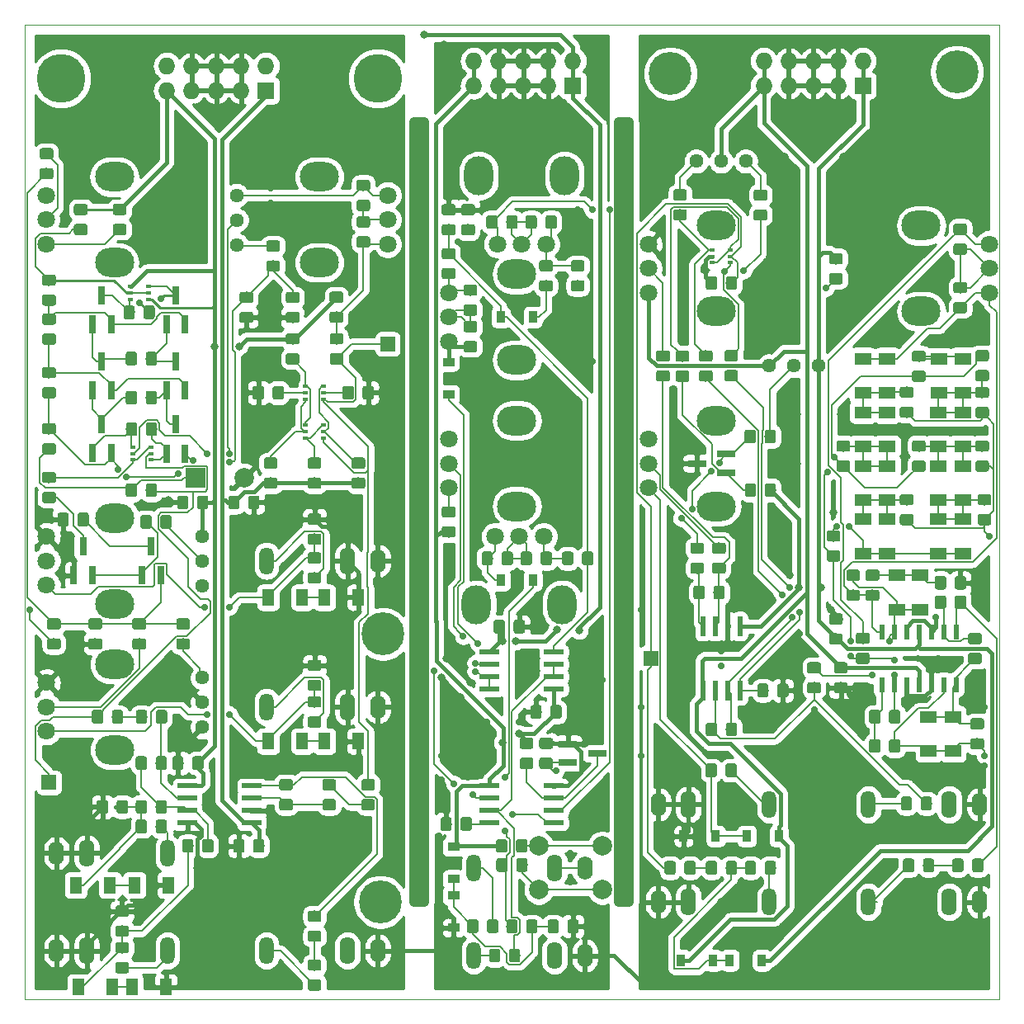
<source format=gbr>
%TF.GenerationSoftware,KiCad,Pcbnew,(5.1.0)-1*%
%TF.CreationDate,2019-10-07T23:17:38+02:00*%
%TF.ProjectId,KicadJE_MoogVCF_1,4b696361-644a-4455-9f4d-6f6f67564346,rev?*%
%TF.SameCoordinates,Original*%
%TF.FileFunction,Copper,L2,Bot*%
%TF.FilePolarity,Positive*%
%FSLAX46Y46*%
G04 Gerber Fmt 4.6, Leading zero omitted, Abs format (unit mm)*
G04 Created by KiCad (PCBNEW (5.1.0)-1) date 2019-10-07 23:17:38*
%MOMM*%
%LPD*%
G04 APERTURE LIST*
%ADD10C,1.000000*%
%ADD11C,0.050000*%
%ADD12C,0.150000*%
%ADD13C,1.150000*%
%ADD14R,2.000000X2.000000*%
%ADD15C,2.000000*%
%ADD16R,1.300000X1.700000*%
%ADD17C,5.000000*%
%ADD18C,0.800000*%
%ADD19C,0.700000*%
%ADD20C,4.400000*%
%ADD21O,1.600000X2.800000*%
%ADD22O,1.600000X2.400000*%
%ADD23O,1.500000X2.800000*%
%ADD24R,1.727200X1.727200*%
%ADD25O,1.727200X1.727200*%
%ADD26R,0.500000X0.300000*%
%ADD27R,0.800000X1.900000*%
%ADD28C,1.800000*%
%ADD29O,4.000000X3.000000*%
%ADD30C,1.440000*%
%ADD31R,1.500000X1.500000*%
%ADD32R,2.000000X0.550000*%
%ADD33R,0.900000X1.200000*%
%ADD34R,1.200000X0.900000*%
%ADD35R,1.900000X0.800000*%
%ADD36O,3.000000X4.000000*%
%ADD37R,1.700000X1.300000*%
%ADD38R,0.550000X2.000000*%
%ADD39R,0.600000X1.500000*%
%ADD40C,0.400000*%
%ADD41C,0.250000*%
%ADD42C,0.254000*%
G04 APERTURE END LIST*
D10*
X111000000Y-60000000D02*
X111000000Y-140000000D01*
X112000000Y-60000000D02*
X112000000Y-140000000D01*
X111000000Y-140000000D02*
X112000000Y-140000000D01*
X111000000Y-60000000D02*
X112000000Y-60000000D01*
X90000000Y-60000000D02*
X91000000Y-60000000D01*
X90000000Y-140000000D02*
X91000000Y-140000000D01*
X91000000Y-60000000D02*
X91000000Y-140000000D01*
X90000000Y-60000000D02*
X90000000Y-140000000D01*
D11*
X50000000Y-150000000D02*
X50000000Y-50000000D01*
X150000000Y-150000000D02*
X50000000Y-150000000D01*
X150000000Y-50000000D02*
X150000000Y-150000000D01*
X50000000Y-50000000D02*
X150000000Y-50000000D01*
D12*
G36*
X68124505Y-125051204D02*
G01*
X68148773Y-125054804D01*
X68172572Y-125060765D01*
X68195671Y-125069030D01*
X68217850Y-125079520D01*
X68238893Y-125092132D01*
X68258599Y-125106747D01*
X68276777Y-125123223D01*
X68293253Y-125141401D01*
X68307868Y-125161107D01*
X68320480Y-125182150D01*
X68330970Y-125204329D01*
X68339235Y-125227428D01*
X68345196Y-125251227D01*
X68348796Y-125275495D01*
X68350000Y-125299999D01*
X68350000Y-126200001D01*
X68348796Y-126224505D01*
X68345196Y-126248773D01*
X68339235Y-126272572D01*
X68330970Y-126295671D01*
X68320480Y-126317850D01*
X68307868Y-126338893D01*
X68293253Y-126358599D01*
X68276777Y-126376777D01*
X68258599Y-126393253D01*
X68238893Y-126407868D01*
X68217850Y-126420480D01*
X68195671Y-126430970D01*
X68172572Y-126439235D01*
X68148773Y-126445196D01*
X68124505Y-126448796D01*
X68100001Y-126450000D01*
X67449999Y-126450000D01*
X67425495Y-126448796D01*
X67401227Y-126445196D01*
X67377428Y-126439235D01*
X67354329Y-126430970D01*
X67332150Y-126420480D01*
X67311107Y-126407868D01*
X67291401Y-126393253D01*
X67273223Y-126376777D01*
X67256747Y-126358599D01*
X67242132Y-126338893D01*
X67229520Y-126317850D01*
X67219030Y-126295671D01*
X67210765Y-126272572D01*
X67204804Y-126248773D01*
X67201204Y-126224505D01*
X67200000Y-126200001D01*
X67200000Y-125299999D01*
X67201204Y-125275495D01*
X67204804Y-125251227D01*
X67210765Y-125227428D01*
X67219030Y-125204329D01*
X67229520Y-125182150D01*
X67242132Y-125161107D01*
X67256747Y-125141401D01*
X67273223Y-125123223D01*
X67291401Y-125106747D01*
X67311107Y-125092132D01*
X67332150Y-125079520D01*
X67354329Y-125069030D01*
X67377428Y-125060765D01*
X67401227Y-125054804D01*
X67425495Y-125051204D01*
X67449999Y-125050000D01*
X68100001Y-125050000D01*
X68124505Y-125051204D01*
X68124505Y-125051204D01*
G37*
D13*
X67775000Y-125750000D03*
D12*
G36*
X66074505Y-125051204D02*
G01*
X66098773Y-125054804D01*
X66122572Y-125060765D01*
X66145671Y-125069030D01*
X66167850Y-125079520D01*
X66188893Y-125092132D01*
X66208599Y-125106747D01*
X66226777Y-125123223D01*
X66243253Y-125141401D01*
X66257868Y-125161107D01*
X66270480Y-125182150D01*
X66280970Y-125204329D01*
X66289235Y-125227428D01*
X66295196Y-125251227D01*
X66298796Y-125275495D01*
X66300000Y-125299999D01*
X66300000Y-126200001D01*
X66298796Y-126224505D01*
X66295196Y-126248773D01*
X66289235Y-126272572D01*
X66280970Y-126295671D01*
X66270480Y-126317850D01*
X66257868Y-126338893D01*
X66243253Y-126358599D01*
X66226777Y-126376777D01*
X66208599Y-126393253D01*
X66188893Y-126407868D01*
X66167850Y-126420480D01*
X66145671Y-126430970D01*
X66122572Y-126439235D01*
X66098773Y-126445196D01*
X66074505Y-126448796D01*
X66050001Y-126450000D01*
X65399999Y-126450000D01*
X65375495Y-126448796D01*
X65351227Y-126445196D01*
X65327428Y-126439235D01*
X65304329Y-126430970D01*
X65282150Y-126420480D01*
X65261107Y-126407868D01*
X65241401Y-126393253D01*
X65223223Y-126376777D01*
X65206747Y-126358599D01*
X65192132Y-126338893D01*
X65179520Y-126317850D01*
X65169030Y-126295671D01*
X65160765Y-126272572D01*
X65154804Y-126248773D01*
X65151204Y-126224505D01*
X65150000Y-126200001D01*
X65150000Y-125299999D01*
X65151204Y-125275495D01*
X65154804Y-125251227D01*
X65160765Y-125227428D01*
X65169030Y-125204329D01*
X65179520Y-125182150D01*
X65192132Y-125161107D01*
X65206747Y-125141401D01*
X65223223Y-125123223D01*
X65241401Y-125106747D01*
X65261107Y-125092132D01*
X65282150Y-125079520D01*
X65304329Y-125069030D01*
X65327428Y-125060765D01*
X65351227Y-125054804D01*
X65375495Y-125051204D01*
X65399999Y-125050000D01*
X66050001Y-125050000D01*
X66074505Y-125051204D01*
X66074505Y-125051204D01*
G37*
D13*
X65725000Y-125750000D03*
D12*
G36*
X66574505Y-98301204D02*
G01*
X66598773Y-98304804D01*
X66622572Y-98310765D01*
X66645671Y-98319030D01*
X66667850Y-98329520D01*
X66688893Y-98342132D01*
X66708599Y-98356747D01*
X66726777Y-98373223D01*
X66743253Y-98391401D01*
X66757868Y-98411107D01*
X66770480Y-98432150D01*
X66780970Y-98454329D01*
X66789235Y-98477428D01*
X66795196Y-98501227D01*
X66798796Y-98525495D01*
X66800000Y-98549999D01*
X66800000Y-99450001D01*
X66798796Y-99474505D01*
X66795196Y-99498773D01*
X66789235Y-99522572D01*
X66780970Y-99545671D01*
X66770480Y-99567850D01*
X66757868Y-99588893D01*
X66743253Y-99608599D01*
X66726777Y-99626777D01*
X66708599Y-99643253D01*
X66688893Y-99657868D01*
X66667850Y-99670480D01*
X66645671Y-99680970D01*
X66622572Y-99689235D01*
X66598773Y-99695196D01*
X66574505Y-99698796D01*
X66550001Y-99700000D01*
X65899999Y-99700000D01*
X65875495Y-99698796D01*
X65851227Y-99695196D01*
X65827428Y-99689235D01*
X65804329Y-99680970D01*
X65782150Y-99670480D01*
X65761107Y-99657868D01*
X65741401Y-99643253D01*
X65723223Y-99626777D01*
X65706747Y-99608599D01*
X65692132Y-99588893D01*
X65679520Y-99567850D01*
X65669030Y-99545671D01*
X65660765Y-99522572D01*
X65654804Y-99498773D01*
X65651204Y-99474505D01*
X65650000Y-99450001D01*
X65650000Y-98549999D01*
X65651204Y-98525495D01*
X65654804Y-98501227D01*
X65660765Y-98477428D01*
X65669030Y-98454329D01*
X65679520Y-98432150D01*
X65692132Y-98411107D01*
X65706747Y-98391401D01*
X65723223Y-98373223D01*
X65741401Y-98356747D01*
X65761107Y-98342132D01*
X65782150Y-98329520D01*
X65804329Y-98319030D01*
X65827428Y-98310765D01*
X65851227Y-98304804D01*
X65875495Y-98301204D01*
X65899999Y-98300000D01*
X66550001Y-98300000D01*
X66574505Y-98301204D01*
X66574505Y-98301204D01*
G37*
D13*
X66225000Y-99000000D03*
D12*
G36*
X68624505Y-98301204D02*
G01*
X68648773Y-98304804D01*
X68672572Y-98310765D01*
X68695671Y-98319030D01*
X68717850Y-98329520D01*
X68738893Y-98342132D01*
X68758599Y-98356747D01*
X68776777Y-98373223D01*
X68793253Y-98391401D01*
X68807868Y-98411107D01*
X68820480Y-98432150D01*
X68830970Y-98454329D01*
X68839235Y-98477428D01*
X68845196Y-98501227D01*
X68848796Y-98525495D01*
X68850000Y-98549999D01*
X68850000Y-99450001D01*
X68848796Y-99474505D01*
X68845196Y-99498773D01*
X68839235Y-99522572D01*
X68830970Y-99545671D01*
X68820480Y-99567850D01*
X68807868Y-99588893D01*
X68793253Y-99608599D01*
X68776777Y-99626777D01*
X68758599Y-99643253D01*
X68738893Y-99657868D01*
X68717850Y-99670480D01*
X68695671Y-99680970D01*
X68672572Y-99689235D01*
X68648773Y-99695196D01*
X68624505Y-99698796D01*
X68600001Y-99700000D01*
X67949999Y-99700000D01*
X67925495Y-99698796D01*
X67901227Y-99695196D01*
X67877428Y-99689235D01*
X67854329Y-99680970D01*
X67832150Y-99670480D01*
X67811107Y-99657868D01*
X67791401Y-99643253D01*
X67773223Y-99626777D01*
X67756747Y-99608599D01*
X67742132Y-99588893D01*
X67729520Y-99567850D01*
X67719030Y-99545671D01*
X67710765Y-99522572D01*
X67704804Y-99498773D01*
X67701204Y-99474505D01*
X67700000Y-99450001D01*
X67700000Y-98549999D01*
X67701204Y-98525495D01*
X67704804Y-98501227D01*
X67710765Y-98477428D01*
X67719030Y-98454329D01*
X67729520Y-98432150D01*
X67742132Y-98411107D01*
X67756747Y-98391401D01*
X67773223Y-98373223D01*
X67791401Y-98356747D01*
X67811107Y-98342132D01*
X67832150Y-98329520D01*
X67854329Y-98319030D01*
X67877428Y-98310765D01*
X67901227Y-98304804D01*
X67925495Y-98301204D01*
X67949999Y-98300000D01*
X68600001Y-98300000D01*
X68624505Y-98301204D01*
X68624505Y-98301204D01*
G37*
D13*
X68275000Y-99000000D03*
D12*
G36*
X71824505Y-98301204D02*
G01*
X71848773Y-98304804D01*
X71872572Y-98310765D01*
X71895671Y-98319030D01*
X71917850Y-98329520D01*
X71938893Y-98342132D01*
X71958599Y-98356747D01*
X71976777Y-98373223D01*
X71993253Y-98391401D01*
X72007868Y-98411107D01*
X72020480Y-98432150D01*
X72030970Y-98454329D01*
X72039235Y-98477428D01*
X72045196Y-98501227D01*
X72048796Y-98525495D01*
X72050000Y-98549999D01*
X72050000Y-99450001D01*
X72048796Y-99474505D01*
X72045196Y-99498773D01*
X72039235Y-99522572D01*
X72030970Y-99545671D01*
X72020480Y-99567850D01*
X72007868Y-99588893D01*
X71993253Y-99608599D01*
X71976777Y-99626777D01*
X71958599Y-99643253D01*
X71938893Y-99657868D01*
X71917850Y-99670480D01*
X71895671Y-99680970D01*
X71872572Y-99689235D01*
X71848773Y-99695196D01*
X71824505Y-99698796D01*
X71800001Y-99700000D01*
X71149999Y-99700000D01*
X71125495Y-99698796D01*
X71101227Y-99695196D01*
X71077428Y-99689235D01*
X71054329Y-99680970D01*
X71032150Y-99670480D01*
X71011107Y-99657868D01*
X70991401Y-99643253D01*
X70973223Y-99626777D01*
X70956747Y-99608599D01*
X70942132Y-99588893D01*
X70929520Y-99567850D01*
X70919030Y-99545671D01*
X70910765Y-99522572D01*
X70904804Y-99498773D01*
X70901204Y-99474505D01*
X70900000Y-99450001D01*
X70900000Y-98549999D01*
X70901204Y-98525495D01*
X70904804Y-98501227D01*
X70910765Y-98477428D01*
X70919030Y-98454329D01*
X70929520Y-98432150D01*
X70942132Y-98411107D01*
X70956747Y-98391401D01*
X70973223Y-98373223D01*
X70991401Y-98356747D01*
X71011107Y-98342132D01*
X71032150Y-98329520D01*
X71054329Y-98319030D01*
X71077428Y-98310765D01*
X71101227Y-98304804D01*
X71125495Y-98301204D01*
X71149999Y-98300000D01*
X71800001Y-98300000D01*
X71824505Y-98301204D01*
X71824505Y-98301204D01*
G37*
D13*
X71475000Y-99000000D03*
D12*
G36*
X73874505Y-98301204D02*
G01*
X73898773Y-98304804D01*
X73922572Y-98310765D01*
X73945671Y-98319030D01*
X73967850Y-98329520D01*
X73988893Y-98342132D01*
X74008599Y-98356747D01*
X74026777Y-98373223D01*
X74043253Y-98391401D01*
X74057868Y-98411107D01*
X74070480Y-98432150D01*
X74080970Y-98454329D01*
X74089235Y-98477428D01*
X74095196Y-98501227D01*
X74098796Y-98525495D01*
X74100000Y-98549999D01*
X74100000Y-99450001D01*
X74098796Y-99474505D01*
X74095196Y-99498773D01*
X74089235Y-99522572D01*
X74080970Y-99545671D01*
X74070480Y-99567850D01*
X74057868Y-99588893D01*
X74043253Y-99608599D01*
X74026777Y-99626777D01*
X74008599Y-99643253D01*
X73988893Y-99657868D01*
X73967850Y-99670480D01*
X73945671Y-99680970D01*
X73922572Y-99689235D01*
X73898773Y-99695196D01*
X73874505Y-99698796D01*
X73850001Y-99700000D01*
X73199999Y-99700000D01*
X73175495Y-99698796D01*
X73151227Y-99695196D01*
X73127428Y-99689235D01*
X73104329Y-99680970D01*
X73082150Y-99670480D01*
X73061107Y-99657868D01*
X73041401Y-99643253D01*
X73023223Y-99626777D01*
X73006747Y-99608599D01*
X72992132Y-99588893D01*
X72979520Y-99567850D01*
X72969030Y-99545671D01*
X72960765Y-99522572D01*
X72954804Y-99498773D01*
X72951204Y-99474505D01*
X72950000Y-99450001D01*
X72950000Y-98549999D01*
X72951204Y-98525495D01*
X72954804Y-98501227D01*
X72960765Y-98477428D01*
X72969030Y-98454329D01*
X72979520Y-98432150D01*
X72992132Y-98411107D01*
X73006747Y-98391401D01*
X73023223Y-98373223D01*
X73041401Y-98356747D01*
X73061107Y-98342132D01*
X73082150Y-98329520D01*
X73104329Y-98319030D01*
X73127428Y-98310765D01*
X73151227Y-98304804D01*
X73175495Y-98301204D01*
X73199999Y-98300000D01*
X73850001Y-98300000D01*
X73874505Y-98301204D01*
X73874505Y-98301204D01*
G37*
D13*
X73525000Y-99000000D03*
D12*
G36*
X72324505Y-133551204D02*
G01*
X72348773Y-133554804D01*
X72372572Y-133560765D01*
X72395671Y-133569030D01*
X72417850Y-133579520D01*
X72438893Y-133592132D01*
X72458599Y-133606747D01*
X72476777Y-133623223D01*
X72493253Y-133641401D01*
X72507868Y-133661107D01*
X72520480Y-133682150D01*
X72530970Y-133704329D01*
X72539235Y-133727428D01*
X72545196Y-133751227D01*
X72548796Y-133775495D01*
X72550000Y-133799999D01*
X72550000Y-134700001D01*
X72548796Y-134724505D01*
X72545196Y-134748773D01*
X72539235Y-134772572D01*
X72530970Y-134795671D01*
X72520480Y-134817850D01*
X72507868Y-134838893D01*
X72493253Y-134858599D01*
X72476777Y-134876777D01*
X72458599Y-134893253D01*
X72438893Y-134907868D01*
X72417850Y-134920480D01*
X72395671Y-134930970D01*
X72372572Y-134939235D01*
X72348773Y-134945196D01*
X72324505Y-134948796D01*
X72300001Y-134950000D01*
X71649999Y-134950000D01*
X71625495Y-134948796D01*
X71601227Y-134945196D01*
X71577428Y-134939235D01*
X71554329Y-134930970D01*
X71532150Y-134920480D01*
X71511107Y-134907868D01*
X71491401Y-134893253D01*
X71473223Y-134876777D01*
X71456747Y-134858599D01*
X71442132Y-134838893D01*
X71429520Y-134817850D01*
X71419030Y-134795671D01*
X71410765Y-134772572D01*
X71404804Y-134748773D01*
X71401204Y-134724505D01*
X71400000Y-134700001D01*
X71400000Y-133799999D01*
X71401204Y-133775495D01*
X71404804Y-133751227D01*
X71410765Y-133727428D01*
X71419030Y-133704329D01*
X71429520Y-133682150D01*
X71442132Y-133661107D01*
X71456747Y-133641401D01*
X71473223Y-133623223D01*
X71491401Y-133606747D01*
X71511107Y-133592132D01*
X71532150Y-133579520D01*
X71554329Y-133569030D01*
X71577428Y-133560765D01*
X71601227Y-133554804D01*
X71625495Y-133551204D01*
X71649999Y-133550000D01*
X72300001Y-133550000D01*
X72324505Y-133551204D01*
X72324505Y-133551204D01*
G37*
D13*
X71975000Y-134250000D03*
D12*
G36*
X74374505Y-133551204D02*
G01*
X74398773Y-133554804D01*
X74422572Y-133560765D01*
X74445671Y-133569030D01*
X74467850Y-133579520D01*
X74488893Y-133592132D01*
X74508599Y-133606747D01*
X74526777Y-133623223D01*
X74543253Y-133641401D01*
X74557868Y-133661107D01*
X74570480Y-133682150D01*
X74580970Y-133704329D01*
X74589235Y-133727428D01*
X74595196Y-133751227D01*
X74598796Y-133775495D01*
X74600000Y-133799999D01*
X74600000Y-134700001D01*
X74598796Y-134724505D01*
X74595196Y-134748773D01*
X74589235Y-134772572D01*
X74580970Y-134795671D01*
X74570480Y-134817850D01*
X74557868Y-134838893D01*
X74543253Y-134858599D01*
X74526777Y-134876777D01*
X74508599Y-134893253D01*
X74488893Y-134907868D01*
X74467850Y-134920480D01*
X74445671Y-134930970D01*
X74422572Y-134939235D01*
X74398773Y-134945196D01*
X74374505Y-134948796D01*
X74350001Y-134950000D01*
X73699999Y-134950000D01*
X73675495Y-134948796D01*
X73651227Y-134945196D01*
X73627428Y-134939235D01*
X73604329Y-134930970D01*
X73582150Y-134920480D01*
X73561107Y-134907868D01*
X73541401Y-134893253D01*
X73523223Y-134876777D01*
X73506747Y-134858599D01*
X73492132Y-134838893D01*
X73479520Y-134817850D01*
X73469030Y-134795671D01*
X73460765Y-134772572D01*
X73454804Y-134748773D01*
X73451204Y-134724505D01*
X73450000Y-134700001D01*
X73450000Y-133799999D01*
X73451204Y-133775495D01*
X73454804Y-133751227D01*
X73460765Y-133727428D01*
X73469030Y-133704329D01*
X73479520Y-133682150D01*
X73492132Y-133661107D01*
X73506747Y-133641401D01*
X73523223Y-133623223D01*
X73541401Y-133606747D01*
X73561107Y-133592132D01*
X73582150Y-133579520D01*
X73604329Y-133569030D01*
X73627428Y-133560765D01*
X73651227Y-133554804D01*
X73675495Y-133551204D01*
X73699999Y-133550000D01*
X74350001Y-133550000D01*
X74374505Y-133551204D01*
X74374505Y-133551204D01*
G37*
D13*
X74025000Y-134250000D03*
D12*
G36*
X63124505Y-78801204D02*
G01*
X63148773Y-78804804D01*
X63172572Y-78810765D01*
X63195671Y-78819030D01*
X63217850Y-78829520D01*
X63238893Y-78842132D01*
X63258599Y-78856747D01*
X63276777Y-78873223D01*
X63293253Y-78891401D01*
X63307868Y-78911107D01*
X63320480Y-78932150D01*
X63330970Y-78954329D01*
X63339235Y-78977428D01*
X63345196Y-79001227D01*
X63348796Y-79025495D01*
X63350000Y-79049999D01*
X63350000Y-79950001D01*
X63348796Y-79974505D01*
X63345196Y-79998773D01*
X63339235Y-80022572D01*
X63330970Y-80045671D01*
X63320480Y-80067850D01*
X63307868Y-80088893D01*
X63293253Y-80108599D01*
X63276777Y-80126777D01*
X63258599Y-80143253D01*
X63238893Y-80157868D01*
X63217850Y-80170480D01*
X63195671Y-80180970D01*
X63172572Y-80189235D01*
X63148773Y-80195196D01*
X63124505Y-80198796D01*
X63100001Y-80200000D01*
X62449999Y-80200000D01*
X62425495Y-80198796D01*
X62401227Y-80195196D01*
X62377428Y-80189235D01*
X62354329Y-80180970D01*
X62332150Y-80170480D01*
X62311107Y-80157868D01*
X62291401Y-80143253D01*
X62273223Y-80126777D01*
X62256747Y-80108599D01*
X62242132Y-80088893D01*
X62229520Y-80067850D01*
X62219030Y-80045671D01*
X62210765Y-80022572D01*
X62204804Y-79998773D01*
X62201204Y-79974505D01*
X62200000Y-79950001D01*
X62200000Y-79049999D01*
X62201204Y-79025495D01*
X62204804Y-79001227D01*
X62210765Y-78977428D01*
X62219030Y-78954329D01*
X62229520Y-78932150D01*
X62242132Y-78911107D01*
X62256747Y-78891401D01*
X62273223Y-78873223D01*
X62291401Y-78856747D01*
X62311107Y-78842132D01*
X62332150Y-78829520D01*
X62354329Y-78819030D01*
X62377428Y-78810765D01*
X62401227Y-78804804D01*
X62425495Y-78801204D01*
X62449999Y-78800000D01*
X63100001Y-78800000D01*
X63124505Y-78801204D01*
X63124505Y-78801204D01*
G37*
D13*
X62775000Y-79500000D03*
D12*
G36*
X61074505Y-78801204D02*
G01*
X61098773Y-78804804D01*
X61122572Y-78810765D01*
X61145671Y-78819030D01*
X61167850Y-78829520D01*
X61188893Y-78842132D01*
X61208599Y-78856747D01*
X61226777Y-78873223D01*
X61243253Y-78891401D01*
X61257868Y-78911107D01*
X61270480Y-78932150D01*
X61280970Y-78954329D01*
X61289235Y-78977428D01*
X61295196Y-79001227D01*
X61298796Y-79025495D01*
X61300000Y-79049999D01*
X61300000Y-79950001D01*
X61298796Y-79974505D01*
X61295196Y-79998773D01*
X61289235Y-80022572D01*
X61280970Y-80045671D01*
X61270480Y-80067850D01*
X61257868Y-80088893D01*
X61243253Y-80108599D01*
X61226777Y-80126777D01*
X61208599Y-80143253D01*
X61188893Y-80157868D01*
X61167850Y-80170480D01*
X61145671Y-80180970D01*
X61122572Y-80189235D01*
X61098773Y-80195196D01*
X61074505Y-80198796D01*
X61050001Y-80200000D01*
X60399999Y-80200000D01*
X60375495Y-80198796D01*
X60351227Y-80195196D01*
X60327428Y-80189235D01*
X60304329Y-80180970D01*
X60282150Y-80170480D01*
X60261107Y-80157868D01*
X60241401Y-80143253D01*
X60223223Y-80126777D01*
X60206747Y-80108599D01*
X60192132Y-80088893D01*
X60179520Y-80067850D01*
X60169030Y-80045671D01*
X60160765Y-80022572D01*
X60154804Y-79998773D01*
X60151204Y-79974505D01*
X60150000Y-79950001D01*
X60150000Y-79049999D01*
X60151204Y-79025495D01*
X60154804Y-79001227D01*
X60160765Y-78977428D01*
X60169030Y-78954329D01*
X60179520Y-78932150D01*
X60192132Y-78911107D01*
X60206747Y-78891401D01*
X60223223Y-78873223D01*
X60241401Y-78856747D01*
X60261107Y-78842132D01*
X60282150Y-78829520D01*
X60304329Y-78819030D01*
X60327428Y-78810765D01*
X60351227Y-78804804D01*
X60375495Y-78801204D01*
X60399999Y-78800000D01*
X61050001Y-78800000D01*
X61074505Y-78801204D01*
X61074505Y-78801204D01*
G37*
D13*
X60725000Y-79500000D03*
D12*
G36*
X61299505Y-83551204D02*
G01*
X61323773Y-83554804D01*
X61347572Y-83560765D01*
X61370671Y-83569030D01*
X61392850Y-83579520D01*
X61413893Y-83592132D01*
X61433599Y-83606747D01*
X61451777Y-83623223D01*
X61468253Y-83641401D01*
X61482868Y-83661107D01*
X61495480Y-83682150D01*
X61505970Y-83704329D01*
X61514235Y-83727428D01*
X61520196Y-83751227D01*
X61523796Y-83775495D01*
X61525000Y-83799999D01*
X61525000Y-84700001D01*
X61523796Y-84724505D01*
X61520196Y-84748773D01*
X61514235Y-84772572D01*
X61505970Y-84795671D01*
X61495480Y-84817850D01*
X61482868Y-84838893D01*
X61468253Y-84858599D01*
X61451777Y-84876777D01*
X61433599Y-84893253D01*
X61413893Y-84907868D01*
X61392850Y-84920480D01*
X61370671Y-84930970D01*
X61347572Y-84939235D01*
X61323773Y-84945196D01*
X61299505Y-84948796D01*
X61275001Y-84950000D01*
X60624999Y-84950000D01*
X60600495Y-84948796D01*
X60576227Y-84945196D01*
X60552428Y-84939235D01*
X60529329Y-84930970D01*
X60507150Y-84920480D01*
X60486107Y-84907868D01*
X60466401Y-84893253D01*
X60448223Y-84876777D01*
X60431747Y-84858599D01*
X60417132Y-84838893D01*
X60404520Y-84817850D01*
X60394030Y-84795671D01*
X60385765Y-84772572D01*
X60379804Y-84748773D01*
X60376204Y-84724505D01*
X60375000Y-84700001D01*
X60375000Y-83799999D01*
X60376204Y-83775495D01*
X60379804Y-83751227D01*
X60385765Y-83727428D01*
X60394030Y-83704329D01*
X60404520Y-83682150D01*
X60417132Y-83661107D01*
X60431747Y-83641401D01*
X60448223Y-83623223D01*
X60466401Y-83606747D01*
X60486107Y-83592132D01*
X60507150Y-83579520D01*
X60529329Y-83569030D01*
X60552428Y-83560765D01*
X60576227Y-83554804D01*
X60600495Y-83551204D01*
X60624999Y-83550000D01*
X61275001Y-83550000D01*
X61299505Y-83551204D01*
X61299505Y-83551204D01*
G37*
D13*
X60950000Y-84250000D03*
D12*
G36*
X63349505Y-83551204D02*
G01*
X63373773Y-83554804D01*
X63397572Y-83560765D01*
X63420671Y-83569030D01*
X63442850Y-83579520D01*
X63463893Y-83592132D01*
X63483599Y-83606747D01*
X63501777Y-83623223D01*
X63518253Y-83641401D01*
X63532868Y-83661107D01*
X63545480Y-83682150D01*
X63555970Y-83704329D01*
X63564235Y-83727428D01*
X63570196Y-83751227D01*
X63573796Y-83775495D01*
X63575000Y-83799999D01*
X63575000Y-84700001D01*
X63573796Y-84724505D01*
X63570196Y-84748773D01*
X63564235Y-84772572D01*
X63555970Y-84795671D01*
X63545480Y-84817850D01*
X63532868Y-84838893D01*
X63518253Y-84858599D01*
X63501777Y-84876777D01*
X63483599Y-84893253D01*
X63463893Y-84907868D01*
X63442850Y-84920480D01*
X63420671Y-84930970D01*
X63397572Y-84939235D01*
X63373773Y-84945196D01*
X63349505Y-84948796D01*
X63325001Y-84950000D01*
X62674999Y-84950000D01*
X62650495Y-84948796D01*
X62626227Y-84945196D01*
X62602428Y-84939235D01*
X62579329Y-84930970D01*
X62557150Y-84920480D01*
X62536107Y-84907868D01*
X62516401Y-84893253D01*
X62498223Y-84876777D01*
X62481747Y-84858599D01*
X62467132Y-84838893D01*
X62454520Y-84817850D01*
X62444030Y-84795671D01*
X62435765Y-84772572D01*
X62429804Y-84748773D01*
X62426204Y-84724505D01*
X62425000Y-84700001D01*
X62425000Y-83799999D01*
X62426204Y-83775495D01*
X62429804Y-83751227D01*
X62435765Y-83727428D01*
X62444030Y-83704329D01*
X62454520Y-83682150D01*
X62467132Y-83661107D01*
X62481747Y-83641401D01*
X62498223Y-83623223D01*
X62516401Y-83606747D01*
X62536107Y-83592132D01*
X62557150Y-83579520D01*
X62579329Y-83569030D01*
X62602428Y-83560765D01*
X62626227Y-83554804D01*
X62650495Y-83551204D01*
X62674999Y-83550000D01*
X63325001Y-83550000D01*
X63349505Y-83551204D01*
X63349505Y-83551204D01*
G37*
D13*
X63000000Y-84250000D03*
D12*
G36*
X63349505Y-87551204D02*
G01*
X63373773Y-87554804D01*
X63397572Y-87560765D01*
X63420671Y-87569030D01*
X63442850Y-87579520D01*
X63463893Y-87592132D01*
X63483599Y-87606747D01*
X63501777Y-87623223D01*
X63518253Y-87641401D01*
X63532868Y-87661107D01*
X63545480Y-87682150D01*
X63555970Y-87704329D01*
X63564235Y-87727428D01*
X63570196Y-87751227D01*
X63573796Y-87775495D01*
X63575000Y-87799999D01*
X63575000Y-88700001D01*
X63573796Y-88724505D01*
X63570196Y-88748773D01*
X63564235Y-88772572D01*
X63555970Y-88795671D01*
X63545480Y-88817850D01*
X63532868Y-88838893D01*
X63518253Y-88858599D01*
X63501777Y-88876777D01*
X63483599Y-88893253D01*
X63463893Y-88907868D01*
X63442850Y-88920480D01*
X63420671Y-88930970D01*
X63397572Y-88939235D01*
X63373773Y-88945196D01*
X63349505Y-88948796D01*
X63325001Y-88950000D01*
X62674999Y-88950000D01*
X62650495Y-88948796D01*
X62626227Y-88945196D01*
X62602428Y-88939235D01*
X62579329Y-88930970D01*
X62557150Y-88920480D01*
X62536107Y-88907868D01*
X62516401Y-88893253D01*
X62498223Y-88876777D01*
X62481747Y-88858599D01*
X62467132Y-88838893D01*
X62454520Y-88817850D01*
X62444030Y-88795671D01*
X62435765Y-88772572D01*
X62429804Y-88748773D01*
X62426204Y-88724505D01*
X62425000Y-88700001D01*
X62425000Y-87799999D01*
X62426204Y-87775495D01*
X62429804Y-87751227D01*
X62435765Y-87727428D01*
X62444030Y-87704329D01*
X62454520Y-87682150D01*
X62467132Y-87661107D01*
X62481747Y-87641401D01*
X62498223Y-87623223D01*
X62516401Y-87606747D01*
X62536107Y-87592132D01*
X62557150Y-87579520D01*
X62579329Y-87569030D01*
X62602428Y-87560765D01*
X62626227Y-87554804D01*
X62650495Y-87551204D01*
X62674999Y-87550000D01*
X63325001Y-87550000D01*
X63349505Y-87551204D01*
X63349505Y-87551204D01*
G37*
D13*
X63000000Y-88250000D03*
D12*
G36*
X61299505Y-87551204D02*
G01*
X61323773Y-87554804D01*
X61347572Y-87560765D01*
X61370671Y-87569030D01*
X61392850Y-87579520D01*
X61413893Y-87592132D01*
X61433599Y-87606747D01*
X61451777Y-87623223D01*
X61468253Y-87641401D01*
X61482868Y-87661107D01*
X61495480Y-87682150D01*
X61505970Y-87704329D01*
X61514235Y-87727428D01*
X61520196Y-87751227D01*
X61523796Y-87775495D01*
X61525000Y-87799999D01*
X61525000Y-88700001D01*
X61523796Y-88724505D01*
X61520196Y-88748773D01*
X61514235Y-88772572D01*
X61505970Y-88795671D01*
X61495480Y-88817850D01*
X61482868Y-88838893D01*
X61468253Y-88858599D01*
X61451777Y-88876777D01*
X61433599Y-88893253D01*
X61413893Y-88907868D01*
X61392850Y-88920480D01*
X61370671Y-88930970D01*
X61347572Y-88939235D01*
X61323773Y-88945196D01*
X61299505Y-88948796D01*
X61275001Y-88950000D01*
X60624999Y-88950000D01*
X60600495Y-88948796D01*
X60576227Y-88945196D01*
X60552428Y-88939235D01*
X60529329Y-88930970D01*
X60507150Y-88920480D01*
X60486107Y-88907868D01*
X60466401Y-88893253D01*
X60448223Y-88876777D01*
X60431747Y-88858599D01*
X60417132Y-88838893D01*
X60404520Y-88817850D01*
X60394030Y-88795671D01*
X60385765Y-88772572D01*
X60379804Y-88748773D01*
X60376204Y-88724505D01*
X60375000Y-88700001D01*
X60375000Y-87799999D01*
X60376204Y-87775495D01*
X60379804Y-87751227D01*
X60385765Y-87727428D01*
X60394030Y-87704329D01*
X60404520Y-87682150D01*
X60417132Y-87661107D01*
X60431747Y-87641401D01*
X60448223Y-87623223D01*
X60466401Y-87606747D01*
X60486107Y-87592132D01*
X60507150Y-87579520D01*
X60529329Y-87569030D01*
X60552428Y-87560765D01*
X60576227Y-87554804D01*
X60600495Y-87551204D01*
X60624999Y-87550000D01*
X61275001Y-87550000D01*
X61299505Y-87551204D01*
X61299505Y-87551204D01*
G37*
D13*
X60950000Y-88250000D03*
D12*
G36*
X61324505Y-90801204D02*
G01*
X61348773Y-90804804D01*
X61372572Y-90810765D01*
X61395671Y-90819030D01*
X61417850Y-90829520D01*
X61438893Y-90842132D01*
X61458599Y-90856747D01*
X61476777Y-90873223D01*
X61493253Y-90891401D01*
X61507868Y-90911107D01*
X61520480Y-90932150D01*
X61530970Y-90954329D01*
X61539235Y-90977428D01*
X61545196Y-91001227D01*
X61548796Y-91025495D01*
X61550000Y-91049999D01*
X61550000Y-91950001D01*
X61548796Y-91974505D01*
X61545196Y-91998773D01*
X61539235Y-92022572D01*
X61530970Y-92045671D01*
X61520480Y-92067850D01*
X61507868Y-92088893D01*
X61493253Y-92108599D01*
X61476777Y-92126777D01*
X61458599Y-92143253D01*
X61438893Y-92157868D01*
X61417850Y-92170480D01*
X61395671Y-92180970D01*
X61372572Y-92189235D01*
X61348773Y-92195196D01*
X61324505Y-92198796D01*
X61300001Y-92200000D01*
X60649999Y-92200000D01*
X60625495Y-92198796D01*
X60601227Y-92195196D01*
X60577428Y-92189235D01*
X60554329Y-92180970D01*
X60532150Y-92170480D01*
X60511107Y-92157868D01*
X60491401Y-92143253D01*
X60473223Y-92126777D01*
X60456747Y-92108599D01*
X60442132Y-92088893D01*
X60429520Y-92067850D01*
X60419030Y-92045671D01*
X60410765Y-92022572D01*
X60404804Y-91998773D01*
X60401204Y-91974505D01*
X60400000Y-91950001D01*
X60400000Y-91049999D01*
X60401204Y-91025495D01*
X60404804Y-91001227D01*
X60410765Y-90977428D01*
X60419030Y-90954329D01*
X60429520Y-90932150D01*
X60442132Y-90911107D01*
X60456747Y-90891401D01*
X60473223Y-90873223D01*
X60491401Y-90856747D01*
X60511107Y-90842132D01*
X60532150Y-90829520D01*
X60554329Y-90819030D01*
X60577428Y-90810765D01*
X60601227Y-90804804D01*
X60625495Y-90801204D01*
X60649999Y-90800000D01*
X61300001Y-90800000D01*
X61324505Y-90801204D01*
X61324505Y-90801204D01*
G37*
D13*
X60975000Y-91500000D03*
D12*
G36*
X63374505Y-90801204D02*
G01*
X63398773Y-90804804D01*
X63422572Y-90810765D01*
X63445671Y-90819030D01*
X63467850Y-90829520D01*
X63488893Y-90842132D01*
X63508599Y-90856747D01*
X63526777Y-90873223D01*
X63543253Y-90891401D01*
X63557868Y-90911107D01*
X63570480Y-90932150D01*
X63580970Y-90954329D01*
X63589235Y-90977428D01*
X63595196Y-91001227D01*
X63598796Y-91025495D01*
X63600000Y-91049999D01*
X63600000Y-91950001D01*
X63598796Y-91974505D01*
X63595196Y-91998773D01*
X63589235Y-92022572D01*
X63580970Y-92045671D01*
X63570480Y-92067850D01*
X63557868Y-92088893D01*
X63543253Y-92108599D01*
X63526777Y-92126777D01*
X63508599Y-92143253D01*
X63488893Y-92157868D01*
X63467850Y-92170480D01*
X63445671Y-92180970D01*
X63422572Y-92189235D01*
X63398773Y-92195196D01*
X63374505Y-92198796D01*
X63350001Y-92200000D01*
X62699999Y-92200000D01*
X62675495Y-92198796D01*
X62651227Y-92195196D01*
X62627428Y-92189235D01*
X62604329Y-92180970D01*
X62582150Y-92170480D01*
X62561107Y-92157868D01*
X62541401Y-92143253D01*
X62523223Y-92126777D01*
X62506747Y-92108599D01*
X62492132Y-92088893D01*
X62479520Y-92067850D01*
X62469030Y-92045671D01*
X62460765Y-92022572D01*
X62454804Y-91998773D01*
X62451204Y-91974505D01*
X62450000Y-91950001D01*
X62450000Y-91049999D01*
X62451204Y-91025495D01*
X62454804Y-91001227D01*
X62460765Y-90977428D01*
X62469030Y-90954329D01*
X62479520Y-90932150D01*
X62492132Y-90911107D01*
X62506747Y-90891401D01*
X62523223Y-90873223D01*
X62541401Y-90856747D01*
X62561107Y-90842132D01*
X62582150Y-90829520D01*
X62604329Y-90819030D01*
X62627428Y-90810765D01*
X62651227Y-90804804D01*
X62675495Y-90801204D01*
X62699999Y-90800000D01*
X63350001Y-90800000D01*
X63374505Y-90801204D01*
X63374505Y-90801204D01*
G37*
D13*
X63025000Y-91500000D03*
D12*
G36*
X85724505Y-129451204D02*
G01*
X85748773Y-129454804D01*
X85772572Y-129460765D01*
X85795671Y-129469030D01*
X85817850Y-129479520D01*
X85838893Y-129492132D01*
X85858599Y-129506747D01*
X85876777Y-129523223D01*
X85893253Y-129541401D01*
X85907868Y-129561107D01*
X85920480Y-129582150D01*
X85930970Y-129604329D01*
X85939235Y-129627428D01*
X85945196Y-129651227D01*
X85948796Y-129675495D01*
X85950000Y-129699999D01*
X85950000Y-130350001D01*
X85948796Y-130374505D01*
X85945196Y-130398773D01*
X85939235Y-130422572D01*
X85930970Y-130445671D01*
X85920480Y-130467850D01*
X85907868Y-130488893D01*
X85893253Y-130508599D01*
X85876777Y-130526777D01*
X85858599Y-130543253D01*
X85838893Y-130557868D01*
X85817850Y-130570480D01*
X85795671Y-130580970D01*
X85772572Y-130589235D01*
X85748773Y-130595196D01*
X85724505Y-130598796D01*
X85700001Y-130600000D01*
X84799999Y-130600000D01*
X84775495Y-130598796D01*
X84751227Y-130595196D01*
X84727428Y-130589235D01*
X84704329Y-130580970D01*
X84682150Y-130570480D01*
X84661107Y-130557868D01*
X84641401Y-130543253D01*
X84623223Y-130526777D01*
X84606747Y-130508599D01*
X84592132Y-130488893D01*
X84579520Y-130467850D01*
X84569030Y-130445671D01*
X84560765Y-130422572D01*
X84554804Y-130398773D01*
X84551204Y-130374505D01*
X84550000Y-130350001D01*
X84550000Y-129699999D01*
X84551204Y-129675495D01*
X84554804Y-129651227D01*
X84560765Y-129627428D01*
X84569030Y-129604329D01*
X84579520Y-129582150D01*
X84592132Y-129561107D01*
X84606747Y-129541401D01*
X84623223Y-129523223D01*
X84641401Y-129506747D01*
X84661107Y-129492132D01*
X84682150Y-129479520D01*
X84704329Y-129469030D01*
X84727428Y-129460765D01*
X84751227Y-129454804D01*
X84775495Y-129451204D01*
X84799999Y-129450000D01*
X85700001Y-129450000D01*
X85724505Y-129451204D01*
X85724505Y-129451204D01*
G37*
D13*
X85250000Y-130025000D03*
D12*
G36*
X85724505Y-127401204D02*
G01*
X85748773Y-127404804D01*
X85772572Y-127410765D01*
X85795671Y-127419030D01*
X85817850Y-127429520D01*
X85838893Y-127442132D01*
X85858599Y-127456747D01*
X85876777Y-127473223D01*
X85893253Y-127491401D01*
X85907868Y-127511107D01*
X85920480Y-127532150D01*
X85930970Y-127554329D01*
X85939235Y-127577428D01*
X85945196Y-127601227D01*
X85948796Y-127625495D01*
X85950000Y-127649999D01*
X85950000Y-128300001D01*
X85948796Y-128324505D01*
X85945196Y-128348773D01*
X85939235Y-128372572D01*
X85930970Y-128395671D01*
X85920480Y-128417850D01*
X85907868Y-128438893D01*
X85893253Y-128458599D01*
X85876777Y-128476777D01*
X85858599Y-128493253D01*
X85838893Y-128507868D01*
X85817850Y-128520480D01*
X85795671Y-128530970D01*
X85772572Y-128539235D01*
X85748773Y-128545196D01*
X85724505Y-128548796D01*
X85700001Y-128550000D01*
X84799999Y-128550000D01*
X84775495Y-128548796D01*
X84751227Y-128545196D01*
X84727428Y-128539235D01*
X84704329Y-128530970D01*
X84682150Y-128520480D01*
X84661107Y-128507868D01*
X84641401Y-128493253D01*
X84623223Y-128476777D01*
X84606747Y-128458599D01*
X84592132Y-128438893D01*
X84579520Y-128417850D01*
X84569030Y-128395671D01*
X84560765Y-128372572D01*
X84554804Y-128348773D01*
X84551204Y-128324505D01*
X84550000Y-128300001D01*
X84550000Y-127649999D01*
X84551204Y-127625495D01*
X84554804Y-127601227D01*
X84560765Y-127577428D01*
X84569030Y-127554329D01*
X84579520Y-127532150D01*
X84592132Y-127511107D01*
X84606747Y-127491401D01*
X84623223Y-127473223D01*
X84641401Y-127456747D01*
X84661107Y-127442132D01*
X84682150Y-127429520D01*
X84704329Y-127419030D01*
X84727428Y-127410765D01*
X84751227Y-127404804D01*
X84775495Y-127401204D01*
X84799999Y-127400000D01*
X85700001Y-127400000D01*
X85724505Y-127401204D01*
X85724505Y-127401204D01*
G37*
D13*
X85250000Y-127975000D03*
D12*
G36*
X59874505Y-120301204D02*
G01*
X59898773Y-120304804D01*
X59922572Y-120310765D01*
X59945671Y-120319030D01*
X59967850Y-120329520D01*
X59988893Y-120342132D01*
X60008599Y-120356747D01*
X60026777Y-120373223D01*
X60043253Y-120391401D01*
X60057868Y-120411107D01*
X60070480Y-120432150D01*
X60080970Y-120454329D01*
X60089235Y-120477428D01*
X60095196Y-120501227D01*
X60098796Y-120525495D01*
X60100000Y-120549999D01*
X60100000Y-121450001D01*
X60098796Y-121474505D01*
X60095196Y-121498773D01*
X60089235Y-121522572D01*
X60080970Y-121545671D01*
X60070480Y-121567850D01*
X60057868Y-121588893D01*
X60043253Y-121608599D01*
X60026777Y-121626777D01*
X60008599Y-121643253D01*
X59988893Y-121657868D01*
X59967850Y-121670480D01*
X59945671Y-121680970D01*
X59922572Y-121689235D01*
X59898773Y-121695196D01*
X59874505Y-121698796D01*
X59850001Y-121700000D01*
X59199999Y-121700000D01*
X59175495Y-121698796D01*
X59151227Y-121695196D01*
X59127428Y-121689235D01*
X59104329Y-121680970D01*
X59082150Y-121670480D01*
X59061107Y-121657868D01*
X59041401Y-121643253D01*
X59023223Y-121626777D01*
X59006747Y-121608599D01*
X58992132Y-121588893D01*
X58979520Y-121567850D01*
X58969030Y-121545671D01*
X58960765Y-121522572D01*
X58954804Y-121498773D01*
X58951204Y-121474505D01*
X58950000Y-121450001D01*
X58950000Y-120549999D01*
X58951204Y-120525495D01*
X58954804Y-120501227D01*
X58960765Y-120477428D01*
X58969030Y-120454329D01*
X58979520Y-120432150D01*
X58992132Y-120411107D01*
X59006747Y-120391401D01*
X59023223Y-120373223D01*
X59041401Y-120356747D01*
X59061107Y-120342132D01*
X59082150Y-120329520D01*
X59104329Y-120319030D01*
X59127428Y-120310765D01*
X59151227Y-120304804D01*
X59175495Y-120301204D01*
X59199999Y-120300000D01*
X59850001Y-120300000D01*
X59874505Y-120301204D01*
X59874505Y-120301204D01*
G37*
D13*
X59525000Y-121000000D03*
D12*
G36*
X57824505Y-120301204D02*
G01*
X57848773Y-120304804D01*
X57872572Y-120310765D01*
X57895671Y-120319030D01*
X57917850Y-120329520D01*
X57938893Y-120342132D01*
X57958599Y-120356747D01*
X57976777Y-120373223D01*
X57993253Y-120391401D01*
X58007868Y-120411107D01*
X58020480Y-120432150D01*
X58030970Y-120454329D01*
X58039235Y-120477428D01*
X58045196Y-120501227D01*
X58048796Y-120525495D01*
X58050000Y-120549999D01*
X58050000Y-121450001D01*
X58048796Y-121474505D01*
X58045196Y-121498773D01*
X58039235Y-121522572D01*
X58030970Y-121545671D01*
X58020480Y-121567850D01*
X58007868Y-121588893D01*
X57993253Y-121608599D01*
X57976777Y-121626777D01*
X57958599Y-121643253D01*
X57938893Y-121657868D01*
X57917850Y-121670480D01*
X57895671Y-121680970D01*
X57872572Y-121689235D01*
X57848773Y-121695196D01*
X57824505Y-121698796D01*
X57800001Y-121700000D01*
X57149999Y-121700000D01*
X57125495Y-121698796D01*
X57101227Y-121695196D01*
X57077428Y-121689235D01*
X57054329Y-121680970D01*
X57032150Y-121670480D01*
X57011107Y-121657868D01*
X56991401Y-121643253D01*
X56973223Y-121626777D01*
X56956747Y-121608599D01*
X56942132Y-121588893D01*
X56929520Y-121567850D01*
X56919030Y-121545671D01*
X56910765Y-121522572D01*
X56904804Y-121498773D01*
X56901204Y-121474505D01*
X56900000Y-121450001D01*
X56900000Y-120549999D01*
X56901204Y-120525495D01*
X56904804Y-120501227D01*
X56910765Y-120477428D01*
X56919030Y-120454329D01*
X56929520Y-120432150D01*
X56942132Y-120411107D01*
X56956747Y-120391401D01*
X56973223Y-120373223D01*
X56991401Y-120356747D01*
X57011107Y-120342132D01*
X57032150Y-120329520D01*
X57054329Y-120319030D01*
X57077428Y-120310765D01*
X57101227Y-120304804D01*
X57125495Y-120301204D01*
X57149999Y-120300000D01*
X57800001Y-120300000D01*
X57824505Y-120301204D01*
X57824505Y-120301204D01*
G37*
D13*
X57475000Y-121000000D03*
D14*
X67500000Y-96500000D03*
D15*
X72500000Y-96500000D03*
D12*
G36*
X77974505Y-79451204D02*
G01*
X77998773Y-79454804D01*
X78022572Y-79460765D01*
X78045671Y-79469030D01*
X78067850Y-79479520D01*
X78088893Y-79492132D01*
X78108599Y-79506747D01*
X78126777Y-79523223D01*
X78143253Y-79541401D01*
X78157868Y-79561107D01*
X78170480Y-79582150D01*
X78180970Y-79604329D01*
X78189235Y-79627428D01*
X78195196Y-79651227D01*
X78198796Y-79675495D01*
X78200000Y-79699999D01*
X78200000Y-80350001D01*
X78198796Y-80374505D01*
X78195196Y-80398773D01*
X78189235Y-80422572D01*
X78180970Y-80445671D01*
X78170480Y-80467850D01*
X78157868Y-80488893D01*
X78143253Y-80508599D01*
X78126777Y-80526777D01*
X78108599Y-80543253D01*
X78088893Y-80557868D01*
X78067850Y-80570480D01*
X78045671Y-80580970D01*
X78022572Y-80589235D01*
X77998773Y-80595196D01*
X77974505Y-80598796D01*
X77950001Y-80600000D01*
X77049999Y-80600000D01*
X77025495Y-80598796D01*
X77001227Y-80595196D01*
X76977428Y-80589235D01*
X76954329Y-80580970D01*
X76932150Y-80570480D01*
X76911107Y-80557868D01*
X76891401Y-80543253D01*
X76873223Y-80526777D01*
X76856747Y-80508599D01*
X76842132Y-80488893D01*
X76829520Y-80467850D01*
X76819030Y-80445671D01*
X76810765Y-80422572D01*
X76804804Y-80398773D01*
X76801204Y-80374505D01*
X76800000Y-80350001D01*
X76800000Y-79699999D01*
X76801204Y-79675495D01*
X76804804Y-79651227D01*
X76810765Y-79627428D01*
X76819030Y-79604329D01*
X76829520Y-79582150D01*
X76842132Y-79561107D01*
X76856747Y-79541401D01*
X76873223Y-79523223D01*
X76891401Y-79506747D01*
X76911107Y-79492132D01*
X76932150Y-79479520D01*
X76954329Y-79469030D01*
X76977428Y-79460765D01*
X77001227Y-79454804D01*
X77025495Y-79451204D01*
X77049999Y-79450000D01*
X77950001Y-79450000D01*
X77974505Y-79451204D01*
X77974505Y-79451204D01*
G37*
D13*
X77500000Y-80025000D03*
D12*
G36*
X77974505Y-77401204D02*
G01*
X77998773Y-77404804D01*
X78022572Y-77410765D01*
X78045671Y-77419030D01*
X78067850Y-77429520D01*
X78088893Y-77442132D01*
X78108599Y-77456747D01*
X78126777Y-77473223D01*
X78143253Y-77491401D01*
X78157868Y-77511107D01*
X78170480Y-77532150D01*
X78180970Y-77554329D01*
X78189235Y-77577428D01*
X78195196Y-77601227D01*
X78198796Y-77625495D01*
X78200000Y-77649999D01*
X78200000Y-78300001D01*
X78198796Y-78324505D01*
X78195196Y-78348773D01*
X78189235Y-78372572D01*
X78180970Y-78395671D01*
X78170480Y-78417850D01*
X78157868Y-78438893D01*
X78143253Y-78458599D01*
X78126777Y-78476777D01*
X78108599Y-78493253D01*
X78088893Y-78507868D01*
X78067850Y-78520480D01*
X78045671Y-78530970D01*
X78022572Y-78539235D01*
X77998773Y-78545196D01*
X77974505Y-78548796D01*
X77950001Y-78550000D01*
X77049999Y-78550000D01*
X77025495Y-78548796D01*
X77001227Y-78545196D01*
X76977428Y-78539235D01*
X76954329Y-78530970D01*
X76932150Y-78520480D01*
X76911107Y-78507868D01*
X76891401Y-78493253D01*
X76873223Y-78476777D01*
X76856747Y-78458599D01*
X76842132Y-78438893D01*
X76829520Y-78417850D01*
X76819030Y-78395671D01*
X76810765Y-78372572D01*
X76804804Y-78348773D01*
X76801204Y-78324505D01*
X76800000Y-78300001D01*
X76800000Y-77649999D01*
X76801204Y-77625495D01*
X76804804Y-77601227D01*
X76810765Y-77577428D01*
X76819030Y-77554329D01*
X76829520Y-77532150D01*
X76842132Y-77511107D01*
X76856747Y-77491401D01*
X76873223Y-77473223D01*
X76891401Y-77456747D01*
X76911107Y-77442132D01*
X76932150Y-77429520D01*
X76954329Y-77419030D01*
X76977428Y-77410765D01*
X77001227Y-77404804D01*
X77025495Y-77401204D01*
X77049999Y-77400000D01*
X77950001Y-77400000D01*
X77974505Y-77401204D01*
X77974505Y-77401204D01*
G37*
D13*
X77500000Y-77975000D03*
D12*
G36*
X57724505Y-110901204D02*
G01*
X57748773Y-110904804D01*
X57772572Y-110910765D01*
X57795671Y-110919030D01*
X57817850Y-110929520D01*
X57838893Y-110942132D01*
X57858599Y-110956747D01*
X57876777Y-110973223D01*
X57893253Y-110991401D01*
X57907868Y-111011107D01*
X57920480Y-111032150D01*
X57930970Y-111054329D01*
X57939235Y-111077428D01*
X57945196Y-111101227D01*
X57948796Y-111125495D01*
X57950000Y-111149999D01*
X57950000Y-111800001D01*
X57948796Y-111824505D01*
X57945196Y-111848773D01*
X57939235Y-111872572D01*
X57930970Y-111895671D01*
X57920480Y-111917850D01*
X57907868Y-111938893D01*
X57893253Y-111958599D01*
X57876777Y-111976777D01*
X57858599Y-111993253D01*
X57838893Y-112007868D01*
X57817850Y-112020480D01*
X57795671Y-112030970D01*
X57772572Y-112039235D01*
X57748773Y-112045196D01*
X57724505Y-112048796D01*
X57700001Y-112050000D01*
X56799999Y-112050000D01*
X56775495Y-112048796D01*
X56751227Y-112045196D01*
X56727428Y-112039235D01*
X56704329Y-112030970D01*
X56682150Y-112020480D01*
X56661107Y-112007868D01*
X56641401Y-111993253D01*
X56623223Y-111976777D01*
X56606747Y-111958599D01*
X56592132Y-111938893D01*
X56579520Y-111917850D01*
X56569030Y-111895671D01*
X56560765Y-111872572D01*
X56554804Y-111848773D01*
X56551204Y-111824505D01*
X56550000Y-111800001D01*
X56550000Y-111149999D01*
X56551204Y-111125495D01*
X56554804Y-111101227D01*
X56560765Y-111077428D01*
X56569030Y-111054329D01*
X56579520Y-111032150D01*
X56592132Y-111011107D01*
X56606747Y-110991401D01*
X56623223Y-110973223D01*
X56641401Y-110956747D01*
X56661107Y-110942132D01*
X56682150Y-110929520D01*
X56704329Y-110919030D01*
X56727428Y-110910765D01*
X56751227Y-110904804D01*
X56775495Y-110901204D01*
X56799999Y-110900000D01*
X57700001Y-110900000D01*
X57724505Y-110901204D01*
X57724505Y-110901204D01*
G37*
D13*
X57250000Y-111475000D03*
D12*
G36*
X57724505Y-112951204D02*
G01*
X57748773Y-112954804D01*
X57772572Y-112960765D01*
X57795671Y-112969030D01*
X57817850Y-112979520D01*
X57838893Y-112992132D01*
X57858599Y-113006747D01*
X57876777Y-113023223D01*
X57893253Y-113041401D01*
X57907868Y-113061107D01*
X57920480Y-113082150D01*
X57930970Y-113104329D01*
X57939235Y-113127428D01*
X57945196Y-113151227D01*
X57948796Y-113175495D01*
X57950000Y-113199999D01*
X57950000Y-113850001D01*
X57948796Y-113874505D01*
X57945196Y-113898773D01*
X57939235Y-113922572D01*
X57930970Y-113945671D01*
X57920480Y-113967850D01*
X57907868Y-113988893D01*
X57893253Y-114008599D01*
X57876777Y-114026777D01*
X57858599Y-114043253D01*
X57838893Y-114057868D01*
X57817850Y-114070480D01*
X57795671Y-114080970D01*
X57772572Y-114089235D01*
X57748773Y-114095196D01*
X57724505Y-114098796D01*
X57700001Y-114100000D01*
X56799999Y-114100000D01*
X56775495Y-114098796D01*
X56751227Y-114095196D01*
X56727428Y-114089235D01*
X56704329Y-114080970D01*
X56682150Y-114070480D01*
X56661107Y-114057868D01*
X56641401Y-114043253D01*
X56623223Y-114026777D01*
X56606747Y-114008599D01*
X56592132Y-113988893D01*
X56579520Y-113967850D01*
X56569030Y-113945671D01*
X56560765Y-113922572D01*
X56554804Y-113898773D01*
X56551204Y-113874505D01*
X56550000Y-113850001D01*
X56550000Y-113199999D01*
X56551204Y-113175495D01*
X56554804Y-113151227D01*
X56560765Y-113127428D01*
X56569030Y-113104329D01*
X56579520Y-113082150D01*
X56592132Y-113061107D01*
X56606747Y-113041401D01*
X56623223Y-113023223D01*
X56641401Y-113006747D01*
X56661107Y-112992132D01*
X56682150Y-112979520D01*
X56704329Y-112969030D01*
X56727428Y-112960765D01*
X56751227Y-112954804D01*
X56775495Y-112951204D01*
X56799999Y-112950000D01*
X57700001Y-112950000D01*
X57724505Y-112951204D01*
X57724505Y-112951204D01*
G37*
D13*
X57250000Y-113525000D03*
D16*
X78500000Y-123500000D03*
X75000000Y-123500000D03*
X84250000Y-123500000D03*
X80750000Y-123500000D03*
X59000000Y-148750000D03*
X55500000Y-148750000D03*
X64500000Y-148750000D03*
X61000000Y-148750000D03*
X78500000Y-108750000D03*
X75000000Y-108750000D03*
X84250000Y-108750000D03*
X80750000Y-108750000D03*
D17*
X86250000Y-55500000D03*
D18*
X86250000Y-53625000D03*
X84924175Y-54174175D03*
X84375000Y-55500000D03*
X84924175Y-56825825D03*
X86250000Y-57375000D03*
X87575825Y-56825825D03*
X88125000Y-55500000D03*
X87575825Y-54174175D03*
X55075825Y-54174175D03*
X55625000Y-55500000D03*
X55075825Y-56825825D03*
X53750000Y-57375000D03*
X52424175Y-56825825D03*
X51875000Y-55500000D03*
X52424175Y-54174175D03*
X53750000Y-53625000D03*
D17*
X53750000Y-55500000D03*
D19*
X87666726Y-138833274D03*
X88150000Y-140000000D03*
X87666726Y-141166726D03*
X86500000Y-141650000D03*
X85333274Y-141166726D03*
X84850000Y-140000000D03*
X85333274Y-138833274D03*
X86500000Y-138350000D03*
D20*
X86500000Y-140000000D03*
X86750000Y-112500000D03*
D19*
X86750000Y-110850000D03*
X85583274Y-111333274D03*
X85100000Y-112500000D03*
X85583274Y-113666726D03*
X86750000Y-114150000D03*
X87916726Y-113666726D03*
X88400000Y-112500000D03*
X87916726Y-111333274D03*
D21*
X83130000Y-120000000D03*
D22*
X86230000Y-120000000D03*
D23*
X74830000Y-120000000D03*
X74830000Y-105000000D03*
D22*
X86230000Y-105000000D03*
D21*
X83130000Y-105000000D03*
D23*
X74830000Y-145000000D03*
D22*
X86230000Y-145000000D03*
D21*
X83130000Y-145000000D03*
D24*
X74750000Y-56750000D03*
D25*
X74750000Y-54210000D03*
X72210000Y-56750000D03*
X72210000Y-54210000D03*
X69670000Y-56750000D03*
X69670000Y-54210000D03*
X67130000Y-56750000D03*
X67130000Y-54210000D03*
X64590000Y-56750000D03*
X64590000Y-54210000D03*
D26*
X60825000Y-78150000D03*
X60825000Y-77500000D03*
X60825000Y-76850000D03*
X62675000Y-76850000D03*
X62675000Y-77500000D03*
X62675000Y-78150000D03*
D27*
X58874999Y-80750000D03*
X56974999Y-80750000D03*
X57924999Y-77750000D03*
X65500000Y-77750000D03*
X64550000Y-80750000D03*
X66450000Y-80750000D03*
X58874999Y-87500000D03*
X56974999Y-87500000D03*
X57924999Y-84500000D03*
X65500000Y-84500000D03*
X64550000Y-87500000D03*
X66450000Y-87500000D03*
X58874999Y-93974999D03*
X56974999Y-93974999D03*
X57924999Y-90974999D03*
X65500000Y-91000000D03*
X64550000Y-94000000D03*
X66450000Y-94000000D03*
D26*
X61075000Y-93350000D03*
X61075000Y-94000000D03*
X61075000Y-94650000D03*
X62925000Y-94650000D03*
X62925000Y-94000000D03*
X62925000Y-93350000D03*
X80675000Y-87100000D03*
X80675000Y-87750000D03*
X80675000Y-88400000D03*
X78825000Y-88400000D03*
X78825000Y-87750000D03*
X78825000Y-87100000D03*
X78825000Y-91100000D03*
X78825000Y-91750000D03*
X78825000Y-92400000D03*
X80675000Y-92400000D03*
X80675000Y-91750000D03*
X80675000Y-91100000D03*
D27*
X56000000Y-103500000D03*
X55050000Y-106500000D03*
X56950000Y-106500000D03*
X63950000Y-106500000D03*
X62050000Y-106500000D03*
X63000000Y-103500000D03*
D12*
G36*
X56224505Y-68376204D02*
G01*
X56248773Y-68379804D01*
X56272572Y-68385765D01*
X56295671Y-68394030D01*
X56317850Y-68404520D01*
X56338893Y-68417132D01*
X56358599Y-68431747D01*
X56376777Y-68448223D01*
X56393253Y-68466401D01*
X56407868Y-68486107D01*
X56420480Y-68507150D01*
X56430970Y-68529329D01*
X56439235Y-68552428D01*
X56445196Y-68576227D01*
X56448796Y-68600495D01*
X56450000Y-68624999D01*
X56450000Y-69275001D01*
X56448796Y-69299505D01*
X56445196Y-69323773D01*
X56439235Y-69347572D01*
X56430970Y-69370671D01*
X56420480Y-69392850D01*
X56407868Y-69413893D01*
X56393253Y-69433599D01*
X56376777Y-69451777D01*
X56358599Y-69468253D01*
X56338893Y-69482868D01*
X56317850Y-69495480D01*
X56295671Y-69505970D01*
X56272572Y-69514235D01*
X56248773Y-69520196D01*
X56224505Y-69523796D01*
X56200001Y-69525000D01*
X55299999Y-69525000D01*
X55275495Y-69523796D01*
X55251227Y-69520196D01*
X55227428Y-69514235D01*
X55204329Y-69505970D01*
X55182150Y-69495480D01*
X55161107Y-69482868D01*
X55141401Y-69468253D01*
X55123223Y-69451777D01*
X55106747Y-69433599D01*
X55092132Y-69413893D01*
X55079520Y-69392850D01*
X55069030Y-69370671D01*
X55060765Y-69347572D01*
X55054804Y-69323773D01*
X55051204Y-69299505D01*
X55050000Y-69275001D01*
X55050000Y-68624999D01*
X55051204Y-68600495D01*
X55054804Y-68576227D01*
X55060765Y-68552428D01*
X55069030Y-68529329D01*
X55079520Y-68507150D01*
X55092132Y-68486107D01*
X55106747Y-68466401D01*
X55123223Y-68448223D01*
X55141401Y-68431747D01*
X55161107Y-68417132D01*
X55182150Y-68404520D01*
X55204329Y-68394030D01*
X55227428Y-68385765D01*
X55251227Y-68379804D01*
X55275495Y-68376204D01*
X55299999Y-68375000D01*
X56200001Y-68375000D01*
X56224505Y-68376204D01*
X56224505Y-68376204D01*
G37*
D13*
X55750000Y-68950000D03*
D12*
G36*
X56224505Y-70426204D02*
G01*
X56248773Y-70429804D01*
X56272572Y-70435765D01*
X56295671Y-70444030D01*
X56317850Y-70454520D01*
X56338893Y-70467132D01*
X56358599Y-70481747D01*
X56376777Y-70498223D01*
X56393253Y-70516401D01*
X56407868Y-70536107D01*
X56420480Y-70557150D01*
X56430970Y-70579329D01*
X56439235Y-70602428D01*
X56445196Y-70626227D01*
X56448796Y-70650495D01*
X56450000Y-70674999D01*
X56450000Y-71325001D01*
X56448796Y-71349505D01*
X56445196Y-71373773D01*
X56439235Y-71397572D01*
X56430970Y-71420671D01*
X56420480Y-71442850D01*
X56407868Y-71463893D01*
X56393253Y-71483599D01*
X56376777Y-71501777D01*
X56358599Y-71518253D01*
X56338893Y-71532868D01*
X56317850Y-71545480D01*
X56295671Y-71555970D01*
X56272572Y-71564235D01*
X56248773Y-71570196D01*
X56224505Y-71573796D01*
X56200001Y-71575000D01*
X55299999Y-71575000D01*
X55275495Y-71573796D01*
X55251227Y-71570196D01*
X55227428Y-71564235D01*
X55204329Y-71555970D01*
X55182150Y-71545480D01*
X55161107Y-71532868D01*
X55141401Y-71518253D01*
X55123223Y-71501777D01*
X55106747Y-71483599D01*
X55092132Y-71463893D01*
X55079520Y-71442850D01*
X55069030Y-71420671D01*
X55060765Y-71397572D01*
X55054804Y-71373773D01*
X55051204Y-71349505D01*
X55050000Y-71325001D01*
X55050000Y-70674999D01*
X55051204Y-70650495D01*
X55054804Y-70626227D01*
X55060765Y-70602428D01*
X55069030Y-70579329D01*
X55079520Y-70557150D01*
X55092132Y-70536107D01*
X55106747Y-70516401D01*
X55123223Y-70498223D01*
X55141401Y-70481747D01*
X55161107Y-70467132D01*
X55182150Y-70454520D01*
X55204329Y-70444030D01*
X55227428Y-70435765D01*
X55251227Y-70429804D01*
X55275495Y-70426204D01*
X55299999Y-70425000D01*
X56200001Y-70425000D01*
X56224505Y-70426204D01*
X56224505Y-70426204D01*
G37*
D13*
X55750000Y-71000000D03*
D12*
G36*
X80224505Y-118901204D02*
G01*
X80248773Y-118904804D01*
X80272572Y-118910765D01*
X80295671Y-118919030D01*
X80317850Y-118929520D01*
X80338893Y-118942132D01*
X80358599Y-118956747D01*
X80376777Y-118973223D01*
X80393253Y-118991401D01*
X80407868Y-119011107D01*
X80420480Y-119032150D01*
X80430970Y-119054329D01*
X80439235Y-119077428D01*
X80445196Y-119101227D01*
X80448796Y-119125495D01*
X80450000Y-119149999D01*
X80450000Y-119800001D01*
X80448796Y-119824505D01*
X80445196Y-119848773D01*
X80439235Y-119872572D01*
X80430970Y-119895671D01*
X80420480Y-119917850D01*
X80407868Y-119938893D01*
X80393253Y-119958599D01*
X80376777Y-119976777D01*
X80358599Y-119993253D01*
X80338893Y-120007868D01*
X80317850Y-120020480D01*
X80295671Y-120030970D01*
X80272572Y-120039235D01*
X80248773Y-120045196D01*
X80224505Y-120048796D01*
X80200001Y-120050000D01*
X79299999Y-120050000D01*
X79275495Y-120048796D01*
X79251227Y-120045196D01*
X79227428Y-120039235D01*
X79204329Y-120030970D01*
X79182150Y-120020480D01*
X79161107Y-120007868D01*
X79141401Y-119993253D01*
X79123223Y-119976777D01*
X79106747Y-119958599D01*
X79092132Y-119938893D01*
X79079520Y-119917850D01*
X79069030Y-119895671D01*
X79060765Y-119872572D01*
X79054804Y-119848773D01*
X79051204Y-119824505D01*
X79050000Y-119800001D01*
X79050000Y-119149999D01*
X79051204Y-119125495D01*
X79054804Y-119101227D01*
X79060765Y-119077428D01*
X79069030Y-119054329D01*
X79079520Y-119032150D01*
X79092132Y-119011107D01*
X79106747Y-118991401D01*
X79123223Y-118973223D01*
X79141401Y-118956747D01*
X79161107Y-118942132D01*
X79182150Y-118929520D01*
X79204329Y-118919030D01*
X79227428Y-118910765D01*
X79251227Y-118904804D01*
X79275495Y-118901204D01*
X79299999Y-118900000D01*
X80200001Y-118900000D01*
X80224505Y-118901204D01*
X80224505Y-118901204D01*
G37*
D13*
X79750000Y-119475000D03*
D12*
G36*
X80224505Y-120951204D02*
G01*
X80248773Y-120954804D01*
X80272572Y-120960765D01*
X80295671Y-120969030D01*
X80317850Y-120979520D01*
X80338893Y-120992132D01*
X80358599Y-121006747D01*
X80376777Y-121023223D01*
X80393253Y-121041401D01*
X80407868Y-121061107D01*
X80420480Y-121082150D01*
X80430970Y-121104329D01*
X80439235Y-121127428D01*
X80445196Y-121151227D01*
X80448796Y-121175495D01*
X80450000Y-121199999D01*
X80450000Y-121850001D01*
X80448796Y-121874505D01*
X80445196Y-121898773D01*
X80439235Y-121922572D01*
X80430970Y-121945671D01*
X80420480Y-121967850D01*
X80407868Y-121988893D01*
X80393253Y-122008599D01*
X80376777Y-122026777D01*
X80358599Y-122043253D01*
X80338893Y-122057868D01*
X80317850Y-122070480D01*
X80295671Y-122080970D01*
X80272572Y-122089235D01*
X80248773Y-122095196D01*
X80224505Y-122098796D01*
X80200001Y-122100000D01*
X79299999Y-122100000D01*
X79275495Y-122098796D01*
X79251227Y-122095196D01*
X79227428Y-122089235D01*
X79204329Y-122080970D01*
X79182150Y-122070480D01*
X79161107Y-122057868D01*
X79141401Y-122043253D01*
X79123223Y-122026777D01*
X79106747Y-122008599D01*
X79092132Y-121988893D01*
X79079520Y-121967850D01*
X79069030Y-121945671D01*
X79060765Y-121922572D01*
X79054804Y-121898773D01*
X79051204Y-121874505D01*
X79050000Y-121850001D01*
X79050000Y-121199999D01*
X79051204Y-121175495D01*
X79054804Y-121151227D01*
X79060765Y-121127428D01*
X79069030Y-121104329D01*
X79079520Y-121082150D01*
X79092132Y-121061107D01*
X79106747Y-121041401D01*
X79123223Y-121023223D01*
X79141401Y-121006747D01*
X79161107Y-120992132D01*
X79182150Y-120979520D01*
X79204329Y-120969030D01*
X79227428Y-120960765D01*
X79251227Y-120954804D01*
X79275495Y-120951204D01*
X79299999Y-120950000D01*
X80200001Y-120950000D01*
X80224505Y-120951204D01*
X80224505Y-120951204D01*
G37*
D13*
X79750000Y-121525000D03*
D12*
G36*
X60474505Y-144126204D02*
G01*
X60498773Y-144129804D01*
X60522572Y-144135765D01*
X60545671Y-144144030D01*
X60567850Y-144154520D01*
X60588893Y-144167132D01*
X60608599Y-144181747D01*
X60626777Y-144198223D01*
X60643253Y-144216401D01*
X60657868Y-144236107D01*
X60670480Y-144257150D01*
X60680970Y-144279329D01*
X60689235Y-144302428D01*
X60695196Y-144326227D01*
X60698796Y-144350495D01*
X60700000Y-144374999D01*
X60700000Y-145025001D01*
X60698796Y-145049505D01*
X60695196Y-145073773D01*
X60689235Y-145097572D01*
X60680970Y-145120671D01*
X60670480Y-145142850D01*
X60657868Y-145163893D01*
X60643253Y-145183599D01*
X60626777Y-145201777D01*
X60608599Y-145218253D01*
X60588893Y-145232868D01*
X60567850Y-145245480D01*
X60545671Y-145255970D01*
X60522572Y-145264235D01*
X60498773Y-145270196D01*
X60474505Y-145273796D01*
X60450001Y-145275000D01*
X59549999Y-145275000D01*
X59525495Y-145273796D01*
X59501227Y-145270196D01*
X59477428Y-145264235D01*
X59454329Y-145255970D01*
X59432150Y-145245480D01*
X59411107Y-145232868D01*
X59391401Y-145218253D01*
X59373223Y-145201777D01*
X59356747Y-145183599D01*
X59342132Y-145163893D01*
X59329520Y-145142850D01*
X59319030Y-145120671D01*
X59310765Y-145097572D01*
X59304804Y-145073773D01*
X59301204Y-145049505D01*
X59300000Y-145025001D01*
X59300000Y-144374999D01*
X59301204Y-144350495D01*
X59304804Y-144326227D01*
X59310765Y-144302428D01*
X59319030Y-144279329D01*
X59329520Y-144257150D01*
X59342132Y-144236107D01*
X59356747Y-144216401D01*
X59373223Y-144198223D01*
X59391401Y-144181747D01*
X59411107Y-144167132D01*
X59432150Y-144154520D01*
X59454329Y-144144030D01*
X59477428Y-144135765D01*
X59501227Y-144129804D01*
X59525495Y-144126204D01*
X59549999Y-144125000D01*
X60450001Y-144125000D01*
X60474505Y-144126204D01*
X60474505Y-144126204D01*
G37*
D13*
X60000000Y-144700000D03*
D12*
G36*
X60474505Y-146176204D02*
G01*
X60498773Y-146179804D01*
X60522572Y-146185765D01*
X60545671Y-146194030D01*
X60567850Y-146204520D01*
X60588893Y-146217132D01*
X60608599Y-146231747D01*
X60626777Y-146248223D01*
X60643253Y-146266401D01*
X60657868Y-146286107D01*
X60670480Y-146307150D01*
X60680970Y-146329329D01*
X60689235Y-146352428D01*
X60695196Y-146376227D01*
X60698796Y-146400495D01*
X60700000Y-146424999D01*
X60700000Y-147075001D01*
X60698796Y-147099505D01*
X60695196Y-147123773D01*
X60689235Y-147147572D01*
X60680970Y-147170671D01*
X60670480Y-147192850D01*
X60657868Y-147213893D01*
X60643253Y-147233599D01*
X60626777Y-147251777D01*
X60608599Y-147268253D01*
X60588893Y-147282868D01*
X60567850Y-147295480D01*
X60545671Y-147305970D01*
X60522572Y-147314235D01*
X60498773Y-147320196D01*
X60474505Y-147323796D01*
X60450001Y-147325000D01*
X59549999Y-147325000D01*
X59525495Y-147323796D01*
X59501227Y-147320196D01*
X59477428Y-147314235D01*
X59454329Y-147305970D01*
X59432150Y-147295480D01*
X59411107Y-147282868D01*
X59391401Y-147268253D01*
X59373223Y-147251777D01*
X59356747Y-147233599D01*
X59342132Y-147213893D01*
X59329520Y-147192850D01*
X59319030Y-147170671D01*
X59310765Y-147147572D01*
X59304804Y-147123773D01*
X59301204Y-147099505D01*
X59300000Y-147075001D01*
X59300000Y-146424999D01*
X59301204Y-146400495D01*
X59304804Y-146376227D01*
X59310765Y-146352428D01*
X59319030Y-146329329D01*
X59329520Y-146307150D01*
X59342132Y-146286107D01*
X59356747Y-146266401D01*
X59373223Y-146248223D01*
X59391401Y-146231747D01*
X59411107Y-146217132D01*
X59432150Y-146204520D01*
X59454329Y-146194030D01*
X59477428Y-146185765D01*
X59501227Y-146179804D01*
X59525495Y-146176204D01*
X59549999Y-146175000D01*
X60450001Y-146175000D01*
X60474505Y-146176204D01*
X60474505Y-146176204D01*
G37*
D13*
X60000000Y-146750000D03*
D12*
G36*
X80224505Y-117201204D02*
G01*
X80248773Y-117204804D01*
X80272572Y-117210765D01*
X80295671Y-117219030D01*
X80317850Y-117229520D01*
X80338893Y-117242132D01*
X80358599Y-117256747D01*
X80376777Y-117273223D01*
X80393253Y-117291401D01*
X80407868Y-117311107D01*
X80420480Y-117332150D01*
X80430970Y-117354329D01*
X80439235Y-117377428D01*
X80445196Y-117401227D01*
X80448796Y-117425495D01*
X80450000Y-117449999D01*
X80450000Y-118100001D01*
X80448796Y-118124505D01*
X80445196Y-118148773D01*
X80439235Y-118172572D01*
X80430970Y-118195671D01*
X80420480Y-118217850D01*
X80407868Y-118238893D01*
X80393253Y-118258599D01*
X80376777Y-118276777D01*
X80358599Y-118293253D01*
X80338893Y-118307868D01*
X80317850Y-118320480D01*
X80295671Y-118330970D01*
X80272572Y-118339235D01*
X80248773Y-118345196D01*
X80224505Y-118348796D01*
X80200001Y-118350000D01*
X79299999Y-118350000D01*
X79275495Y-118348796D01*
X79251227Y-118345196D01*
X79227428Y-118339235D01*
X79204329Y-118330970D01*
X79182150Y-118320480D01*
X79161107Y-118307868D01*
X79141401Y-118293253D01*
X79123223Y-118276777D01*
X79106747Y-118258599D01*
X79092132Y-118238893D01*
X79079520Y-118217850D01*
X79069030Y-118195671D01*
X79060765Y-118172572D01*
X79054804Y-118148773D01*
X79051204Y-118124505D01*
X79050000Y-118100001D01*
X79050000Y-117449999D01*
X79051204Y-117425495D01*
X79054804Y-117401227D01*
X79060765Y-117377428D01*
X79069030Y-117354329D01*
X79079520Y-117332150D01*
X79092132Y-117311107D01*
X79106747Y-117291401D01*
X79123223Y-117273223D01*
X79141401Y-117256747D01*
X79161107Y-117242132D01*
X79182150Y-117229520D01*
X79204329Y-117219030D01*
X79227428Y-117210765D01*
X79251227Y-117204804D01*
X79275495Y-117201204D01*
X79299999Y-117200000D01*
X80200001Y-117200000D01*
X80224505Y-117201204D01*
X80224505Y-117201204D01*
G37*
D13*
X79750000Y-117775000D03*
D12*
G36*
X80224505Y-115151204D02*
G01*
X80248773Y-115154804D01*
X80272572Y-115160765D01*
X80295671Y-115169030D01*
X80317850Y-115179520D01*
X80338893Y-115192132D01*
X80358599Y-115206747D01*
X80376777Y-115223223D01*
X80393253Y-115241401D01*
X80407868Y-115261107D01*
X80420480Y-115282150D01*
X80430970Y-115304329D01*
X80439235Y-115327428D01*
X80445196Y-115351227D01*
X80448796Y-115375495D01*
X80450000Y-115399999D01*
X80450000Y-116050001D01*
X80448796Y-116074505D01*
X80445196Y-116098773D01*
X80439235Y-116122572D01*
X80430970Y-116145671D01*
X80420480Y-116167850D01*
X80407868Y-116188893D01*
X80393253Y-116208599D01*
X80376777Y-116226777D01*
X80358599Y-116243253D01*
X80338893Y-116257868D01*
X80317850Y-116270480D01*
X80295671Y-116280970D01*
X80272572Y-116289235D01*
X80248773Y-116295196D01*
X80224505Y-116298796D01*
X80200001Y-116300000D01*
X79299999Y-116300000D01*
X79275495Y-116298796D01*
X79251227Y-116295196D01*
X79227428Y-116289235D01*
X79204329Y-116280970D01*
X79182150Y-116270480D01*
X79161107Y-116257868D01*
X79141401Y-116243253D01*
X79123223Y-116226777D01*
X79106747Y-116208599D01*
X79092132Y-116188893D01*
X79079520Y-116167850D01*
X79069030Y-116145671D01*
X79060765Y-116122572D01*
X79054804Y-116098773D01*
X79051204Y-116074505D01*
X79050000Y-116050001D01*
X79050000Y-115399999D01*
X79051204Y-115375495D01*
X79054804Y-115351227D01*
X79060765Y-115327428D01*
X79069030Y-115304329D01*
X79079520Y-115282150D01*
X79092132Y-115261107D01*
X79106747Y-115241401D01*
X79123223Y-115223223D01*
X79141401Y-115206747D01*
X79161107Y-115192132D01*
X79182150Y-115179520D01*
X79204329Y-115169030D01*
X79227428Y-115160765D01*
X79251227Y-115154804D01*
X79275495Y-115151204D01*
X79299999Y-115150000D01*
X80200001Y-115150000D01*
X80224505Y-115151204D01*
X80224505Y-115151204D01*
G37*
D13*
X79750000Y-115725000D03*
D12*
G36*
X60474505Y-140376204D02*
G01*
X60498773Y-140379804D01*
X60522572Y-140385765D01*
X60545671Y-140394030D01*
X60567850Y-140404520D01*
X60588893Y-140417132D01*
X60608599Y-140431747D01*
X60626777Y-140448223D01*
X60643253Y-140466401D01*
X60657868Y-140486107D01*
X60670480Y-140507150D01*
X60680970Y-140529329D01*
X60689235Y-140552428D01*
X60695196Y-140576227D01*
X60698796Y-140600495D01*
X60700000Y-140624999D01*
X60700000Y-141275001D01*
X60698796Y-141299505D01*
X60695196Y-141323773D01*
X60689235Y-141347572D01*
X60680970Y-141370671D01*
X60670480Y-141392850D01*
X60657868Y-141413893D01*
X60643253Y-141433599D01*
X60626777Y-141451777D01*
X60608599Y-141468253D01*
X60588893Y-141482868D01*
X60567850Y-141495480D01*
X60545671Y-141505970D01*
X60522572Y-141514235D01*
X60498773Y-141520196D01*
X60474505Y-141523796D01*
X60450001Y-141525000D01*
X59549999Y-141525000D01*
X59525495Y-141523796D01*
X59501227Y-141520196D01*
X59477428Y-141514235D01*
X59454329Y-141505970D01*
X59432150Y-141495480D01*
X59411107Y-141482868D01*
X59391401Y-141468253D01*
X59373223Y-141451777D01*
X59356747Y-141433599D01*
X59342132Y-141413893D01*
X59329520Y-141392850D01*
X59319030Y-141370671D01*
X59310765Y-141347572D01*
X59304804Y-141323773D01*
X59301204Y-141299505D01*
X59300000Y-141275001D01*
X59300000Y-140624999D01*
X59301204Y-140600495D01*
X59304804Y-140576227D01*
X59310765Y-140552428D01*
X59319030Y-140529329D01*
X59329520Y-140507150D01*
X59342132Y-140486107D01*
X59356747Y-140466401D01*
X59373223Y-140448223D01*
X59391401Y-140431747D01*
X59411107Y-140417132D01*
X59432150Y-140404520D01*
X59454329Y-140394030D01*
X59477428Y-140385765D01*
X59501227Y-140379804D01*
X59525495Y-140376204D01*
X59549999Y-140375000D01*
X60450001Y-140375000D01*
X60474505Y-140376204D01*
X60474505Y-140376204D01*
G37*
D13*
X60000000Y-140950000D03*
D12*
G36*
X60474505Y-142426204D02*
G01*
X60498773Y-142429804D01*
X60522572Y-142435765D01*
X60545671Y-142444030D01*
X60567850Y-142454520D01*
X60588893Y-142467132D01*
X60608599Y-142481747D01*
X60626777Y-142498223D01*
X60643253Y-142516401D01*
X60657868Y-142536107D01*
X60670480Y-142557150D01*
X60680970Y-142579329D01*
X60689235Y-142602428D01*
X60695196Y-142626227D01*
X60698796Y-142650495D01*
X60700000Y-142674999D01*
X60700000Y-143325001D01*
X60698796Y-143349505D01*
X60695196Y-143373773D01*
X60689235Y-143397572D01*
X60680970Y-143420671D01*
X60670480Y-143442850D01*
X60657868Y-143463893D01*
X60643253Y-143483599D01*
X60626777Y-143501777D01*
X60608599Y-143518253D01*
X60588893Y-143532868D01*
X60567850Y-143545480D01*
X60545671Y-143555970D01*
X60522572Y-143564235D01*
X60498773Y-143570196D01*
X60474505Y-143573796D01*
X60450001Y-143575000D01*
X59549999Y-143575000D01*
X59525495Y-143573796D01*
X59501227Y-143570196D01*
X59477428Y-143564235D01*
X59454329Y-143555970D01*
X59432150Y-143545480D01*
X59411107Y-143532868D01*
X59391401Y-143518253D01*
X59373223Y-143501777D01*
X59356747Y-143483599D01*
X59342132Y-143463893D01*
X59329520Y-143442850D01*
X59319030Y-143420671D01*
X59310765Y-143397572D01*
X59304804Y-143373773D01*
X59301204Y-143349505D01*
X59300000Y-143325001D01*
X59300000Y-142674999D01*
X59301204Y-142650495D01*
X59304804Y-142626227D01*
X59310765Y-142602428D01*
X59319030Y-142579329D01*
X59329520Y-142557150D01*
X59342132Y-142536107D01*
X59356747Y-142516401D01*
X59373223Y-142498223D01*
X59391401Y-142481747D01*
X59411107Y-142467132D01*
X59432150Y-142454520D01*
X59454329Y-142444030D01*
X59477428Y-142435765D01*
X59501227Y-142429804D01*
X59525495Y-142426204D01*
X59549999Y-142425000D01*
X60450001Y-142425000D01*
X60474505Y-142426204D01*
X60474505Y-142426204D01*
G37*
D13*
X60000000Y-143000000D03*
D12*
G36*
X52974505Y-77676204D02*
G01*
X52998773Y-77679804D01*
X53022572Y-77685765D01*
X53045671Y-77694030D01*
X53067850Y-77704520D01*
X53088893Y-77717132D01*
X53108599Y-77731747D01*
X53126777Y-77748223D01*
X53143253Y-77766401D01*
X53157868Y-77786107D01*
X53170480Y-77807150D01*
X53180970Y-77829329D01*
X53189235Y-77852428D01*
X53195196Y-77876227D01*
X53198796Y-77900495D01*
X53200000Y-77924999D01*
X53200000Y-78575001D01*
X53198796Y-78599505D01*
X53195196Y-78623773D01*
X53189235Y-78647572D01*
X53180970Y-78670671D01*
X53170480Y-78692850D01*
X53157868Y-78713893D01*
X53143253Y-78733599D01*
X53126777Y-78751777D01*
X53108599Y-78768253D01*
X53088893Y-78782868D01*
X53067850Y-78795480D01*
X53045671Y-78805970D01*
X53022572Y-78814235D01*
X52998773Y-78820196D01*
X52974505Y-78823796D01*
X52950001Y-78825000D01*
X52049999Y-78825000D01*
X52025495Y-78823796D01*
X52001227Y-78820196D01*
X51977428Y-78814235D01*
X51954329Y-78805970D01*
X51932150Y-78795480D01*
X51911107Y-78782868D01*
X51891401Y-78768253D01*
X51873223Y-78751777D01*
X51856747Y-78733599D01*
X51842132Y-78713893D01*
X51829520Y-78692850D01*
X51819030Y-78670671D01*
X51810765Y-78647572D01*
X51804804Y-78623773D01*
X51801204Y-78599505D01*
X51800000Y-78575001D01*
X51800000Y-77924999D01*
X51801204Y-77900495D01*
X51804804Y-77876227D01*
X51810765Y-77852428D01*
X51819030Y-77829329D01*
X51829520Y-77807150D01*
X51842132Y-77786107D01*
X51856747Y-77766401D01*
X51873223Y-77748223D01*
X51891401Y-77731747D01*
X51911107Y-77717132D01*
X51932150Y-77704520D01*
X51954329Y-77694030D01*
X51977428Y-77685765D01*
X52001227Y-77679804D01*
X52025495Y-77676204D01*
X52049999Y-77675000D01*
X52950001Y-77675000D01*
X52974505Y-77676204D01*
X52974505Y-77676204D01*
G37*
D13*
X52500000Y-78250000D03*
D12*
G36*
X52974505Y-75626204D02*
G01*
X52998773Y-75629804D01*
X53022572Y-75635765D01*
X53045671Y-75644030D01*
X53067850Y-75654520D01*
X53088893Y-75667132D01*
X53108599Y-75681747D01*
X53126777Y-75698223D01*
X53143253Y-75716401D01*
X53157868Y-75736107D01*
X53170480Y-75757150D01*
X53180970Y-75779329D01*
X53189235Y-75802428D01*
X53195196Y-75826227D01*
X53198796Y-75850495D01*
X53200000Y-75874999D01*
X53200000Y-76525001D01*
X53198796Y-76549505D01*
X53195196Y-76573773D01*
X53189235Y-76597572D01*
X53180970Y-76620671D01*
X53170480Y-76642850D01*
X53157868Y-76663893D01*
X53143253Y-76683599D01*
X53126777Y-76701777D01*
X53108599Y-76718253D01*
X53088893Y-76732868D01*
X53067850Y-76745480D01*
X53045671Y-76755970D01*
X53022572Y-76764235D01*
X52998773Y-76770196D01*
X52974505Y-76773796D01*
X52950001Y-76775000D01*
X52049999Y-76775000D01*
X52025495Y-76773796D01*
X52001227Y-76770196D01*
X51977428Y-76764235D01*
X51954329Y-76755970D01*
X51932150Y-76745480D01*
X51911107Y-76732868D01*
X51891401Y-76718253D01*
X51873223Y-76701777D01*
X51856747Y-76683599D01*
X51842132Y-76663893D01*
X51829520Y-76642850D01*
X51819030Y-76620671D01*
X51810765Y-76597572D01*
X51804804Y-76573773D01*
X51801204Y-76549505D01*
X51800000Y-76525001D01*
X51800000Y-75874999D01*
X51801204Y-75850495D01*
X51804804Y-75826227D01*
X51810765Y-75802428D01*
X51819030Y-75779329D01*
X51829520Y-75757150D01*
X51842132Y-75736107D01*
X51856747Y-75716401D01*
X51873223Y-75698223D01*
X51891401Y-75681747D01*
X51911107Y-75667132D01*
X51932150Y-75654520D01*
X51954329Y-75644030D01*
X51977428Y-75635765D01*
X52001227Y-75629804D01*
X52025495Y-75626204D01*
X52049999Y-75625000D01*
X52950001Y-75625000D01*
X52974505Y-75626204D01*
X52974505Y-75626204D01*
G37*
D13*
X52500000Y-76200000D03*
D12*
G36*
X80224505Y-106176204D02*
G01*
X80248773Y-106179804D01*
X80272572Y-106185765D01*
X80295671Y-106194030D01*
X80317850Y-106204520D01*
X80338893Y-106217132D01*
X80358599Y-106231747D01*
X80376777Y-106248223D01*
X80393253Y-106266401D01*
X80407868Y-106286107D01*
X80420480Y-106307150D01*
X80430970Y-106329329D01*
X80439235Y-106352428D01*
X80445196Y-106376227D01*
X80448796Y-106400495D01*
X80450000Y-106424999D01*
X80450000Y-107075001D01*
X80448796Y-107099505D01*
X80445196Y-107123773D01*
X80439235Y-107147572D01*
X80430970Y-107170671D01*
X80420480Y-107192850D01*
X80407868Y-107213893D01*
X80393253Y-107233599D01*
X80376777Y-107251777D01*
X80358599Y-107268253D01*
X80338893Y-107282868D01*
X80317850Y-107295480D01*
X80295671Y-107305970D01*
X80272572Y-107314235D01*
X80248773Y-107320196D01*
X80224505Y-107323796D01*
X80200001Y-107325000D01*
X79299999Y-107325000D01*
X79275495Y-107323796D01*
X79251227Y-107320196D01*
X79227428Y-107314235D01*
X79204329Y-107305970D01*
X79182150Y-107295480D01*
X79161107Y-107282868D01*
X79141401Y-107268253D01*
X79123223Y-107251777D01*
X79106747Y-107233599D01*
X79092132Y-107213893D01*
X79079520Y-107192850D01*
X79069030Y-107170671D01*
X79060765Y-107147572D01*
X79054804Y-107123773D01*
X79051204Y-107099505D01*
X79050000Y-107075001D01*
X79050000Y-106424999D01*
X79051204Y-106400495D01*
X79054804Y-106376227D01*
X79060765Y-106352428D01*
X79069030Y-106329329D01*
X79079520Y-106307150D01*
X79092132Y-106286107D01*
X79106747Y-106266401D01*
X79123223Y-106248223D01*
X79141401Y-106231747D01*
X79161107Y-106217132D01*
X79182150Y-106204520D01*
X79204329Y-106194030D01*
X79227428Y-106185765D01*
X79251227Y-106179804D01*
X79275495Y-106176204D01*
X79299999Y-106175000D01*
X80200001Y-106175000D01*
X80224505Y-106176204D01*
X80224505Y-106176204D01*
G37*
D13*
X79750000Y-106750000D03*
D12*
G36*
X80224505Y-104126204D02*
G01*
X80248773Y-104129804D01*
X80272572Y-104135765D01*
X80295671Y-104144030D01*
X80317850Y-104154520D01*
X80338893Y-104167132D01*
X80358599Y-104181747D01*
X80376777Y-104198223D01*
X80393253Y-104216401D01*
X80407868Y-104236107D01*
X80420480Y-104257150D01*
X80430970Y-104279329D01*
X80439235Y-104302428D01*
X80445196Y-104326227D01*
X80448796Y-104350495D01*
X80450000Y-104374999D01*
X80450000Y-105025001D01*
X80448796Y-105049505D01*
X80445196Y-105073773D01*
X80439235Y-105097572D01*
X80430970Y-105120671D01*
X80420480Y-105142850D01*
X80407868Y-105163893D01*
X80393253Y-105183599D01*
X80376777Y-105201777D01*
X80358599Y-105218253D01*
X80338893Y-105232868D01*
X80317850Y-105245480D01*
X80295671Y-105255970D01*
X80272572Y-105264235D01*
X80248773Y-105270196D01*
X80224505Y-105273796D01*
X80200001Y-105275000D01*
X79299999Y-105275000D01*
X79275495Y-105273796D01*
X79251227Y-105270196D01*
X79227428Y-105264235D01*
X79204329Y-105255970D01*
X79182150Y-105245480D01*
X79161107Y-105232868D01*
X79141401Y-105218253D01*
X79123223Y-105201777D01*
X79106747Y-105183599D01*
X79092132Y-105163893D01*
X79079520Y-105142850D01*
X79069030Y-105120671D01*
X79060765Y-105097572D01*
X79054804Y-105073773D01*
X79051204Y-105049505D01*
X79050000Y-105025001D01*
X79050000Y-104374999D01*
X79051204Y-104350495D01*
X79054804Y-104326227D01*
X79060765Y-104302428D01*
X79069030Y-104279329D01*
X79079520Y-104257150D01*
X79092132Y-104236107D01*
X79106747Y-104216401D01*
X79123223Y-104198223D01*
X79141401Y-104181747D01*
X79161107Y-104167132D01*
X79182150Y-104154520D01*
X79204329Y-104144030D01*
X79227428Y-104135765D01*
X79251227Y-104129804D01*
X79275495Y-104126204D01*
X79299999Y-104125000D01*
X80200001Y-104125000D01*
X80224505Y-104126204D01*
X80224505Y-104126204D01*
G37*
D13*
X79750000Y-104700000D03*
D12*
G36*
X80224505Y-147951204D02*
G01*
X80248773Y-147954804D01*
X80272572Y-147960765D01*
X80295671Y-147969030D01*
X80317850Y-147979520D01*
X80338893Y-147992132D01*
X80358599Y-148006747D01*
X80376777Y-148023223D01*
X80393253Y-148041401D01*
X80407868Y-148061107D01*
X80420480Y-148082150D01*
X80430970Y-148104329D01*
X80439235Y-148127428D01*
X80445196Y-148151227D01*
X80448796Y-148175495D01*
X80450000Y-148199999D01*
X80450000Y-148850001D01*
X80448796Y-148874505D01*
X80445196Y-148898773D01*
X80439235Y-148922572D01*
X80430970Y-148945671D01*
X80420480Y-148967850D01*
X80407868Y-148988893D01*
X80393253Y-149008599D01*
X80376777Y-149026777D01*
X80358599Y-149043253D01*
X80338893Y-149057868D01*
X80317850Y-149070480D01*
X80295671Y-149080970D01*
X80272572Y-149089235D01*
X80248773Y-149095196D01*
X80224505Y-149098796D01*
X80200001Y-149100000D01*
X79299999Y-149100000D01*
X79275495Y-149098796D01*
X79251227Y-149095196D01*
X79227428Y-149089235D01*
X79204329Y-149080970D01*
X79182150Y-149070480D01*
X79161107Y-149057868D01*
X79141401Y-149043253D01*
X79123223Y-149026777D01*
X79106747Y-149008599D01*
X79092132Y-148988893D01*
X79079520Y-148967850D01*
X79069030Y-148945671D01*
X79060765Y-148922572D01*
X79054804Y-148898773D01*
X79051204Y-148874505D01*
X79050000Y-148850001D01*
X79050000Y-148199999D01*
X79051204Y-148175495D01*
X79054804Y-148151227D01*
X79060765Y-148127428D01*
X79069030Y-148104329D01*
X79079520Y-148082150D01*
X79092132Y-148061107D01*
X79106747Y-148041401D01*
X79123223Y-148023223D01*
X79141401Y-148006747D01*
X79161107Y-147992132D01*
X79182150Y-147979520D01*
X79204329Y-147969030D01*
X79227428Y-147960765D01*
X79251227Y-147954804D01*
X79275495Y-147951204D01*
X79299999Y-147950000D01*
X80200001Y-147950000D01*
X80224505Y-147951204D01*
X80224505Y-147951204D01*
G37*
D13*
X79750000Y-148525000D03*
D12*
G36*
X80224505Y-145901204D02*
G01*
X80248773Y-145904804D01*
X80272572Y-145910765D01*
X80295671Y-145919030D01*
X80317850Y-145929520D01*
X80338893Y-145942132D01*
X80358599Y-145956747D01*
X80376777Y-145973223D01*
X80393253Y-145991401D01*
X80407868Y-146011107D01*
X80420480Y-146032150D01*
X80430970Y-146054329D01*
X80439235Y-146077428D01*
X80445196Y-146101227D01*
X80448796Y-146125495D01*
X80450000Y-146149999D01*
X80450000Y-146800001D01*
X80448796Y-146824505D01*
X80445196Y-146848773D01*
X80439235Y-146872572D01*
X80430970Y-146895671D01*
X80420480Y-146917850D01*
X80407868Y-146938893D01*
X80393253Y-146958599D01*
X80376777Y-146976777D01*
X80358599Y-146993253D01*
X80338893Y-147007868D01*
X80317850Y-147020480D01*
X80295671Y-147030970D01*
X80272572Y-147039235D01*
X80248773Y-147045196D01*
X80224505Y-147048796D01*
X80200001Y-147050000D01*
X79299999Y-147050000D01*
X79275495Y-147048796D01*
X79251227Y-147045196D01*
X79227428Y-147039235D01*
X79204329Y-147030970D01*
X79182150Y-147020480D01*
X79161107Y-147007868D01*
X79141401Y-146993253D01*
X79123223Y-146976777D01*
X79106747Y-146958599D01*
X79092132Y-146938893D01*
X79079520Y-146917850D01*
X79069030Y-146895671D01*
X79060765Y-146872572D01*
X79054804Y-146848773D01*
X79051204Y-146824505D01*
X79050000Y-146800001D01*
X79050000Y-146149999D01*
X79051204Y-146125495D01*
X79054804Y-146101227D01*
X79060765Y-146077428D01*
X79069030Y-146054329D01*
X79079520Y-146032150D01*
X79092132Y-146011107D01*
X79106747Y-145991401D01*
X79123223Y-145973223D01*
X79141401Y-145956747D01*
X79161107Y-145942132D01*
X79182150Y-145929520D01*
X79204329Y-145919030D01*
X79227428Y-145910765D01*
X79251227Y-145904804D01*
X79275495Y-145901204D01*
X79299999Y-145900000D01*
X80200001Y-145900000D01*
X80224505Y-145901204D01*
X80224505Y-145901204D01*
G37*
D13*
X79750000Y-146475000D03*
D12*
G36*
X80224505Y-100151204D02*
G01*
X80248773Y-100154804D01*
X80272572Y-100160765D01*
X80295671Y-100169030D01*
X80317850Y-100179520D01*
X80338893Y-100192132D01*
X80358599Y-100206747D01*
X80376777Y-100223223D01*
X80393253Y-100241401D01*
X80407868Y-100261107D01*
X80420480Y-100282150D01*
X80430970Y-100304329D01*
X80439235Y-100327428D01*
X80445196Y-100351227D01*
X80448796Y-100375495D01*
X80450000Y-100399999D01*
X80450000Y-101050001D01*
X80448796Y-101074505D01*
X80445196Y-101098773D01*
X80439235Y-101122572D01*
X80430970Y-101145671D01*
X80420480Y-101167850D01*
X80407868Y-101188893D01*
X80393253Y-101208599D01*
X80376777Y-101226777D01*
X80358599Y-101243253D01*
X80338893Y-101257868D01*
X80317850Y-101270480D01*
X80295671Y-101280970D01*
X80272572Y-101289235D01*
X80248773Y-101295196D01*
X80224505Y-101298796D01*
X80200001Y-101300000D01*
X79299999Y-101300000D01*
X79275495Y-101298796D01*
X79251227Y-101295196D01*
X79227428Y-101289235D01*
X79204329Y-101280970D01*
X79182150Y-101270480D01*
X79161107Y-101257868D01*
X79141401Y-101243253D01*
X79123223Y-101226777D01*
X79106747Y-101208599D01*
X79092132Y-101188893D01*
X79079520Y-101167850D01*
X79069030Y-101145671D01*
X79060765Y-101122572D01*
X79054804Y-101098773D01*
X79051204Y-101074505D01*
X79050000Y-101050001D01*
X79050000Y-100399999D01*
X79051204Y-100375495D01*
X79054804Y-100351227D01*
X79060765Y-100327428D01*
X79069030Y-100304329D01*
X79079520Y-100282150D01*
X79092132Y-100261107D01*
X79106747Y-100241401D01*
X79123223Y-100223223D01*
X79141401Y-100206747D01*
X79161107Y-100192132D01*
X79182150Y-100179520D01*
X79204329Y-100169030D01*
X79227428Y-100160765D01*
X79251227Y-100154804D01*
X79275495Y-100151204D01*
X79299999Y-100150000D01*
X80200001Y-100150000D01*
X80224505Y-100151204D01*
X80224505Y-100151204D01*
G37*
D13*
X79750000Y-100725000D03*
D12*
G36*
X80224505Y-102201204D02*
G01*
X80248773Y-102204804D01*
X80272572Y-102210765D01*
X80295671Y-102219030D01*
X80317850Y-102229520D01*
X80338893Y-102242132D01*
X80358599Y-102256747D01*
X80376777Y-102273223D01*
X80393253Y-102291401D01*
X80407868Y-102311107D01*
X80420480Y-102332150D01*
X80430970Y-102354329D01*
X80439235Y-102377428D01*
X80445196Y-102401227D01*
X80448796Y-102425495D01*
X80450000Y-102449999D01*
X80450000Y-103100001D01*
X80448796Y-103124505D01*
X80445196Y-103148773D01*
X80439235Y-103172572D01*
X80430970Y-103195671D01*
X80420480Y-103217850D01*
X80407868Y-103238893D01*
X80393253Y-103258599D01*
X80376777Y-103276777D01*
X80358599Y-103293253D01*
X80338893Y-103307868D01*
X80317850Y-103320480D01*
X80295671Y-103330970D01*
X80272572Y-103339235D01*
X80248773Y-103345196D01*
X80224505Y-103348796D01*
X80200001Y-103350000D01*
X79299999Y-103350000D01*
X79275495Y-103348796D01*
X79251227Y-103345196D01*
X79227428Y-103339235D01*
X79204329Y-103330970D01*
X79182150Y-103320480D01*
X79161107Y-103307868D01*
X79141401Y-103293253D01*
X79123223Y-103276777D01*
X79106747Y-103258599D01*
X79092132Y-103238893D01*
X79079520Y-103217850D01*
X79069030Y-103195671D01*
X79060765Y-103172572D01*
X79054804Y-103148773D01*
X79051204Y-103124505D01*
X79050000Y-103100001D01*
X79050000Y-102449999D01*
X79051204Y-102425495D01*
X79054804Y-102401227D01*
X79060765Y-102377428D01*
X79069030Y-102354329D01*
X79079520Y-102332150D01*
X79092132Y-102311107D01*
X79106747Y-102291401D01*
X79123223Y-102273223D01*
X79141401Y-102256747D01*
X79161107Y-102242132D01*
X79182150Y-102229520D01*
X79204329Y-102219030D01*
X79227428Y-102210765D01*
X79251227Y-102204804D01*
X79275495Y-102201204D01*
X79299999Y-102200000D01*
X80200001Y-102200000D01*
X80224505Y-102201204D01*
X80224505Y-102201204D01*
G37*
D13*
X79750000Y-102775000D03*
D12*
G36*
X52974505Y-79626204D02*
G01*
X52998773Y-79629804D01*
X53022572Y-79635765D01*
X53045671Y-79644030D01*
X53067850Y-79654520D01*
X53088893Y-79667132D01*
X53108599Y-79681747D01*
X53126777Y-79698223D01*
X53143253Y-79716401D01*
X53157868Y-79736107D01*
X53170480Y-79757150D01*
X53180970Y-79779329D01*
X53189235Y-79802428D01*
X53195196Y-79826227D01*
X53198796Y-79850495D01*
X53200000Y-79874999D01*
X53200000Y-80525001D01*
X53198796Y-80549505D01*
X53195196Y-80573773D01*
X53189235Y-80597572D01*
X53180970Y-80620671D01*
X53170480Y-80642850D01*
X53157868Y-80663893D01*
X53143253Y-80683599D01*
X53126777Y-80701777D01*
X53108599Y-80718253D01*
X53088893Y-80732868D01*
X53067850Y-80745480D01*
X53045671Y-80755970D01*
X53022572Y-80764235D01*
X52998773Y-80770196D01*
X52974505Y-80773796D01*
X52950001Y-80775000D01*
X52049999Y-80775000D01*
X52025495Y-80773796D01*
X52001227Y-80770196D01*
X51977428Y-80764235D01*
X51954329Y-80755970D01*
X51932150Y-80745480D01*
X51911107Y-80732868D01*
X51891401Y-80718253D01*
X51873223Y-80701777D01*
X51856747Y-80683599D01*
X51842132Y-80663893D01*
X51829520Y-80642850D01*
X51819030Y-80620671D01*
X51810765Y-80597572D01*
X51804804Y-80573773D01*
X51801204Y-80549505D01*
X51800000Y-80525001D01*
X51800000Y-79874999D01*
X51801204Y-79850495D01*
X51804804Y-79826227D01*
X51810765Y-79802428D01*
X51819030Y-79779329D01*
X51829520Y-79757150D01*
X51842132Y-79736107D01*
X51856747Y-79716401D01*
X51873223Y-79698223D01*
X51891401Y-79681747D01*
X51911107Y-79667132D01*
X51932150Y-79654520D01*
X51954329Y-79644030D01*
X51977428Y-79635765D01*
X52001227Y-79629804D01*
X52025495Y-79626204D01*
X52049999Y-79625000D01*
X52950001Y-79625000D01*
X52974505Y-79626204D01*
X52974505Y-79626204D01*
G37*
D13*
X52500000Y-80200000D03*
D12*
G36*
X52974505Y-81676204D02*
G01*
X52998773Y-81679804D01*
X53022572Y-81685765D01*
X53045671Y-81694030D01*
X53067850Y-81704520D01*
X53088893Y-81717132D01*
X53108599Y-81731747D01*
X53126777Y-81748223D01*
X53143253Y-81766401D01*
X53157868Y-81786107D01*
X53170480Y-81807150D01*
X53180970Y-81829329D01*
X53189235Y-81852428D01*
X53195196Y-81876227D01*
X53198796Y-81900495D01*
X53200000Y-81924999D01*
X53200000Y-82575001D01*
X53198796Y-82599505D01*
X53195196Y-82623773D01*
X53189235Y-82647572D01*
X53180970Y-82670671D01*
X53170480Y-82692850D01*
X53157868Y-82713893D01*
X53143253Y-82733599D01*
X53126777Y-82751777D01*
X53108599Y-82768253D01*
X53088893Y-82782868D01*
X53067850Y-82795480D01*
X53045671Y-82805970D01*
X53022572Y-82814235D01*
X52998773Y-82820196D01*
X52974505Y-82823796D01*
X52950001Y-82825000D01*
X52049999Y-82825000D01*
X52025495Y-82823796D01*
X52001227Y-82820196D01*
X51977428Y-82814235D01*
X51954329Y-82805970D01*
X51932150Y-82795480D01*
X51911107Y-82782868D01*
X51891401Y-82768253D01*
X51873223Y-82751777D01*
X51856747Y-82733599D01*
X51842132Y-82713893D01*
X51829520Y-82692850D01*
X51819030Y-82670671D01*
X51810765Y-82647572D01*
X51804804Y-82623773D01*
X51801204Y-82599505D01*
X51800000Y-82575001D01*
X51800000Y-81924999D01*
X51801204Y-81900495D01*
X51804804Y-81876227D01*
X51810765Y-81852428D01*
X51819030Y-81829329D01*
X51829520Y-81807150D01*
X51842132Y-81786107D01*
X51856747Y-81766401D01*
X51873223Y-81748223D01*
X51891401Y-81731747D01*
X51911107Y-81717132D01*
X51932150Y-81704520D01*
X51954329Y-81694030D01*
X51977428Y-81685765D01*
X52001227Y-81679804D01*
X52025495Y-81676204D01*
X52049999Y-81675000D01*
X52950001Y-81675000D01*
X52974505Y-81676204D01*
X52974505Y-81676204D01*
G37*
D13*
X52500000Y-82250000D03*
D12*
G36*
X85224505Y-67951204D02*
G01*
X85248773Y-67954804D01*
X85272572Y-67960765D01*
X85295671Y-67969030D01*
X85317850Y-67979520D01*
X85338893Y-67992132D01*
X85358599Y-68006747D01*
X85376777Y-68023223D01*
X85393253Y-68041401D01*
X85407868Y-68061107D01*
X85420480Y-68082150D01*
X85430970Y-68104329D01*
X85439235Y-68127428D01*
X85445196Y-68151227D01*
X85448796Y-68175495D01*
X85450000Y-68199999D01*
X85450000Y-68850001D01*
X85448796Y-68874505D01*
X85445196Y-68898773D01*
X85439235Y-68922572D01*
X85430970Y-68945671D01*
X85420480Y-68967850D01*
X85407868Y-68988893D01*
X85393253Y-69008599D01*
X85376777Y-69026777D01*
X85358599Y-69043253D01*
X85338893Y-69057868D01*
X85317850Y-69070480D01*
X85295671Y-69080970D01*
X85272572Y-69089235D01*
X85248773Y-69095196D01*
X85224505Y-69098796D01*
X85200001Y-69100000D01*
X84299999Y-69100000D01*
X84275495Y-69098796D01*
X84251227Y-69095196D01*
X84227428Y-69089235D01*
X84204329Y-69080970D01*
X84182150Y-69070480D01*
X84161107Y-69057868D01*
X84141401Y-69043253D01*
X84123223Y-69026777D01*
X84106747Y-69008599D01*
X84092132Y-68988893D01*
X84079520Y-68967850D01*
X84069030Y-68945671D01*
X84060765Y-68922572D01*
X84054804Y-68898773D01*
X84051204Y-68874505D01*
X84050000Y-68850001D01*
X84050000Y-68199999D01*
X84051204Y-68175495D01*
X84054804Y-68151227D01*
X84060765Y-68127428D01*
X84069030Y-68104329D01*
X84079520Y-68082150D01*
X84092132Y-68061107D01*
X84106747Y-68041401D01*
X84123223Y-68023223D01*
X84141401Y-68006747D01*
X84161107Y-67992132D01*
X84182150Y-67979520D01*
X84204329Y-67969030D01*
X84227428Y-67960765D01*
X84251227Y-67954804D01*
X84275495Y-67951204D01*
X84299999Y-67950000D01*
X85200001Y-67950000D01*
X85224505Y-67951204D01*
X85224505Y-67951204D01*
G37*
D13*
X84750000Y-68525000D03*
D12*
G36*
X85224505Y-65901204D02*
G01*
X85248773Y-65904804D01*
X85272572Y-65910765D01*
X85295671Y-65919030D01*
X85317850Y-65929520D01*
X85338893Y-65942132D01*
X85358599Y-65956747D01*
X85376777Y-65973223D01*
X85393253Y-65991401D01*
X85407868Y-66011107D01*
X85420480Y-66032150D01*
X85430970Y-66054329D01*
X85439235Y-66077428D01*
X85445196Y-66101227D01*
X85448796Y-66125495D01*
X85450000Y-66149999D01*
X85450000Y-66800001D01*
X85448796Y-66824505D01*
X85445196Y-66848773D01*
X85439235Y-66872572D01*
X85430970Y-66895671D01*
X85420480Y-66917850D01*
X85407868Y-66938893D01*
X85393253Y-66958599D01*
X85376777Y-66976777D01*
X85358599Y-66993253D01*
X85338893Y-67007868D01*
X85317850Y-67020480D01*
X85295671Y-67030970D01*
X85272572Y-67039235D01*
X85248773Y-67045196D01*
X85224505Y-67048796D01*
X85200001Y-67050000D01*
X84299999Y-67050000D01*
X84275495Y-67048796D01*
X84251227Y-67045196D01*
X84227428Y-67039235D01*
X84204329Y-67030970D01*
X84182150Y-67020480D01*
X84161107Y-67007868D01*
X84141401Y-66993253D01*
X84123223Y-66976777D01*
X84106747Y-66958599D01*
X84092132Y-66938893D01*
X84079520Y-66917850D01*
X84069030Y-66895671D01*
X84060765Y-66872572D01*
X84054804Y-66848773D01*
X84051204Y-66824505D01*
X84050000Y-66800001D01*
X84050000Y-66149999D01*
X84051204Y-66125495D01*
X84054804Y-66101227D01*
X84060765Y-66077428D01*
X84069030Y-66054329D01*
X84079520Y-66032150D01*
X84092132Y-66011107D01*
X84106747Y-65991401D01*
X84123223Y-65973223D01*
X84141401Y-65956747D01*
X84161107Y-65942132D01*
X84182150Y-65929520D01*
X84204329Y-65919030D01*
X84227428Y-65910765D01*
X84251227Y-65904804D01*
X84275495Y-65901204D01*
X84299999Y-65900000D01*
X85200001Y-65900000D01*
X85224505Y-65901204D01*
X85224505Y-65901204D01*
G37*
D13*
X84750000Y-66475000D03*
D12*
G36*
X85224505Y-71701204D02*
G01*
X85248773Y-71704804D01*
X85272572Y-71710765D01*
X85295671Y-71719030D01*
X85317850Y-71729520D01*
X85338893Y-71742132D01*
X85358599Y-71756747D01*
X85376777Y-71773223D01*
X85393253Y-71791401D01*
X85407868Y-71811107D01*
X85420480Y-71832150D01*
X85430970Y-71854329D01*
X85439235Y-71877428D01*
X85445196Y-71901227D01*
X85448796Y-71925495D01*
X85450000Y-71949999D01*
X85450000Y-72600001D01*
X85448796Y-72624505D01*
X85445196Y-72648773D01*
X85439235Y-72672572D01*
X85430970Y-72695671D01*
X85420480Y-72717850D01*
X85407868Y-72738893D01*
X85393253Y-72758599D01*
X85376777Y-72776777D01*
X85358599Y-72793253D01*
X85338893Y-72807868D01*
X85317850Y-72820480D01*
X85295671Y-72830970D01*
X85272572Y-72839235D01*
X85248773Y-72845196D01*
X85224505Y-72848796D01*
X85200001Y-72850000D01*
X84299999Y-72850000D01*
X84275495Y-72848796D01*
X84251227Y-72845196D01*
X84227428Y-72839235D01*
X84204329Y-72830970D01*
X84182150Y-72820480D01*
X84161107Y-72807868D01*
X84141401Y-72793253D01*
X84123223Y-72776777D01*
X84106747Y-72758599D01*
X84092132Y-72738893D01*
X84079520Y-72717850D01*
X84069030Y-72695671D01*
X84060765Y-72672572D01*
X84054804Y-72648773D01*
X84051204Y-72624505D01*
X84050000Y-72600001D01*
X84050000Y-71949999D01*
X84051204Y-71925495D01*
X84054804Y-71901227D01*
X84060765Y-71877428D01*
X84069030Y-71854329D01*
X84079520Y-71832150D01*
X84092132Y-71811107D01*
X84106747Y-71791401D01*
X84123223Y-71773223D01*
X84141401Y-71756747D01*
X84161107Y-71742132D01*
X84182150Y-71729520D01*
X84204329Y-71719030D01*
X84227428Y-71710765D01*
X84251227Y-71704804D01*
X84275495Y-71701204D01*
X84299999Y-71700000D01*
X85200001Y-71700000D01*
X85224505Y-71701204D01*
X85224505Y-71701204D01*
G37*
D13*
X84750000Y-72275000D03*
D12*
G36*
X85224505Y-69651204D02*
G01*
X85248773Y-69654804D01*
X85272572Y-69660765D01*
X85295671Y-69669030D01*
X85317850Y-69679520D01*
X85338893Y-69692132D01*
X85358599Y-69706747D01*
X85376777Y-69723223D01*
X85393253Y-69741401D01*
X85407868Y-69761107D01*
X85420480Y-69782150D01*
X85430970Y-69804329D01*
X85439235Y-69827428D01*
X85445196Y-69851227D01*
X85448796Y-69875495D01*
X85450000Y-69899999D01*
X85450000Y-70550001D01*
X85448796Y-70574505D01*
X85445196Y-70598773D01*
X85439235Y-70622572D01*
X85430970Y-70645671D01*
X85420480Y-70667850D01*
X85407868Y-70688893D01*
X85393253Y-70708599D01*
X85376777Y-70726777D01*
X85358599Y-70743253D01*
X85338893Y-70757868D01*
X85317850Y-70770480D01*
X85295671Y-70780970D01*
X85272572Y-70789235D01*
X85248773Y-70795196D01*
X85224505Y-70798796D01*
X85200001Y-70800000D01*
X84299999Y-70800000D01*
X84275495Y-70798796D01*
X84251227Y-70795196D01*
X84227428Y-70789235D01*
X84204329Y-70780970D01*
X84182150Y-70770480D01*
X84161107Y-70757868D01*
X84141401Y-70743253D01*
X84123223Y-70726777D01*
X84106747Y-70708599D01*
X84092132Y-70688893D01*
X84079520Y-70667850D01*
X84069030Y-70645671D01*
X84060765Y-70622572D01*
X84054804Y-70598773D01*
X84051204Y-70574505D01*
X84050000Y-70550001D01*
X84050000Y-69899999D01*
X84051204Y-69875495D01*
X84054804Y-69851227D01*
X84060765Y-69827428D01*
X84069030Y-69804329D01*
X84079520Y-69782150D01*
X84092132Y-69761107D01*
X84106747Y-69741401D01*
X84123223Y-69723223D01*
X84141401Y-69706747D01*
X84161107Y-69692132D01*
X84182150Y-69679520D01*
X84204329Y-69669030D01*
X84227428Y-69660765D01*
X84251227Y-69654804D01*
X84275495Y-69651204D01*
X84299999Y-69650000D01*
X85200001Y-69650000D01*
X85224505Y-69651204D01*
X85224505Y-69651204D01*
G37*
D13*
X84750000Y-70225000D03*
D12*
G36*
X52974505Y-87176204D02*
G01*
X52998773Y-87179804D01*
X53022572Y-87185765D01*
X53045671Y-87194030D01*
X53067850Y-87204520D01*
X53088893Y-87217132D01*
X53108599Y-87231747D01*
X53126777Y-87248223D01*
X53143253Y-87266401D01*
X53157868Y-87286107D01*
X53170480Y-87307150D01*
X53180970Y-87329329D01*
X53189235Y-87352428D01*
X53195196Y-87376227D01*
X53198796Y-87400495D01*
X53200000Y-87424999D01*
X53200000Y-88075001D01*
X53198796Y-88099505D01*
X53195196Y-88123773D01*
X53189235Y-88147572D01*
X53180970Y-88170671D01*
X53170480Y-88192850D01*
X53157868Y-88213893D01*
X53143253Y-88233599D01*
X53126777Y-88251777D01*
X53108599Y-88268253D01*
X53088893Y-88282868D01*
X53067850Y-88295480D01*
X53045671Y-88305970D01*
X53022572Y-88314235D01*
X52998773Y-88320196D01*
X52974505Y-88323796D01*
X52950001Y-88325000D01*
X52049999Y-88325000D01*
X52025495Y-88323796D01*
X52001227Y-88320196D01*
X51977428Y-88314235D01*
X51954329Y-88305970D01*
X51932150Y-88295480D01*
X51911107Y-88282868D01*
X51891401Y-88268253D01*
X51873223Y-88251777D01*
X51856747Y-88233599D01*
X51842132Y-88213893D01*
X51829520Y-88192850D01*
X51819030Y-88170671D01*
X51810765Y-88147572D01*
X51804804Y-88123773D01*
X51801204Y-88099505D01*
X51800000Y-88075001D01*
X51800000Y-87424999D01*
X51801204Y-87400495D01*
X51804804Y-87376227D01*
X51810765Y-87352428D01*
X51819030Y-87329329D01*
X51829520Y-87307150D01*
X51842132Y-87286107D01*
X51856747Y-87266401D01*
X51873223Y-87248223D01*
X51891401Y-87231747D01*
X51911107Y-87217132D01*
X51932150Y-87204520D01*
X51954329Y-87194030D01*
X51977428Y-87185765D01*
X52001227Y-87179804D01*
X52025495Y-87176204D01*
X52049999Y-87175000D01*
X52950001Y-87175000D01*
X52974505Y-87176204D01*
X52974505Y-87176204D01*
G37*
D13*
X52500000Y-87750000D03*
D12*
G36*
X52974505Y-85126204D02*
G01*
X52998773Y-85129804D01*
X53022572Y-85135765D01*
X53045671Y-85144030D01*
X53067850Y-85154520D01*
X53088893Y-85167132D01*
X53108599Y-85181747D01*
X53126777Y-85198223D01*
X53143253Y-85216401D01*
X53157868Y-85236107D01*
X53170480Y-85257150D01*
X53180970Y-85279329D01*
X53189235Y-85302428D01*
X53195196Y-85326227D01*
X53198796Y-85350495D01*
X53200000Y-85374999D01*
X53200000Y-86025001D01*
X53198796Y-86049505D01*
X53195196Y-86073773D01*
X53189235Y-86097572D01*
X53180970Y-86120671D01*
X53170480Y-86142850D01*
X53157868Y-86163893D01*
X53143253Y-86183599D01*
X53126777Y-86201777D01*
X53108599Y-86218253D01*
X53088893Y-86232868D01*
X53067850Y-86245480D01*
X53045671Y-86255970D01*
X53022572Y-86264235D01*
X52998773Y-86270196D01*
X52974505Y-86273796D01*
X52950001Y-86275000D01*
X52049999Y-86275000D01*
X52025495Y-86273796D01*
X52001227Y-86270196D01*
X51977428Y-86264235D01*
X51954329Y-86255970D01*
X51932150Y-86245480D01*
X51911107Y-86232868D01*
X51891401Y-86218253D01*
X51873223Y-86201777D01*
X51856747Y-86183599D01*
X51842132Y-86163893D01*
X51829520Y-86142850D01*
X51819030Y-86120671D01*
X51810765Y-86097572D01*
X51804804Y-86073773D01*
X51801204Y-86049505D01*
X51800000Y-86025001D01*
X51800000Y-85374999D01*
X51801204Y-85350495D01*
X51804804Y-85326227D01*
X51810765Y-85302428D01*
X51819030Y-85279329D01*
X51829520Y-85257150D01*
X51842132Y-85236107D01*
X51856747Y-85216401D01*
X51873223Y-85198223D01*
X51891401Y-85181747D01*
X51911107Y-85167132D01*
X51932150Y-85154520D01*
X51954329Y-85144030D01*
X51977428Y-85135765D01*
X52001227Y-85129804D01*
X52025495Y-85126204D01*
X52049999Y-85125000D01*
X52950001Y-85125000D01*
X52974505Y-85126204D01*
X52974505Y-85126204D01*
G37*
D13*
X52500000Y-85700000D03*
D12*
G36*
X82459504Y-79426203D02*
G01*
X82483772Y-79429803D01*
X82507571Y-79435764D01*
X82530670Y-79444029D01*
X82552849Y-79454519D01*
X82573892Y-79467131D01*
X82593598Y-79481746D01*
X82611776Y-79498222D01*
X82628252Y-79516400D01*
X82642867Y-79536106D01*
X82655479Y-79557149D01*
X82665969Y-79579328D01*
X82674234Y-79602427D01*
X82680195Y-79626226D01*
X82683795Y-79650494D01*
X82684999Y-79674998D01*
X82684999Y-80325000D01*
X82683795Y-80349504D01*
X82680195Y-80373772D01*
X82674234Y-80397571D01*
X82665969Y-80420670D01*
X82655479Y-80442849D01*
X82642867Y-80463892D01*
X82628252Y-80483598D01*
X82611776Y-80501776D01*
X82593598Y-80518252D01*
X82573892Y-80532867D01*
X82552849Y-80545479D01*
X82530670Y-80555969D01*
X82507571Y-80564234D01*
X82483772Y-80570195D01*
X82459504Y-80573795D01*
X82435000Y-80574999D01*
X81534998Y-80574999D01*
X81510494Y-80573795D01*
X81486226Y-80570195D01*
X81462427Y-80564234D01*
X81439328Y-80555969D01*
X81417149Y-80545479D01*
X81396106Y-80532867D01*
X81376400Y-80518252D01*
X81358222Y-80501776D01*
X81341746Y-80483598D01*
X81327131Y-80463892D01*
X81314519Y-80442849D01*
X81304029Y-80420670D01*
X81295764Y-80397571D01*
X81289803Y-80373772D01*
X81286203Y-80349504D01*
X81284999Y-80325000D01*
X81284999Y-79674998D01*
X81286203Y-79650494D01*
X81289803Y-79626226D01*
X81295764Y-79602427D01*
X81304029Y-79579328D01*
X81314519Y-79557149D01*
X81327131Y-79536106D01*
X81341746Y-79516400D01*
X81358222Y-79498222D01*
X81376400Y-79481746D01*
X81396106Y-79467131D01*
X81417149Y-79454519D01*
X81439328Y-79444029D01*
X81462427Y-79435764D01*
X81486226Y-79429803D01*
X81510494Y-79426203D01*
X81534998Y-79424999D01*
X82435000Y-79424999D01*
X82459504Y-79426203D01*
X82459504Y-79426203D01*
G37*
D13*
X81984999Y-79999999D03*
D12*
G36*
X82459504Y-77376203D02*
G01*
X82483772Y-77379803D01*
X82507571Y-77385764D01*
X82530670Y-77394029D01*
X82552849Y-77404519D01*
X82573892Y-77417131D01*
X82593598Y-77431746D01*
X82611776Y-77448222D01*
X82628252Y-77466400D01*
X82642867Y-77486106D01*
X82655479Y-77507149D01*
X82665969Y-77529328D01*
X82674234Y-77552427D01*
X82680195Y-77576226D01*
X82683795Y-77600494D01*
X82684999Y-77624998D01*
X82684999Y-78275000D01*
X82683795Y-78299504D01*
X82680195Y-78323772D01*
X82674234Y-78347571D01*
X82665969Y-78370670D01*
X82655479Y-78392849D01*
X82642867Y-78413892D01*
X82628252Y-78433598D01*
X82611776Y-78451776D01*
X82593598Y-78468252D01*
X82573892Y-78482867D01*
X82552849Y-78495479D01*
X82530670Y-78505969D01*
X82507571Y-78514234D01*
X82483772Y-78520195D01*
X82459504Y-78523795D01*
X82435000Y-78524999D01*
X81534998Y-78524999D01*
X81510494Y-78523795D01*
X81486226Y-78520195D01*
X81462427Y-78514234D01*
X81439328Y-78505969D01*
X81417149Y-78495479D01*
X81396106Y-78482867D01*
X81376400Y-78468252D01*
X81358222Y-78451776D01*
X81341746Y-78433598D01*
X81327131Y-78413892D01*
X81314519Y-78392849D01*
X81304029Y-78370670D01*
X81295764Y-78347571D01*
X81289803Y-78323772D01*
X81286203Y-78299504D01*
X81284999Y-78275000D01*
X81284999Y-77624998D01*
X81286203Y-77600494D01*
X81289803Y-77576226D01*
X81295764Y-77552427D01*
X81304029Y-77529328D01*
X81314519Y-77507149D01*
X81327131Y-77486106D01*
X81341746Y-77466400D01*
X81358222Y-77448222D01*
X81376400Y-77431746D01*
X81396106Y-77417131D01*
X81417149Y-77404519D01*
X81439328Y-77394029D01*
X81462427Y-77385764D01*
X81486226Y-77379803D01*
X81510494Y-77376203D01*
X81534998Y-77374999D01*
X82435000Y-77374999D01*
X82459504Y-77376203D01*
X82459504Y-77376203D01*
G37*
D13*
X81984999Y-77949999D03*
D12*
G36*
X77974505Y-83701204D02*
G01*
X77998773Y-83704804D01*
X78022572Y-83710765D01*
X78045671Y-83719030D01*
X78067850Y-83729520D01*
X78088893Y-83742132D01*
X78108599Y-83756747D01*
X78126777Y-83773223D01*
X78143253Y-83791401D01*
X78157868Y-83811107D01*
X78170480Y-83832150D01*
X78180970Y-83854329D01*
X78189235Y-83877428D01*
X78195196Y-83901227D01*
X78198796Y-83925495D01*
X78200000Y-83949999D01*
X78200000Y-84600001D01*
X78198796Y-84624505D01*
X78195196Y-84648773D01*
X78189235Y-84672572D01*
X78180970Y-84695671D01*
X78170480Y-84717850D01*
X78157868Y-84738893D01*
X78143253Y-84758599D01*
X78126777Y-84776777D01*
X78108599Y-84793253D01*
X78088893Y-84807868D01*
X78067850Y-84820480D01*
X78045671Y-84830970D01*
X78022572Y-84839235D01*
X77998773Y-84845196D01*
X77974505Y-84848796D01*
X77950001Y-84850000D01*
X77049999Y-84850000D01*
X77025495Y-84848796D01*
X77001227Y-84845196D01*
X76977428Y-84839235D01*
X76954329Y-84830970D01*
X76932150Y-84820480D01*
X76911107Y-84807868D01*
X76891401Y-84793253D01*
X76873223Y-84776777D01*
X76856747Y-84758599D01*
X76842132Y-84738893D01*
X76829520Y-84717850D01*
X76819030Y-84695671D01*
X76810765Y-84672572D01*
X76804804Y-84648773D01*
X76801204Y-84624505D01*
X76800000Y-84600001D01*
X76800000Y-83949999D01*
X76801204Y-83925495D01*
X76804804Y-83901227D01*
X76810765Y-83877428D01*
X76819030Y-83854329D01*
X76829520Y-83832150D01*
X76842132Y-83811107D01*
X76856747Y-83791401D01*
X76873223Y-83773223D01*
X76891401Y-83756747D01*
X76911107Y-83742132D01*
X76932150Y-83729520D01*
X76954329Y-83719030D01*
X76977428Y-83710765D01*
X77001227Y-83704804D01*
X77025495Y-83701204D01*
X77049999Y-83700000D01*
X77950001Y-83700000D01*
X77974505Y-83701204D01*
X77974505Y-83701204D01*
G37*
D13*
X77500000Y-84275000D03*
D12*
G36*
X77974505Y-81651204D02*
G01*
X77998773Y-81654804D01*
X78022572Y-81660765D01*
X78045671Y-81669030D01*
X78067850Y-81679520D01*
X78088893Y-81692132D01*
X78108599Y-81706747D01*
X78126777Y-81723223D01*
X78143253Y-81741401D01*
X78157868Y-81761107D01*
X78170480Y-81782150D01*
X78180970Y-81804329D01*
X78189235Y-81827428D01*
X78195196Y-81851227D01*
X78198796Y-81875495D01*
X78200000Y-81899999D01*
X78200000Y-82550001D01*
X78198796Y-82574505D01*
X78195196Y-82598773D01*
X78189235Y-82622572D01*
X78180970Y-82645671D01*
X78170480Y-82667850D01*
X78157868Y-82688893D01*
X78143253Y-82708599D01*
X78126777Y-82726777D01*
X78108599Y-82743253D01*
X78088893Y-82757868D01*
X78067850Y-82770480D01*
X78045671Y-82780970D01*
X78022572Y-82789235D01*
X77998773Y-82795196D01*
X77974505Y-82798796D01*
X77950001Y-82800000D01*
X77049999Y-82800000D01*
X77025495Y-82798796D01*
X77001227Y-82795196D01*
X76977428Y-82789235D01*
X76954329Y-82780970D01*
X76932150Y-82770480D01*
X76911107Y-82757868D01*
X76891401Y-82743253D01*
X76873223Y-82726777D01*
X76856747Y-82708599D01*
X76842132Y-82688893D01*
X76829520Y-82667850D01*
X76819030Y-82645671D01*
X76810765Y-82622572D01*
X76804804Y-82598773D01*
X76801204Y-82574505D01*
X76800000Y-82550001D01*
X76800000Y-81899999D01*
X76801204Y-81875495D01*
X76804804Y-81851227D01*
X76810765Y-81827428D01*
X76819030Y-81804329D01*
X76829520Y-81782150D01*
X76842132Y-81761107D01*
X76856747Y-81741401D01*
X76873223Y-81723223D01*
X76891401Y-81706747D01*
X76911107Y-81692132D01*
X76932150Y-81679520D01*
X76954329Y-81669030D01*
X76977428Y-81660765D01*
X77001227Y-81654804D01*
X77025495Y-81651204D01*
X77049999Y-81650000D01*
X77950001Y-81650000D01*
X77974505Y-81651204D01*
X77974505Y-81651204D01*
G37*
D13*
X77500000Y-82225000D03*
D12*
G36*
X82474505Y-81651204D02*
G01*
X82498773Y-81654804D01*
X82522572Y-81660765D01*
X82545671Y-81669030D01*
X82567850Y-81679520D01*
X82588893Y-81692132D01*
X82608599Y-81706747D01*
X82626777Y-81723223D01*
X82643253Y-81741401D01*
X82657868Y-81761107D01*
X82670480Y-81782150D01*
X82680970Y-81804329D01*
X82689235Y-81827428D01*
X82695196Y-81851227D01*
X82698796Y-81875495D01*
X82700000Y-81899999D01*
X82700000Y-82550001D01*
X82698796Y-82574505D01*
X82695196Y-82598773D01*
X82689235Y-82622572D01*
X82680970Y-82645671D01*
X82670480Y-82667850D01*
X82657868Y-82688893D01*
X82643253Y-82708599D01*
X82626777Y-82726777D01*
X82608599Y-82743253D01*
X82588893Y-82757868D01*
X82567850Y-82770480D01*
X82545671Y-82780970D01*
X82522572Y-82789235D01*
X82498773Y-82795196D01*
X82474505Y-82798796D01*
X82450001Y-82800000D01*
X81549999Y-82800000D01*
X81525495Y-82798796D01*
X81501227Y-82795196D01*
X81477428Y-82789235D01*
X81454329Y-82780970D01*
X81432150Y-82770480D01*
X81411107Y-82757868D01*
X81391401Y-82743253D01*
X81373223Y-82726777D01*
X81356747Y-82708599D01*
X81342132Y-82688893D01*
X81329520Y-82667850D01*
X81319030Y-82645671D01*
X81310765Y-82622572D01*
X81304804Y-82598773D01*
X81301204Y-82574505D01*
X81300000Y-82550001D01*
X81300000Y-81899999D01*
X81301204Y-81875495D01*
X81304804Y-81851227D01*
X81310765Y-81827428D01*
X81319030Y-81804329D01*
X81329520Y-81782150D01*
X81342132Y-81761107D01*
X81356747Y-81741401D01*
X81373223Y-81723223D01*
X81391401Y-81706747D01*
X81411107Y-81692132D01*
X81432150Y-81679520D01*
X81454329Y-81669030D01*
X81477428Y-81660765D01*
X81501227Y-81654804D01*
X81525495Y-81651204D01*
X81549999Y-81650000D01*
X82450001Y-81650000D01*
X82474505Y-81651204D01*
X82474505Y-81651204D01*
G37*
D13*
X82000000Y-82225000D03*
D12*
G36*
X82474505Y-83701204D02*
G01*
X82498773Y-83704804D01*
X82522572Y-83710765D01*
X82545671Y-83719030D01*
X82567850Y-83729520D01*
X82588893Y-83742132D01*
X82608599Y-83756747D01*
X82626777Y-83773223D01*
X82643253Y-83791401D01*
X82657868Y-83811107D01*
X82670480Y-83832150D01*
X82680970Y-83854329D01*
X82689235Y-83877428D01*
X82695196Y-83901227D01*
X82698796Y-83925495D01*
X82700000Y-83949999D01*
X82700000Y-84600001D01*
X82698796Y-84624505D01*
X82695196Y-84648773D01*
X82689235Y-84672572D01*
X82680970Y-84695671D01*
X82670480Y-84717850D01*
X82657868Y-84738893D01*
X82643253Y-84758599D01*
X82626777Y-84776777D01*
X82608599Y-84793253D01*
X82588893Y-84807868D01*
X82567850Y-84820480D01*
X82545671Y-84830970D01*
X82522572Y-84839235D01*
X82498773Y-84845196D01*
X82474505Y-84848796D01*
X82450001Y-84850000D01*
X81549999Y-84850000D01*
X81525495Y-84848796D01*
X81501227Y-84845196D01*
X81477428Y-84839235D01*
X81454329Y-84830970D01*
X81432150Y-84820480D01*
X81411107Y-84807868D01*
X81391401Y-84793253D01*
X81373223Y-84776777D01*
X81356747Y-84758599D01*
X81342132Y-84738893D01*
X81329520Y-84717850D01*
X81319030Y-84695671D01*
X81310765Y-84672572D01*
X81304804Y-84648773D01*
X81301204Y-84624505D01*
X81300000Y-84600001D01*
X81300000Y-83949999D01*
X81301204Y-83925495D01*
X81304804Y-83901227D01*
X81310765Y-83877428D01*
X81319030Y-83854329D01*
X81329520Y-83832150D01*
X81342132Y-83811107D01*
X81356747Y-83791401D01*
X81373223Y-83773223D01*
X81391401Y-83756747D01*
X81411107Y-83742132D01*
X81432150Y-83729520D01*
X81454329Y-83719030D01*
X81477428Y-83710765D01*
X81501227Y-83704804D01*
X81525495Y-83701204D01*
X81549999Y-83700000D01*
X82450001Y-83700000D01*
X82474505Y-83701204D01*
X82474505Y-83701204D01*
G37*
D13*
X82000000Y-84275000D03*
D12*
G36*
X77299504Y-129451204D02*
G01*
X77323772Y-129454804D01*
X77347571Y-129460765D01*
X77370670Y-129469030D01*
X77392849Y-129479520D01*
X77413892Y-129492132D01*
X77433598Y-129506747D01*
X77451776Y-129523223D01*
X77468252Y-129541401D01*
X77482867Y-129561107D01*
X77495479Y-129582150D01*
X77505969Y-129604329D01*
X77514234Y-129627428D01*
X77520195Y-129651227D01*
X77523795Y-129675495D01*
X77524999Y-129699999D01*
X77524999Y-130350001D01*
X77523795Y-130374505D01*
X77520195Y-130398773D01*
X77514234Y-130422572D01*
X77505969Y-130445671D01*
X77495479Y-130467850D01*
X77482867Y-130488893D01*
X77468252Y-130508599D01*
X77451776Y-130526777D01*
X77433598Y-130543253D01*
X77413892Y-130557868D01*
X77392849Y-130570480D01*
X77370670Y-130580970D01*
X77347571Y-130589235D01*
X77323772Y-130595196D01*
X77299504Y-130598796D01*
X77275000Y-130600000D01*
X76374998Y-130600000D01*
X76350494Y-130598796D01*
X76326226Y-130595196D01*
X76302427Y-130589235D01*
X76279328Y-130580970D01*
X76257149Y-130570480D01*
X76236106Y-130557868D01*
X76216400Y-130543253D01*
X76198222Y-130526777D01*
X76181746Y-130508599D01*
X76167131Y-130488893D01*
X76154519Y-130467850D01*
X76144029Y-130445671D01*
X76135764Y-130422572D01*
X76129803Y-130398773D01*
X76126203Y-130374505D01*
X76124999Y-130350001D01*
X76124999Y-129699999D01*
X76126203Y-129675495D01*
X76129803Y-129651227D01*
X76135764Y-129627428D01*
X76144029Y-129604329D01*
X76154519Y-129582150D01*
X76167131Y-129561107D01*
X76181746Y-129541401D01*
X76198222Y-129523223D01*
X76216400Y-129506747D01*
X76236106Y-129492132D01*
X76257149Y-129479520D01*
X76279328Y-129469030D01*
X76302427Y-129460765D01*
X76326226Y-129454804D01*
X76350494Y-129451204D01*
X76374998Y-129450000D01*
X77275000Y-129450000D01*
X77299504Y-129451204D01*
X77299504Y-129451204D01*
G37*
D13*
X76824999Y-130025000D03*
D12*
G36*
X77299504Y-127401204D02*
G01*
X77323772Y-127404804D01*
X77347571Y-127410765D01*
X77370670Y-127419030D01*
X77392849Y-127429520D01*
X77413892Y-127442132D01*
X77433598Y-127456747D01*
X77451776Y-127473223D01*
X77468252Y-127491401D01*
X77482867Y-127511107D01*
X77495479Y-127532150D01*
X77505969Y-127554329D01*
X77514234Y-127577428D01*
X77520195Y-127601227D01*
X77523795Y-127625495D01*
X77524999Y-127649999D01*
X77524999Y-128300001D01*
X77523795Y-128324505D01*
X77520195Y-128348773D01*
X77514234Y-128372572D01*
X77505969Y-128395671D01*
X77495479Y-128417850D01*
X77482867Y-128438893D01*
X77468252Y-128458599D01*
X77451776Y-128476777D01*
X77433598Y-128493253D01*
X77413892Y-128507868D01*
X77392849Y-128520480D01*
X77370670Y-128530970D01*
X77347571Y-128539235D01*
X77323772Y-128545196D01*
X77299504Y-128548796D01*
X77275000Y-128550000D01*
X76374998Y-128550000D01*
X76350494Y-128548796D01*
X76326226Y-128545196D01*
X76302427Y-128539235D01*
X76279328Y-128530970D01*
X76257149Y-128520480D01*
X76236106Y-128507868D01*
X76216400Y-128493253D01*
X76198222Y-128476777D01*
X76181746Y-128458599D01*
X76167131Y-128438893D01*
X76154519Y-128417850D01*
X76144029Y-128395671D01*
X76135764Y-128372572D01*
X76129803Y-128348773D01*
X76126203Y-128324505D01*
X76124999Y-128300001D01*
X76124999Y-127649999D01*
X76126203Y-127625495D01*
X76129803Y-127601227D01*
X76135764Y-127577428D01*
X76144029Y-127554329D01*
X76154519Y-127532150D01*
X76167131Y-127511107D01*
X76181746Y-127491401D01*
X76198222Y-127473223D01*
X76216400Y-127456747D01*
X76236106Y-127442132D01*
X76257149Y-127429520D01*
X76279328Y-127419030D01*
X76302427Y-127410765D01*
X76326226Y-127404804D01*
X76350494Y-127401204D01*
X76374998Y-127400000D01*
X77275000Y-127400000D01*
X77299504Y-127401204D01*
X77299504Y-127401204D01*
G37*
D13*
X76824999Y-127975000D03*
D12*
G36*
X64374505Y-129551204D02*
G01*
X64398773Y-129554804D01*
X64422572Y-129560765D01*
X64445671Y-129569030D01*
X64467850Y-129579520D01*
X64488893Y-129592132D01*
X64508599Y-129606747D01*
X64526777Y-129623223D01*
X64543253Y-129641401D01*
X64557868Y-129661107D01*
X64570480Y-129682150D01*
X64580970Y-129704329D01*
X64589235Y-129727428D01*
X64595196Y-129751227D01*
X64598796Y-129775495D01*
X64600000Y-129799999D01*
X64600000Y-130700001D01*
X64598796Y-130724505D01*
X64595196Y-130748773D01*
X64589235Y-130772572D01*
X64580970Y-130795671D01*
X64570480Y-130817850D01*
X64557868Y-130838893D01*
X64543253Y-130858599D01*
X64526777Y-130876777D01*
X64508599Y-130893253D01*
X64488893Y-130907868D01*
X64467850Y-130920480D01*
X64445671Y-130930970D01*
X64422572Y-130939235D01*
X64398773Y-130945196D01*
X64374505Y-130948796D01*
X64350001Y-130950000D01*
X63699999Y-130950000D01*
X63675495Y-130948796D01*
X63651227Y-130945196D01*
X63627428Y-130939235D01*
X63604329Y-130930970D01*
X63582150Y-130920480D01*
X63561107Y-130907868D01*
X63541401Y-130893253D01*
X63523223Y-130876777D01*
X63506747Y-130858599D01*
X63492132Y-130838893D01*
X63479520Y-130817850D01*
X63469030Y-130795671D01*
X63460765Y-130772572D01*
X63454804Y-130748773D01*
X63451204Y-130724505D01*
X63450000Y-130700001D01*
X63450000Y-129799999D01*
X63451204Y-129775495D01*
X63454804Y-129751227D01*
X63460765Y-129727428D01*
X63469030Y-129704329D01*
X63479520Y-129682150D01*
X63492132Y-129661107D01*
X63506747Y-129641401D01*
X63523223Y-129623223D01*
X63541401Y-129606747D01*
X63561107Y-129592132D01*
X63582150Y-129579520D01*
X63604329Y-129569030D01*
X63627428Y-129560765D01*
X63651227Y-129554804D01*
X63675495Y-129551204D01*
X63699999Y-129550000D01*
X64350001Y-129550000D01*
X64374505Y-129551204D01*
X64374505Y-129551204D01*
G37*
D13*
X64025000Y-130250000D03*
D12*
G36*
X62324505Y-129551204D02*
G01*
X62348773Y-129554804D01*
X62372572Y-129560765D01*
X62395671Y-129569030D01*
X62417850Y-129579520D01*
X62438893Y-129592132D01*
X62458599Y-129606747D01*
X62476777Y-129623223D01*
X62493253Y-129641401D01*
X62507868Y-129661107D01*
X62520480Y-129682150D01*
X62530970Y-129704329D01*
X62539235Y-129727428D01*
X62545196Y-129751227D01*
X62548796Y-129775495D01*
X62550000Y-129799999D01*
X62550000Y-130700001D01*
X62548796Y-130724505D01*
X62545196Y-130748773D01*
X62539235Y-130772572D01*
X62530970Y-130795671D01*
X62520480Y-130817850D01*
X62507868Y-130838893D01*
X62493253Y-130858599D01*
X62476777Y-130876777D01*
X62458599Y-130893253D01*
X62438893Y-130907868D01*
X62417850Y-130920480D01*
X62395671Y-130930970D01*
X62372572Y-130939235D01*
X62348773Y-130945196D01*
X62324505Y-130948796D01*
X62300001Y-130950000D01*
X61649999Y-130950000D01*
X61625495Y-130948796D01*
X61601227Y-130945196D01*
X61577428Y-130939235D01*
X61554329Y-130930970D01*
X61532150Y-130920480D01*
X61511107Y-130907868D01*
X61491401Y-130893253D01*
X61473223Y-130876777D01*
X61456747Y-130858599D01*
X61442132Y-130838893D01*
X61429520Y-130817850D01*
X61419030Y-130795671D01*
X61410765Y-130772572D01*
X61404804Y-130748773D01*
X61401204Y-130724505D01*
X61400000Y-130700001D01*
X61400000Y-129799999D01*
X61401204Y-129775495D01*
X61404804Y-129751227D01*
X61410765Y-129727428D01*
X61419030Y-129704329D01*
X61429520Y-129682150D01*
X61442132Y-129661107D01*
X61456747Y-129641401D01*
X61473223Y-129623223D01*
X61491401Y-129606747D01*
X61511107Y-129592132D01*
X61532150Y-129579520D01*
X61554329Y-129569030D01*
X61577428Y-129560765D01*
X61601227Y-129554804D01*
X61625495Y-129551204D01*
X61649999Y-129550000D01*
X62300001Y-129550000D01*
X62324505Y-129551204D01*
X62324505Y-129551204D01*
G37*
D13*
X61975000Y-130250000D03*
D12*
G36*
X64374505Y-125051204D02*
G01*
X64398773Y-125054804D01*
X64422572Y-125060765D01*
X64445671Y-125069030D01*
X64467850Y-125079520D01*
X64488893Y-125092132D01*
X64508599Y-125106747D01*
X64526777Y-125123223D01*
X64543253Y-125141401D01*
X64557868Y-125161107D01*
X64570480Y-125182150D01*
X64580970Y-125204329D01*
X64589235Y-125227428D01*
X64595196Y-125251227D01*
X64598796Y-125275495D01*
X64600000Y-125299999D01*
X64600000Y-126200001D01*
X64598796Y-126224505D01*
X64595196Y-126248773D01*
X64589235Y-126272572D01*
X64580970Y-126295671D01*
X64570480Y-126317850D01*
X64557868Y-126338893D01*
X64543253Y-126358599D01*
X64526777Y-126376777D01*
X64508599Y-126393253D01*
X64488893Y-126407868D01*
X64467850Y-126420480D01*
X64445671Y-126430970D01*
X64422572Y-126439235D01*
X64398773Y-126445196D01*
X64374505Y-126448796D01*
X64350001Y-126450000D01*
X63699999Y-126450000D01*
X63675495Y-126448796D01*
X63651227Y-126445196D01*
X63627428Y-126439235D01*
X63604329Y-126430970D01*
X63582150Y-126420480D01*
X63561107Y-126407868D01*
X63541401Y-126393253D01*
X63523223Y-126376777D01*
X63506747Y-126358599D01*
X63492132Y-126338893D01*
X63479520Y-126317850D01*
X63469030Y-126295671D01*
X63460765Y-126272572D01*
X63454804Y-126248773D01*
X63451204Y-126224505D01*
X63450000Y-126200001D01*
X63450000Y-125299999D01*
X63451204Y-125275495D01*
X63454804Y-125251227D01*
X63460765Y-125227428D01*
X63469030Y-125204329D01*
X63479520Y-125182150D01*
X63492132Y-125161107D01*
X63506747Y-125141401D01*
X63523223Y-125123223D01*
X63541401Y-125106747D01*
X63561107Y-125092132D01*
X63582150Y-125079520D01*
X63604329Y-125069030D01*
X63627428Y-125060765D01*
X63651227Y-125054804D01*
X63675495Y-125051204D01*
X63699999Y-125050000D01*
X64350001Y-125050000D01*
X64374505Y-125051204D01*
X64374505Y-125051204D01*
G37*
D13*
X64025000Y-125750000D03*
D12*
G36*
X62324505Y-125051204D02*
G01*
X62348773Y-125054804D01*
X62372572Y-125060765D01*
X62395671Y-125069030D01*
X62417850Y-125079520D01*
X62438893Y-125092132D01*
X62458599Y-125106747D01*
X62476777Y-125123223D01*
X62493253Y-125141401D01*
X62507868Y-125161107D01*
X62520480Y-125182150D01*
X62530970Y-125204329D01*
X62539235Y-125227428D01*
X62545196Y-125251227D01*
X62548796Y-125275495D01*
X62550000Y-125299999D01*
X62550000Y-126200001D01*
X62548796Y-126224505D01*
X62545196Y-126248773D01*
X62539235Y-126272572D01*
X62530970Y-126295671D01*
X62520480Y-126317850D01*
X62507868Y-126338893D01*
X62493253Y-126358599D01*
X62476777Y-126376777D01*
X62458599Y-126393253D01*
X62438893Y-126407868D01*
X62417850Y-126420480D01*
X62395671Y-126430970D01*
X62372572Y-126439235D01*
X62348773Y-126445196D01*
X62324505Y-126448796D01*
X62300001Y-126450000D01*
X61649999Y-126450000D01*
X61625495Y-126448796D01*
X61601227Y-126445196D01*
X61577428Y-126439235D01*
X61554329Y-126430970D01*
X61532150Y-126420480D01*
X61511107Y-126407868D01*
X61491401Y-126393253D01*
X61473223Y-126376777D01*
X61456747Y-126358599D01*
X61442132Y-126338893D01*
X61429520Y-126317850D01*
X61419030Y-126295671D01*
X61410765Y-126272572D01*
X61404804Y-126248773D01*
X61401204Y-126224505D01*
X61400000Y-126200001D01*
X61400000Y-125299999D01*
X61401204Y-125275495D01*
X61404804Y-125251227D01*
X61410765Y-125227428D01*
X61419030Y-125204329D01*
X61429520Y-125182150D01*
X61442132Y-125161107D01*
X61456747Y-125141401D01*
X61473223Y-125123223D01*
X61491401Y-125106747D01*
X61511107Y-125092132D01*
X61532150Y-125079520D01*
X61554329Y-125069030D01*
X61577428Y-125060765D01*
X61601227Y-125054804D01*
X61625495Y-125051204D01*
X61649999Y-125050000D01*
X62300001Y-125050000D01*
X62324505Y-125051204D01*
X62324505Y-125051204D01*
G37*
D13*
X61975000Y-125750000D03*
D12*
G36*
X81724505Y-127401204D02*
G01*
X81748773Y-127404804D01*
X81772572Y-127410765D01*
X81795671Y-127419030D01*
X81817850Y-127429520D01*
X81838893Y-127442132D01*
X81858599Y-127456747D01*
X81876777Y-127473223D01*
X81893253Y-127491401D01*
X81907868Y-127511107D01*
X81920480Y-127532150D01*
X81930970Y-127554329D01*
X81939235Y-127577428D01*
X81945196Y-127601227D01*
X81948796Y-127625495D01*
X81950000Y-127649999D01*
X81950000Y-128300001D01*
X81948796Y-128324505D01*
X81945196Y-128348773D01*
X81939235Y-128372572D01*
X81930970Y-128395671D01*
X81920480Y-128417850D01*
X81907868Y-128438893D01*
X81893253Y-128458599D01*
X81876777Y-128476777D01*
X81858599Y-128493253D01*
X81838893Y-128507868D01*
X81817850Y-128520480D01*
X81795671Y-128530970D01*
X81772572Y-128539235D01*
X81748773Y-128545196D01*
X81724505Y-128548796D01*
X81700001Y-128550000D01*
X80799999Y-128550000D01*
X80775495Y-128548796D01*
X80751227Y-128545196D01*
X80727428Y-128539235D01*
X80704329Y-128530970D01*
X80682150Y-128520480D01*
X80661107Y-128507868D01*
X80641401Y-128493253D01*
X80623223Y-128476777D01*
X80606747Y-128458599D01*
X80592132Y-128438893D01*
X80579520Y-128417850D01*
X80569030Y-128395671D01*
X80560765Y-128372572D01*
X80554804Y-128348773D01*
X80551204Y-128324505D01*
X80550000Y-128300001D01*
X80550000Y-127649999D01*
X80551204Y-127625495D01*
X80554804Y-127601227D01*
X80560765Y-127577428D01*
X80569030Y-127554329D01*
X80579520Y-127532150D01*
X80592132Y-127511107D01*
X80606747Y-127491401D01*
X80623223Y-127473223D01*
X80641401Y-127456747D01*
X80661107Y-127442132D01*
X80682150Y-127429520D01*
X80704329Y-127419030D01*
X80727428Y-127410765D01*
X80751227Y-127404804D01*
X80775495Y-127401204D01*
X80799999Y-127400000D01*
X81700001Y-127400000D01*
X81724505Y-127401204D01*
X81724505Y-127401204D01*
G37*
D13*
X81250000Y-127975000D03*
D12*
G36*
X81724505Y-129451204D02*
G01*
X81748773Y-129454804D01*
X81772572Y-129460765D01*
X81795671Y-129469030D01*
X81817850Y-129479520D01*
X81838893Y-129492132D01*
X81858599Y-129506747D01*
X81876777Y-129523223D01*
X81893253Y-129541401D01*
X81907868Y-129561107D01*
X81920480Y-129582150D01*
X81930970Y-129604329D01*
X81939235Y-129627428D01*
X81945196Y-129651227D01*
X81948796Y-129675495D01*
X81950000Y-129699999D01*
X81950000Y-130350001D01*
X81948796Y-130374505D01*
X81945196Y-130398773D01*
X81939235Y-130422572D01*
X81930970Y-130445671D01*
X81920480Y-130467850D01*
X81907868Y-130488893D01*
X81893253Y-130508599D01*
X81876777Y-130526777D01*
X81858599Y-130543253D01*
X81838893Y-130557868D01*
X81817850Y-130570480D01*
X81795671Y-130580970D01*
X81772572Y-130589235D01*
X81748773Y-130595196D01*
X81724505Y-130598796D01*
X81700001Y-130600000D01*
X80799999Y-130600000D01*
X80775495Y-130598796D01*
X80751227Y-130595196D01*
X80727428Y-130589235D01*
X80704329Y-130580970D01*
X80682150Y-130570480D01*
X80661107Y-130557868D01*
X80641401Y-130543253D01*
X80623223Y-130526777D01*
X80606747Y-130508599D01*
X80592132Y-130488893D01*
X80579520Y-130467850D01*
X80569030Y-130445671D01*
X80560765Y-130422572D01*
X80554804Y-130398773D01*
X80551204Y-130374505D01*
X80550000Y-130350001D01*
X80550000Y-129699999D01*
X80551204Y-129675495D01*
X80554804Y-129651227D01*
X80560765Y-129627428D01*
X80569030Y-129604329D01*
X80579520Y-129582150D01*
X80592132Y-129561107D01*
X80606747Y-129541401D01*
X80623223Y-129523223D01*
X80641401Y-129506747D01*
X80661107Y-129492132D01*
X80682150Y-129479520D01*
X80704329Y-129469030D01*
X80727428Y-129460765D01*
X80751227Y-129454804D01*
X80775495Y-129451204D01*
X80799999Y-129450000D01*
X81700001Y-129450000D01*
X81724505Y-129451204D01*
X81724505Y-129451204D01*
G37*
D13*
X81250000Y-130025000D03*
D12*
G36*
X67099505Y-133551204D02*
G01*
X67123773Y-133554804D01*
X67147572Y-133560765D01*
X67170671Y-133569030D01*
X67192850Y-133579520D01*
X67213893Y-133592132D01*
X67233599Y-133606747D01*
X67251777Y-133623223D01*
X67268253Y-133641401D01*
X67282868Y-133661107D01*
X67295480Y-133682150D01*
X67305970Y-133704329D01*
X67314235Y-133727428D01*
X67320196Y-133751227D01*
X67323796Y-133775495D01*
X67325000Y-133799999D01*
X67325000Y-134700001D01*
X67323796Y-134724505D01*
X67320196Y-134748773D01*
X67314235Y-134772572D01*
X67305970Y-134795671D01*
X67295480Y-134817850D01*
X67282868Y-134838893D01*
X67268253Y-134858599D01*
X67251777Y-134876777D01*
X67233599Y-134893253D01*
X67213893Y-134907868D01*
X67192850Y-134920480D01*
X67170671Y-134930970D01*
X67147572Y-134939235D01*
X67123773Y-134945196D01*
X67099505Y-134948796D01*
X67075001Y-134950000D01*
X66424999Y-134950000D01*
X66400495Y-134948796D01*
X66376227Y-134945196D01*
X66352428Y-134939235D01*
X66329329Y-134930970D01*
X66307150Y-134920480D01*
X66286107Y-134907868D01*
X66266401Y-134893253D01*
X66248223Y-134876777D01*
X66231747Y-134858599D01*
X66217132Y-134838893D01*
X66204520Y-134817850D01*
X66194030Y-134795671D01*
X66185765Y-134772572D01*
X66179804Y-134748773D01*
X66176204Y-134724505D01*
X66175000Y-134700001D01*
X66175000Y-133799999D01*
X66176204Y-133775495D01*
X66179804Y-133751227D01*
X66185765Y-133727428D01*
X66194030Y-133704329D01*
X66204520Y-133682150D01*
X66217132Y-133661107D01*
X66231747Y-133641401D01*
X66248223Y-133623223D01*
X66266401Y-133606747D01*
X66286107Y-133592132D01*
X66307150Y-133579520D01*
X66329329Y-133569030D01*
X66352428Y-133560765D01*
X66376227Y-133554804D01*
X66400495Y-133551204D01*
X66424999Y-133550000D01*
X67075001Y-133550000D01*
X67099505Y-133551204D01*
X67099505Y-133551204D01*
G37*
D13*
X66750000Y-134250000D03*
D12*
G36*
X69149505Y-133551204D02*
G01*
X69173773Y-133554804D01*
X69197572Y-133560765D01*
X69220671Y-133569030D01*
X69242850Y-133579520D01*
X69263893Y-133592132D01*
X69283599Y-133606747D01*
X69301777Y-133623223D01*
X69318253Y-133641401D01*
X69332868Y-133661107D01*
X69345480Y-133682150D01*
X69355970Y-133704329D01*
X69364235Y-133727428D01*
X69370196Y-133751227D01*
X69373796Y-133775495D01*
X69375000Y-133799999D01*
X69375000Y-134700001D01*
X69373796Y-134724505D01*
X69370196Y-134748773D01*
X69364235Y-134772572D01*
X69355970Y-134795671D01*
X69345480Y-134817850D01*
X69332868Y-134838893D01*
X69318253Y-134858599D01*
X69301777Y-134876777D01*
X69283599Y-134893253D01*
X69263893Y-134907868D01*
X69242850Y-134920480D01*
X69220671Y-134930970D01*
X69197572Y-134939235D01*
X69173773Y-134945196D01*
X69149505Y-134948796D01*
X69125001Y-134950000D01*
X68474999Y-134950000D01*
X68450495Y-134948796D01*
X68426227Y-134945196D01*
X68402428Y-134939235D01*
X68379329Y-134930970D01*
X68357150Y-134920480D01*
X68336107Y-134907868D01*
X68316401Y-134893253D01*
X68298223Y-134876777D01*
X68281747Y-134858599D01*
X68267132Y-134838893D01*
X68254520Y-134817850D01*
X68244030Y-134795671D01*
X68235765Y-134772572D01*
X68229804Y-134748773D01*
X68226204Y-134724505D01*
X68225000Y-134700001D01*
X68225000Y-133799999D01*
X68226204Y-133775495D01*
X68229804Y-133751227D01*
X68235765Y-133727428D01*
X68244030Y-133704329D01*
X68254520Y-133682150D01*
X68267132Y-133661107D01*
X68281747Y-133641401D01*
X68298223Y-133623223D01*
X68316401Y-133606747D01*
X68336107Y-133592132D01*
X68357150Y-133579520D01*
X68379329Y-133569030D01*
X68402428Y-133560765D01*
X68426227Y-133554804D01*
X68450495Y-133551204D01*
X68474999Y-133550000D01*
X69125001Y-133550000D01*
X69149505Y-133551204D01*
X69149505Y-133551204D01*
G37*
D13*
X68800000Y-134250000D03*
D12*
G36*
X80224505Y-140901204D02*
G01*
X80248773Y-140904804D01*
X80272572Y-140910765D01*
X80295671Y-140919030D01*
X80317850Y-140929520D01*
X80338893Y-140942132D01*
X80358599Y-140956747D01*
X80376777Y-140973223D01*
X80393253Y-140991401D01*
X80407868Y-141011107D01*
X80420480Y-141032150D01*
X80430970Y-141054329D01*
X80439235Y-141077428D01*
X80445196Y-141101227D01*
X80448796Y-141125495D01*
X80450000Y-141149999D01*
X80450000Y-141800001D01*
X80448796Y-141824505D01*
X80445196Y-141848773D01*
X80439235Y-141872572D01*
X80430970Y-141895671D01*
X80420480Y-141917850D01*
X80407868Y-141938893D01*
X80393253Y-141958599D01*
X80376777Y-141976777D01*
X80358599Y-141993253D01*
X80338893Y-142007868D01*
X80317850Y-142020480D01*
X80295671Y-142030970D01*
X80272572Y-142039235D01*
X80248773Y-142045196D01*
X80224505Y-142048796D01*
X80200001Y-142050000D01*
X79299999Y-142050000D01*
X79275495Y-142048796D01*
X79251227Y-142045196D01*
X79227428Y-142039235D01*
X79204329Y-142030970D01*
X79182150Y-142020480D01*
X79161107Y-142007868D01*
X79141401Y-141993253D01*
X79123223Y-141976777D01*
X79106747Y-141958599D01*
X79092132Y-141938893D01*
X79079520Y-141917850D01*
X79069030Y-141895671D01*
X79060765Y-141872572D01*
X79054804Y-141848773D01*
X79051204Y-141824505D01*
X79050000Y-141800001D01*
X79050000Y-141149999D01*
X79051204Y-141125495D01*
X79054804Y-141101227D01*
X79060765Y-141077428D01*
X79069030Y-141054329D01*
X79079520Y-141032150D01*
X79092132Y-141011107D01*
X79106747Y-140991401D01*
X79123223Y-140973223D01*
X79141401Y-140956747D01*
X79161107Y-140942132D01*
X79182150Y-140929520D01*
X79204329Y-140919030D01*
X79227428Y-140910765D01*
X79251227Y-140904804D01*
X79275495Y-140901204D01*
X79299999Y-140900000D01*
X80200001Y-140900000D01*
X80224505Y-140901204D01*
X80224505Y-140901204D01*
G37*
D13*
X79750000Y-141475000D03*
D12*
G36*
X80224505Y-142951204D02*
G01*
X80248773Y-142954804D01*
X80272572Y-142960765D01*
X80295671Y-142969030D01*
X80317850Y-142979520D01*
X80338893Y-142992132D01*
X80358599Y-143006747D01*
X80376777Y-143023223D01*
X80393253Y-143041401D01*
X80407868Y-143061107D01*
X80420480Y-143082150D01*
X80430970Y-143104329D01*
X80439235Y-143127428D01*
X80445196Y-143151227D01*
X80448796Y-143175495D01*
X80450000Y-143199999D01*
X80450000Y-143850001D01*
X80448796Y-143874505D01*
X80445196Y-143898773D01*
X80439235Y-143922572D01*
X80430970Y-143945671D01*
X80420480Y-143967850D01*
X80407868Y-143988893D01*
X80393253Y-144008599D01*
X80376777Y-144026777D01*
X80358599Y-144043253D01*
X80338893Y-144057868D01*
X80317850Y-144070480D01*
X80295671Y-144080970D01*
X80272572Y-144089235D01*
X80248773Y-144095196D01*
X80224505Y-144098796D01*
X80200001Y-144100000D01*
X79299999Y-144100000D01*
X79275495Y-144098796D01*
X79251227Y-144095196D01*
X79227428Y-144089235D01*
X79204329Y-144080970D01*
X79182150Y-144070480D01*
X79161107Y-144057868D01*
X79141401Y-144043253D01*
X79123223Y-144026777D01*
X79106747Y-144008599D01*
X79092132Y-143988893D01*
X79079520Y-143967850D01*
X79069030Y-143945671D01*
X79060765Y-143922572D01*
X79054804Y-143898773D01*
X79051204Y-143874505D01*
X79050000Y-143850001D01*
X79050000Y-143199999D01*
X79051204Y-143175495D01*
X79054804Y-143151227D01*
X79060765Y-143127428D01*
X79069030Y-143104329D01*
X79079520Y-143082150D01*
X79092132Y-143061107D01*
X79106747Y-143041401D01*
X79123223Y-143023223D01*
X79141401Y-143006747D01*
X79161107Y-142992132D01*
X79182150Y-142979520D01*
X79204329Y-142969030D01*
X79227428Y-142960765D01*
X79251227Y-142954804D01*
X79275495Y-142951204D01*
X79299999Y-142950000D01*
X80200001Y-142950000D01*
X80224505Y-142951204D01*
X80224505Y-142951204D01*
G37*
D13*
X79750000Y-143525000D03*
D12*
G36*
X64399505Y-120301204D02*
G01*
X64423773Y-120304804D01*
X64447572Y-120310765D01*
X64470671Y-120319030D01*
X64492850Y-120329520D01*
X64513893Y-120342132D01*
X64533599Y-120356747D01*
X64551777Y-120373223D01*
X64568253Y-120391401D01*
X64582868Y-120411107D01*
X64595480Y-120432150D01*
X64605970Y-120454329D01*
X64614235Y-120477428D01*
X64620196Y-120501227D01*
X64623796Y-120525495D01*
X64625000Y-120549999D01*
X64625000Y-121450001D01*
X64623796Y-121474505D01*
X64620196Y-121498773D01*
X64614235Y-121522572D01*
X64605970Y-121545671D01*
X64595480Y-121567850D01*
X64582868Y-121588893D01*
X64568253Y-121608599D01*
X64551777Y-121626777D01*
X64533599Y-121643253D01*
X64513893Y-121657868D01*
X64492850Y-121670480D01*
X64470671Y-121680970D01*
X64447572Y-121689235D01*
X64423773Y-121695196D01*
X64399505Y-121698796D01*
X64375001Y-121700000D01*
X63724999Y-121700000D01*
X63700495Y-121698796D01*
X63676227Y-121695196D01*
X63652428Y-121689235D01*
X63629329Y-121680970D01*
X63607150Y-121670480D01*
X63586107Y-121657868D01*
X63566401Y-121643253D01*
X63548223Y-121626777D01*
X63531747Y-121608599D01*
X63517132Y-121588893D01*
X63504520Y-121567850D01*
X63494030Y-121545671D01*
X63485765Y-121522572D01*
X63479804Y-121498773D01*
X63476204Y-121474505D01*
X63475000Y-121450001D01*
X63475000Y-120549999D01*
X63476204Y-120525495D01*
X63479804Y-120501227D01*
X63485765Y-120477428D01*
X63494030Y-120454329D01*
X63504520Y-120432150D01*
X63517132Y-120411107D01*
X63531747Y-120391401D01*
X63548223Y-120373223D01*
X63566401Y-120356747D01*
X63586107Y-120342132D01*
X63607150Y-120329520D01*
X63629329Y-120319030D01*
X63652428Y-120310765D01*
X63676227Y-120304804D01*
X63700495Y-120301204D01*
X63724999Y-120300000D01*
X64375001Y-120300000D01*
X64399505Y-120301204D01*
X64399505Y-120301204D01*
G37*
D13*
X64050000Y-121000000D03*
D12*
G36*
X62349505Y-120301204D02*
G01*
X62373773Y-120304804D01*
X62397572Y-120310765D01*
X62420671Y-120319030D01*
X62442850Y-120329520D01*
X62463893Y-120342132D01*
X62483599Y-120356747D01*
X62501777Y-120373223D01*
X62518253Y-120391401D01*
X62532868Y-120411107D01*
X62545480Y-120432150D01*
X62555970Y-120454329D01*
X62564235Y-120477428D01*
X62570196Y-120501227D01*
X62573796Y-120525495D01*
X62575000Y-120549999D01*
X62575000Y-121450001D01*
X62573796Y-121474505D01*
X62570196Y-121498773D01*
X62564235Y-121522572D01*
X62555970Y-121545671D01*
X62545480Y-121567850D01*
X62532868Y-121588893D01*
X62518253Y-121608599D01*
X62501777Y-121626777D01*
X62483599Y-121643253D01*
X62463893Y-121657868D01*
X62442850Y-121670480D01*
X62420671Y-121680970D01*
X62397572Y-121689235D01*
X62373773Y-121695196D01*
X62349505Y-121698796D01*
X62325001Y-121700000D01*
X61674999Y-121700000D01*
X61650495Y-121698796D01*
X61626227Y-121695196D01*
X61602428Y-121689235D01*
X61579329Y-121680970D01*
X61557150Y-121670480D01*
X61536107Y-121657868D01*
X61516401Y-121643253D01*
X61498223Y-121626777D01*
X61481747Y-121608599D01*
X61467132Y-121588893D01*
X61454520Y-121567850D01*
X61444030Y-121545671D01*
X61435765Y-121522572D01*
X61429804Y-121498773D01*
X61426204Y-121474505D01*
X61425000Y-121450001D01*
X61425000Y-120549999D01*
X61426204Y-120525495D01*
X61429804Y-120501227D01*
X61435765Y-120477428D01*
X61444030Y-120454329D01*
X61454520Y-120432150D01*
X61467132Y-120411107D01*
X61481747Y-120391401D01*
X61498223Y-120373223D01*
X61516401Y-120356747D01*
X61536107Y-120342132D01*
X61557150Y-120329520D01*
X61579329Y-120319030D01*
X61602428Y-120310765D01*
X61626227Y-120304804D01*
X61650495Y-120301204D01*
X61674999Y-120300000D01*
X62325001Y-120300000D01*
X62349505Y-120301204D01*
X62349505Y-120301204D01*
G37*
D13*
X62000000Y-121000000D03*
D12*
G36*
X52974505Y-92926204D02*
G01*
X52998773Y-92929804D01*
X53022572Y-92935765D01*
X53045671Y-92944030D01*
X53067850Y-92954520D01*
X53088893Y-92967132D01*
X53108599Y-92981747D01*
X53126777Y-92998223D01*
X53143253Y-93016401D01*
X53157868Y-93036107D01*
X53170480Y-93057150D01*
X53180970Y-93079329D01*
X53189235Y-93102428D01*
X53195196Y-93126227D01*
X53198796Y-93150495D01*
X53200000Y-93174999D01*
X53200000Y-93825001D01*
X53198796Y-93849505D01*
X53195196Y-93873773D01*
X53189235Y-93897572D01*
X53180970Y-93920671D01*
X53170480Y-93942850D01*
X53157868Y-93963893D01*
X53143253Y-93983599D01*
X53126777Y-94001777D01*
X53108599Y-94018253D01*
X53088893Y-94032868D01*
X53067850Y-94045480D01*
X53045671Y-94055970D01*
X53022572Y-94064235D01*
X52998773Y-94070196D01*
X52974505Y-94073796D01*
X52950001Y-94075000D01*
X52049999Y-94075000D01*
X52025495Y-94073796D01*
X52001227Y-94070196D01*
X51977428Y-94064235D01*
X51954329Y-94055970D01*
X51932150Y-94045480D01*
X51911107Y-94032868D01*
X51891401Y-94018253D01*
X51873223Y-94001777D01*
X51856747Y-93983599D01*
X51842132Y-93963893D01*
X51829520Y-93942850D01*
X51819030Y-93920671D01*
X51810765Y-93897572D01*
X51804804Y-93873773D01*
X51801204Y-93849505D01*
X51800000Y-93825001D01*
X51800000Y-93174999D01*
X51801204Y-93150495D01*
X51804804Y-93126227D01*
X51810765Y-93102428D01*
X51819030Y-93079329D01*
X51829520Y-93057150D01*
X51842132Y-93036107D01*
X51856747Y-93016401D01*
X51873223Y-92998223D01*
X51891401Y-92981747D01*
X51911107Y-92967132D01*
X51932150Y-92954520D01*
X51954329Y-92944030D01*
X51977428Y-92935765D01*
X52001227Y-92929804D01*
X52025495Y-92926204D01*
X52049999Y-92925000D01*
X52950001Y-92925000D01*
X52974505Y-92926204D01*
X52974505Y-92926204D01*
G37*
D13*
X52500000Y-93500000D03*
D12*
G36*
X52974505Y-90876204D02*
G01*
X52998773Y-90879804D01*
X53022572Y-90885765D01*
X53045671Y-90894030D01*
X53067850Y-90904520D01*
X53088893Y-90917132D01*
X53108599Y-90931747D01*
X53126777Y-90948223D01*
X53143253Y-90966401D01*
X53157868Y-90986107D01*
X53170480Y-91007150D01*
X53180970Y-91029329D01*
X53189235Y-91052428D01*
X53195196Y-91076227D01*
X53198796Y-91100495D01*
X53200000Y-91124999D01*
X53200000Y-91775001D01*
X53198796Y-91799505D01*
X53195196Y-91823773D01*
X53189235Y-91847572D01*
X53180970Y-91870671D01*
X53170480Y-91892850D01*
X53157868Y-91913893D01*
X53143253Y-91933599D01*
X53126777Y-91951777D01*
X53108599Y-91968253D01*
X53088893Y-91982868D01*
X53067850Y-91995480D01*
X53045671Y-92005970D01*
X53022572Y-92014235D01*
X52998773Y-92020196D01*
X52974505Y-92023796D01*
X52950001Y-92025000D01*
X52049999Y-92025000D01*
X52025495Y-92023796D01*
X52001227Y-92020196D01*
X51977428Y-92014235D01*
X51954329Y-92005970D01*
X51932150Y-91995480D01*
X51911107Y-91982868D01*
X51891401Y-91968253D01*
X51873223Y-91951777D01*
X51856747Y-91933599D01*
X51842132Y-91913893D01*
X51829520Y-91892850D01*
X51819030Y-91870671D01*
X51810765Y-91847572D01*
X51804804Y-91823773D01*
X51801204Y-91799505D01*
X51800000Y-91775001D01*
X51800000Y-91124999D01*
X51801204Y-91100495D01*
X51804804Y-91076227D01*
X51810765Y-91052428D01*
X51819030Y-91029329D01*
X51829520Y-91007150D01*
X51842132Y-90986107D01*
X51856747Y-90966401D01*
X51873223Y-90948223D01*
X51891401Y-90931747D01*
X51911107Y-90917132D01*
X51932150Y-90904520D01*
X51954329Y-90894030D01*
X51977428Y-90885765D01*
X52001227Y-90879804D01*
X52025495Y-90876204D01*
X52049999Y-90875000D01*
X52950001Y-90875000D01*
X52974505Y-90876204D01*
X52974505Y-90876204D01*
G37*
D13*
X52500000Y-91450000D03*
D12*
G36*
X61299505Y-97051204D02*
G01*
X61323773Y-97054804D01*
X61347572Y-97060765D01*
X61370671Y-97069030D01*
X61392850Y-97079520D01*
X61413893Y-97092132D01*
X61433599Y-97106747D01*
X61451777Y-97123223D01*
X61468253Y-97141401D01*
X61482868Y-97161107D01*
X61495480Y-97182150D01*
X61505970Y-97204329D01*
X61514235Y-97227428D01*
X61520196Y-97251227D01*
X61523796Y-97275495D01*
X61525000Y-97299999D01*
X61525000Y-98200001D01*
X61523796Y-98224505D01*
X61520196Y-98248773D01*
X61514235Y-98272572D01*
X61505970Y-98295671D01*
X61495480Y-98317850D01*
X61482868Y-98338893D01*
X61468253Y-98358599D01*
X61451777Y-98376777D01*
X61433599Y-98393253D01*
X61413893Y-98407868D01*
X61392850Y-98420480D01*
X61370671Y-98430970D01*
X61347572Y-98439235D01*
X61323773Y-98445196D01*
X61299505Y-98448796D01*
X61275001Y-98450000D01*
X60624999Y-98450000D01*
X60600495Y-98448796D01*
X60576227Y-98445196D01*
X60552428Y-98439235D01*
X60529329Y-98430970D01*
X60507150Y-98420480D01*
X60486107Y-98407868D01*
X60466401Y-98393253D01*
X60448223Y-98376777D01*
X60431747Y-98358599D01*
X60417132Y-98338893D01*
X60404520Y-98317850D01*
X60394030Y-98295671D01*
X60385765Y-98272572D01*
X60379804Y-98248773D01*
X60376204Y-98224505D01*
X60375000Y-98200001D01*
X60375000Y-97299999D01*
X60376204Y-97275495D01*
X60379804Y-97251227D01*
X60385765Y-97227428D01*
X60394030Y-97204329D01*
X60404520Y-97182150D01*
X60417132Y-97161107D01*
X60431747Y-97141401D01*
X60448223Y-97123223D01*
X60466401Y-97106747D01*
X60486107Y-97092132D01*
X60507150Y-97079520D01*
X60529329Y-97069030D01*
X60552428Y-97060765D01*
X60576227Y-97054804D01*
X60600495Y-97051204D01*
X60624999Y-97050000D01*
X61275001Y-97050000D01*
X61299505Y-97051204D01*
X61299505Y-97051204D01*
G37*
D13*
X60950000Y-97750000D03*
D12*
G36*
X63349505Y-97051204D02*
G01*
X63373773Y-97054804D01*
X63397572Y-97060765D01*
X63420671Y-97069030D01*
X63442850Y-97079520D01*
X63463893Y-97092132D01*
X63483599Y-97106747D01*
X63501777Y-97123223D01*
X63518253Y-97141401D01*
X63532868Y-97161107D01*
X63545480Y-97182150D01*
X63555970Y-97204329D01*
X63564235Y-97227428D01*
X63570196Y-97251227D01*
X63573796Y-97275495D01*
X63575000Y-97299999D01*
X63575000Y-98200001D01*
X63573796Y-98224505D01*
X63570196Y-98248773D01*
X63564235Y-98272572D01*
X63555970Y-98295671D01*
X63545480Y-98317850D01*
X63532868Y-98338893D01*
X63518253Y-98358599D01*
X63501777Y-98376777D01*
X63483599Y-98393253D01*
X63463893Y-98407868D01*
X63442850Y-98420480D01*
X63420671Y-98430970D01*
X63397572Y-98439235D01*
X63373773Y-98445196D01*
X63349505Y-98448796D01*
X63325001Y-98450000D01*
X62674999Y-98450000D01*
X62650495Y-98448796D01*
X62626227Y-98445196D01*
X62602428Y-98439235D01*
X62579329Y-98430970D01*
X62557150Y-98420480D01*
X62536107Y-98407868D01*
X62516401Y-98393253D01*
X62498223Y-98376777D01*
X62481747Y-98358599D01*
X62467132Y-98338893D01*
X62454520Y-98317850D01*
X62444030Y-98295671D01*
X62435765Y-98272572D01*
X62429804Y-98248773D01*
X62426204Y-98224505D01*
X62425000Y-98200001D01*
X62425000Y-97299999D01*
X62426204Y-97275495D01*
X62429804Y-97251227D01*
X62435765Y-97227428D01*
X62444030Y-97204329D01*
X62454520Y-97182150D01*
X62467132Y-97161107D01*
X62481747Y-97141401D01*
X62498223Y-97123223D01*
X62516401Y-97106747D01*
X62536107Y-97092132D01*
X62557150Y-97079520D01*
X62579329Y-97069030D01*
X62602428Y-97060765D01*
X62626227Y-97054804D01*
X62650495Y-97051204D01*
X62674999Y-97050000D01*
X63325001Y-97050000D01*
X63349505Y-97051204D01*
X63349505Y-97051204D01*
G37*
D13*
X63000000Y-97750000D03*
D12*
G36*
X83549505Y-87051204D02*
G01*
X83573773Y-87054804D01*
X83597572Y-87060765D01*
X83620671Y-87069030D01*
X83642850Y-87079520D01*
X83663893Y-87092132D01*
X83683599Y-87106747D01*
X83701777Y-87123223D01*
X83718253Y-87141401D01*
X83732868Y-87161107D01*
X83745480Y-87182150D01*
X83755970Y-87204329D01*
X83764235Y-87227428D01*
X83770196Y-87251227D01*
X83773796Y-87275495D01*
X83775000Y-87299999D01*
X83775000Y-88200001D01*
X83773796Y-88224505D01*
X83770196Y-88248773D01*
X83764235Y-88272572D01*
X83755970Y-88295671D01*
X83745480Y-88317850D01*
X83732868Y-88338893D01*
X83718253Y-88358599D01*
X83701777Y-88376777D01*
X83683599Y-88393253D01*
X83663893Y-88407868D01*
X83642850Y-88420480D01*
X83620671Y-88430970D01*
X83597572Y-88439235D01*
X83573773Y-88445196D01*
X83549505Y-88448796D01*
X83525001Y-88450000D01*
X82874999Y-88450000D01*
X82850495Y-88448796D01*
X82826227Y-88445196D01*
X82802428Y-88439235D01*
X82779329Y-88430970D01*
X82757150Y-88420480D01*
X82736107Y-88407868D01*
X82716401Y-88393253D01*
X82698223Y-88376777D01*
X82681747Y-88358599D01*
X82667132Y-88338893D01*
X82654520Y-88317850D01*
X82644030Y-88295671D01*
X82635765Y-88272572D01*
X82629804Y-88248773D01*
X82626204Y-88224505D01*
X82625000Y-88200001D01*
X82625000Y-87299999D01*
X82626204Y-87275495D01*
X82629804Y-87251227D01*
X82635765Y-87227428D01*
X82644030Y-87204329D01*
X82654520Y-87182150D01*
X82667132Y-87161107D01*
X82681747Y-87141401D01*
X82698223Y-87123223D01*
X82716401Y-87106747D01*
X82736107Y-87092132D01*
X82757150Y-87079520D01*
X82779329Y-87069030D01*
X82802428Y-87060765D01*
X82826227Y-87054804D01*
X82850495Y-87051204D01*
X82874999Y-87050000D01*
X83525001Y-87050000D01*
X83549505Y-87051204D01*
X83549505Y-87051204D01*
G37*
D13*
X83200000Y-87750000D03*
D12*
G36*
X85599505Y-87051204D02*
G01*
X85623773Y-87054804D01*
X85647572Y-87060765D01*
X85670671Y-87069030D01*
X85692850Y-87079520D01*
X85713893Y-87092132D01*
X85733599Y-87106747D01*
X85751777Y-87123223D01*
X85768253Y-87141401D01*
X85782868Y-87161107D01*
X85795480Y-87182150D01*
X85805970Y-87204329D01*
X85814235Y-87227428D01*
X85820196Y-87251227D01*
X85823796Y-87275495D01*
X85825000Y-87299999D01*
X85825000Y-88200001D01*
X85823796Y-88224505D01*
X85820196Y-88248773D01*
X85814235Y-88272572D01*
X85805970Y-88295671D01*
X85795480Y-88317850D01*
X85782868Y-88338893D01*
X85768253Y-88358599D01*
X85751777Y-88376777D01*
X85733599Y-88393253D01*
X85713893Y-88407868D01*
X85692850Y-88420480D01*
X85670671Y-88430970D01*
X85647572Y-88439235D01*
X85623773Y-88445196D01*
X85599505Y-88448796D01*
X85575001Y-88450000D01*
X84924999Y-88450000D01*
X84900495Y-88448796D01*
X84876227Y-88445196D01*
X84852428Y-88439235D01*
X84829329Y-88430970D01*
X84807150Y-88420480D01*
X84786107Y-88407868D01*
X84766401Y-88393253D01*
X84748223Y-88376777D01*
X84731747Y-88358599D01*
X84717132Y-88338893D01*
X84704520Y-88317850D01*
X84694030Y-88295671D01*
X84685765Y-88272572D01*
X84679804Y-88248773D01*
X84676204Y-88224505D01*
X84675000Y-88200001D01*
X84675000Y-87299999D01*
X84676204Y-87275495D01*
X84679804Y-87251227D01*
X84685765Y-87227428D01*
X84694030Y-87204329D01*
X84704520Y-87182150D01*
X84717132Y-87161107D01*
X84731747Y-87141401D01*
X84748223Y-87123223D01*
X84766401Y-87106747D01*
X84786107Y-87092132D01*
X84807150Y-87079520D01*
X84829329Y-87069030D01*
X84852428Y-87060765D01*
X84876227Y-87054804D01*
X84900495Y-87051204D01*
X84924999Y-87050000D01*
X85575001Y-87050000D01*
X85599505Y-87051204D01*
X85599505Y-87051204D01*
G37*
D13*
X85250000Y-87750000D03*
D12*
G36*
X76374505Y-87051204D02*
G01*
X76398773Y-87054804D01*
X76422572Y-87060765D01*
X76445671Y-87069030D01*
X76467850Y-87079520D01*
X76488893Y-87092132D01*
X76508599Y-87106747D01*
X76526777Y-87123223D01*
X76543253Y-87141401D01*
X76557868Y-87161107D01*
X76570480Y-87182150D01*
X76580970Y-87204329D01*
X76589235Y-87227428D01*
X76595196Y-87251227D01*
X76598796Y-87275495D01*
X76600000Y-87299999D01*
X76600000Y-88200001D01*
X76598796Y-88224505D01*
X76595196Y-88248773D01*
X76589235Y-88272572D01*
X76580970Y-88295671D01*
X76570480Y-88317850D01*
X76557868Y-88338893D01*
X76543253Y-88358599D01*
X76526777Y-88376777D01*
X76508599Y-88393253D01*
X76488893Y-88407868D01*
X76467850Y-88420480D01*
X76445671Y-88430970D01*
X76422572Y-88439235D01*
X76398773Y-88445196D01*
X76374505Y-88448796D01*
X76350001Y-88450000D01*
X75699999Y-88450000D01*
X75675495Y-88448796D01*
X75651227Y-88445196D01*
X75627428Y-88439235D01*
X75604329Y-88430970D01*
X75582150Y-88420480D01*
X75561107Y-88407868D01*
X75541401Y-88393253D01*
X75523223Y-88376777D01*
X75506747Y-88358599D01*
X75492132Y-88338893D01*
X75479520Y-88317850D01*
X75469030Y-88295671D01*
X75460765Y-88272572D01*
X75454804Y-88248773D01*
X75451204Y-88224505D01*
X75450000Y-88200001D01*
X75450000Y-87299999D01*
X75451204Y-87275495D01*
X75454804Y-87251227D01*
X75460765Y-87227428D01*
X75469030Y-87204329D01*
X75479520Y-87182150D01*
X75492132Y-87161107D01*
X75506747Y-87141401D01*
X75523223Y-87123223D01*
X75541401Y-87106747D01*
X75561107Y-87092132D01*
X75582150Y-87079520D01*
X75604329Y-87069030D01*
X75627428Y-87060765D01*
X75651227Y-87054804D01*
X75675495Y-87051204D01*
X75699999Y-87050000D01*
X76350001Y-87050000D01*
X76374505Y-87051204D01*
X76374505Y-87051204D01*
G37*
D13*
X76025000Y-87750000D03*
D12*
G36*
X74324505Y-87051204D02*
G01*
X74348773Y-87054804D01*
X74372572Y-87060765D01*
X74395671Y-87069030D01*
X74417850Y-87079520D01*
X74438893Y-87092132D01*
X74458599Y-87106747D01*
X74476777Y-87123223D01*
X74493253Y-87141401D01*
X74507868Y-87161107D01*
X74520480Y-87182150D01*
X74530970Y-87204329D01*
X74539235Y-87227428D01*
X74545196Y-87251227D01*
X74548796Y-87275495D01*
X74550000Y-87299999D01*
X74550000Y-88200001D01*
X74548796Y-88224505D01*
X74545196Y-88248773D01*
X74539235Y-88272572D01*
X74530970Y-88295671D01*
X74520480Y-88317850D01*
X74507868Y-88338893D01*
X74493253Y-88358599D01*
X74476777Y-88376777D01*
X74458599Y-88393253D01*
X74438893Y-88407868D01*
X74417850Y-88420480D01*
X74395671Y-88430970D01*
X74372572Y-88439235D01*
X74348773Y-88445196D01*
X74324505Y-88448796D01*
X74300001Y-88450000D01*
X73649999Y-88450000D01*
X73625495Y-88448796D01*
X73601227Y-88445196D01*
X73577428Y-88439235D01*
X73554329Y-88430970D01*
X73532150Y-88420480D01*
X73511107Y-88407868D01*
X73491401Y-88393253D01*
X73473223Y-88376777D01*
X73456747Y-88358599D01*
X73442132Y-88338893D01*
X73429520Y-88317850D01*
X73419030Y-88295671D01*
X73410765Y-88272572D01*
X73404804Y-88248773D01*
X73401204Y-88224505D01*
X73400000Y-88200001D01*
X73400000Y-87299999D01*
X73401204Y-87275495D01*
X73404804Y-87251227D01*
X73410765Y-87227428D01*
X73419030Y-87204329D01*
X73429520Y-87182150D01*
X73442132Y-87161107D01*
X73456747Y-87141401D01*
X73473223Y-87123223D01*
X73491401Y-87106747D01*
X73511107Y-87092132D01*
X73532150Y-87079520D01*
X73554329Y-87069030D01*
X73577428Y-87060765D01*
X73601227Y-87054804D01*
X73625495Y-87051204D01*
X73649999Y-87050000D01*
X74300001Y-87050000D01*
X74324505Y-87051204D01*
X74324505Y-87051204D01*
G37*
D13*
X73975000Y-87750000D03*
D12*
G36*
X52974505Y-95876204D02*
G01*
X52998773Y-95879804D01*
X53022572Y-95885765D01*
X53045671Y-95894030D01*
X53067850Y-95904520D01*
X53088893Y-95917132D01*
X53108599Y-95931747D01*
X53126777Y-95948223D01*
X53143253Y-95966401D01*
X53157868Y-95986107D01*
X53170480Y-96007150D01*
X53180970Y-96029329D01*
X53189235Y-96052428D01*
X53195196Y-96076227D01*
X53198796Y-96100495D01*
X53200000Y-96124999D01*
X53200000Y-96775001D01*
X53198796Y-96799505D01*
X53195196Y-96823773D01*
X53189235Y-96847572D01*
X53180970Y-96870671D01*
X53170480Y-96892850D01*
X53157868Y-96913893D01*
X53143253Y-96933599D01*
X53126777Y-96951777D01*
X53108599Y-96968253D01*
X53088893Y-96982868D01*
X53067850Y-96995480D01*
X53045671Y-97005970D01*
X53022572Y-97014235D01*
X52998773Y-97020196D01*
X52974505Y-97023796D01*
X52950001Y-97025000D01*
X52049999Y-97025000D01*
X52025495Y-97023796D01*
X52001227Y-97020196D01*
X51977428Y-97014235D01*
X51954329Y-97005970D01*
X51932150Y-96995480D01*
X51911107Y-96982868D01*
X51891401Y-96968253D01*
X51873223Y-96951777D01*
X51856747Y-96933599D01*
X51842132Y-96913893D01*
X51829520Y-96892850D01*
X51819030Y-96870671D01*
X51810765Y-96847572D01*
X51804804Y-96823773D01*
X51801204Y-96799505D01*
X51800000Y-96775001D01*
X51800000Y-96124999D01*
X51801204Y-96100495D01*
X51804804Y-96076227D01*
X51810765Y-96052428D01*
X51819030Y-96029329D01*
X51829520Y-96007150D01*
X51842132Y-95986107D01*
X51856747Y-95966401D01*
X51873223Y-95948223D01*
X51891401Y-95931747D01*
X51911107Y-95917132D01*
X51932150Y-95904520D01*
X51954329Y-95894030D01*
X51977428Y-95885765D01*
X52001227Y-95879804D01*
X52025495Y-95876204D01*
X52049999Y-95875000D01*
X52950001Y-95875000D01*
X52974505Y-95876204D01*
X52974505Y-95876204D01*
G37*
D13*
X52500000Y-96450000D03*
D12*
G36*
X52974505Y-97926204D02*
G01*
X52998773Y-97929804D01*
X53022572Y-97935765D01*
X53045671Y-97944030D01*
X53067850Y-97954520D01*
X53088893Y-97967132D01*
X53108599Y-97981747D01*
X53126777Y-97998223D01*
X53143253Y-98016401D01*
X53157868Y-98036107D01*
X53170480Y-98057150D01*
X53180970Y-98079329D01*
X53189235Y-98102428D01*
X53195196Y-98126227D01*
X53198796Y-98150495D01*
X53200000Y-98174999D01*
X53200000Y-98825001D01*
X53198796Y-98849505D01*
X53195196Y-98873773D01*
X53189235Y-98897572D01*
X53180970Y-98920671D01*
X53170480Y-98942850D01*
X53157868Y-98963893D01*
X53143253Y-98983599D01*
X53126777Y-99001777D01*
X53108599Y-99018253D01*
X53088893Y-99032868D01*
X53067850Y-99045480D01*
X53045671Y-99055970D01*
X53022572Y-99064235D01*
X52998773Y-99070196D01*
X52974505Y-99073796D01*
X52950001Y-99075000D01*
X52049999Y-99075000D01*
X52025495Y-99073796D01*
X52001227Y-99070196D01*
X51977428Y-99064235D01*
X51954329Y-99055970D01*
X51932150Y-99045480D01*
X51911107Y-99032868D01*
X51891401Y-99018253D01*
X51873223Y-99001777D01*
X51856747Y-98983599D01*
X51842132Y-98963893D01*
X51829520Y-98942850D01*
X51819030Y-98920671D01*
X51810765Y-98897572D01*
X51804804Y-98873773D01*
X51801204Y-98849505D01*
X51800000Y-98825001D01*
X51800000Y-98174999D01*
X51801204Y-98150495D01*
X51804804Y-98126227D01*
X51810765Y-98102428D01*
X51819030Y-98079329D01*
X51829520Y-98057150D01*
X51842132Y-98036107D01*
X51856747Y-98016401D01*
X51873223Y-97998223D01*
X51891401Y-97981747D01*
X51911107Y-97967132D01*
X51932150Y-97954520D01*
X51954329Y-97944030D01*
X51977428Y-97935765D01*
X52001227Y-97929804D01*
X52025495Y-97926204D01*
X52049999Y-97925000D01*
X52950001Y-97925000D01*
X52974505Y-97926204D01*
X52974505Y-97926204D01*
G37*
D13*
X52500000Y-98500000D03*
D12*
G36*
X75974505Y-72126204D02*
G01*
X75998773Y-72129804D01*
X76022572Y-72135765D01*
X76045671Y-72144030D01*
X76067850Y-72154520D01*
X76088893Y-72167132D01*
X76108599Y-72181747D01*
X76126777Y-72198223D01*
X76143253Y-72216401D01*
X76157868Y-72236107D01*
X76170480Y-72257150D01*
X76180970Y-72279329D01*
X76189235Y-72302428D01*
X76195196Y-72326227D01*
X76198796Y-72350495D01*
X76200000Y-72374999D01*
X76200000Y-73025001D01*
X76198796Y-73049505D01*
X76195196Y-73073773D01*
X76189235Y-73097572D01*
X76180970Y-73120671D01*
X76170480Y-73142850D01*
X76157868Y-73163893D01*
X76143253Y-73183599D01*
X76126777Y-73201777D01*
X76108599Y-73218253D01*
X76088893Y-73232868D01*
X76067850Y-73245480D01*
X76045671Y-73255970D01*
X76022572Y-73264235D01*
X75998773Y-73270196D01*
X75974505Y-73273796D01*
X75950001Y-73275000D01*
X75049999Y-73275000D01*
X75025495Y-73273796D01*
X75001227Y-73270196D01*
X74977428Y-73264235D01*
X74954329Y-73255970D01*
X74932150Y-73245480D01*
X74911107Y-73232868D01*
X74891401Y-73218253D01*
X74873223Y-73201777D01*
X74856747Y-73183599D01*
X74842132Y-73163893D01*
X74829520Y-73142850D01*
X74819030Y-73120671D01*
X74810765Y-73097572D01*
X74804804Y-73073773D01*
X74801204Y-73049505D01*
X74800000Y-73025001D01*
X74800000Y-72374999D01*
X74801204Y-72350495D01*
X74804804Y-72326227D01*
X74810765Y-72302428D01*
X74819030Y-72279329D01*
X74829520Y-72257150D01*
X74842132Y-72236107D01*
X74856747Y-72216401D01*
X74873223Y-72198223D01*
X74891401Y-72181747D01*
X74911107Y-72167132D01*
X74932150Y-72154520D01*
X74954329Y-72144030D01*
X74977428Y-72135765D01*
X75001227Y-72129804D01*
X75025495Y-72126204D01*
X75049999Y-72125000D01*
X75950001Y-72125000D01*
X75974505Y-72126204D01*
X75974505Y-72126204D01*
G37*
D13*
X75500000Y-72700000D03*
D12*
G36*
X75974505Y-74176204D02*
G01*
X75998773Y-74179804D01*
X76022572Y-74185765D01*
X76045671Y-74194030D01*
X76067850Y-74204520D01*
X76088893Y-74217132D01*
X76108599Y-74231747D01*
X76126777Y-74248223D01*
X76143253Y-74266401D01*
X76157868Y-74286107D01*
X76170480Y-74307150D01*
X76180970Y-74329329D01*
X76189235Y-74352428D01*
X76195196Y-74376227D01*
X76198796Y-74400495D01*
X76200000Y-74424999D01*
X76200000Y-75075001D01*
X76198796Y-75099505D01*
X76195196Y-75123773D01*
X76189235Y-75147572D01*
X76180970Y-75170671D01*
X76170480Y-75192850D01*
X76157868Y-75213893D01*
X76143253Y-75233599D01*
X76126777Y-75251777D01*
X76108599Y-75268253D01*
X76088893Y-75282868D01*
X76067850Y-75295480D01*
X76045671Y-75305970D01*
X76022572Y-75314235D01*
X75998773Y-75320196D01*
X75974505Y-75323796D01*
X75950001Y-75325000D01*
X75049999Y-75325000D01*
X75025495Y-75323796D01*
X75001227Y-75320196D01*
X74977428Y-75314235D01*
X74954329Y-75305970D01*
X74932150Y-75295480D01*
X74911107Y-75282868D01*
X74891401Y-75268253D01*
X74873223Y-75251777D01*
X74856747Y-75233599D01*
X74842132Y-75213893D01*
X74829520Y-75192850D01*
X74819030Y-75170671D01*
X74810765Y-75147572D01*
X74804804Y-75123773D01*
X74801204Y-75099505D01*
X74800000Y-75075001D01*
X74800000Y-74424999D01*
X74801204Y-74400495D01*
X74804804Y-74376227D01*
X74810765Y-74352428D01*
X74819030Y-74329329D01*
X74829520Y-74307150D01*
X74842132Y-74286107D01*
X74856747Y-74266401D01*
X74873223Y-74248223D01*
X74891401Y-74231747D01*
X74911107Y-74217132D01*
X74932150Y-74204520D01*
X74954329Y-74194030D01*
X74977428Y-74185765D01*
X75001227Y-74179804D01*
X75025495Y-74176204D01*
X75049999Y-74175000D01*
X75950001Y-74175000D01*
X75974505Y-74176204D01*
X75974505Y-74176204D01*
G37*
D13*
X75500000Y-74750000D03*
D12*
G36*
X84724505Y-94401204D02*
G01*
X84748773Y-94404804D01*
X84772572Y-94410765D01*
X84795671Y-94419030D01*
X84817850Y-94429520D01*
X84838893Y-94442132D01*
X84858599Y-94456747D01*
X84876777Y-94473223D01*
X84893253Y-94491401D01*
X84907868Y-94511107D01*
X84920480Y-94532150D01*
X84930970Y-94554329D01*
X84939235Y-94577428D01*
X84945196Y-94601227D01*
X84948796Y-94625495D01*
X84950000Y-94649999D01*
X84950000Y-95300001D01*
X84948796Y-95324505D01*
X84945196Y-95348773D01*
X84939235Y-95372572D01*
X84930970Y-95395671D01*
X84920480Y-95417850D01*
X84907868Y-95438893D01*
X84893253Y-95458599D01*
X84876777Y-95476777D01*
X84858599Y-95493253D01*
X84838893Y-95507868D01*
X84817850Y-95520480D01*
X84795671Y-95530970D01*
X84772572Y-95539235D01*
X84748773Y-95545196D01*
X84724505Y-95548796D01*
X84700001Y-95550000D01*
X83799999Y-95550000D01*
X83775495Y-95548796D01*
X83751227Y-95545196D01*
X83727428Y-95539235D01*
X83704329Y-95530970D01*
X83682150Y-95520480D01*
X83661107Y-95507868D01*
X83641401Y-95493253D01*
X83623223Y-95476777D01*
X83606747Y-95458599D01*
X83592132Y-95438893D01*
X83579520Y-95417850D01*
X83569030Y-95395671D01*
X83560765Y-95372572D01*
X83554804Y-95348773D01*
X83551204Y-95324505D01*
X83550000Y-95300001D01*
X83550000Y-94649999D01*
X83551204Y-94625495D01*
X83554804Y-94601227D01*
X83560765Y-94577428D01*
X83569030Y-94554329D01*
X83579520Y-94532150D01*
X83592132Y-94511107D01*
X83606747Y-94491401D01*
X83623223Y-94473223D01*
X83641401Y-94456747D01*
X83661107Y-94442132D01*
X83682150Y-94429520D01*
X83704329Y-94419030D01*
X83727428Y-94410765D01*
X83751227Y-94404804D01*
X83775495Y-94401204D01*
X83799999Y-94400000D01*
X84700001Y-94400000D01*
X84724505Y-94401204D01*
X84724505Y-94401204D01*
G37*
D13*
X84250000Y-94975000D03*
D12*
G36*
X84724505Y-96451204D02*
G01*
X84748773Y-96454804D01*
X84772572Y-96460765D01*
X84795671Y-96469030D01*
X84817850Y-96479520D01*
X84838893Y-96492132D01*
X84858599Y-96506747D01*
X84876777Y-96523223D01*
X84893253Y-96541401D01*
X84907868Y-96561107D01*
X84920480Y-96582150D01*
X84930970Y-96604329D01*
X84939235Y-96627428D01*
X84945196Y-96651227D01*
X84948796Y-96675495D01*
X84950000Y-96699999D01*
X84950000Y-97350001D01*
X84948796Y-97374505D01*
X84945196Y-97398773D01*
X84939235Y-97422572D01*
X84930970Y-97445671D01*
X84920480Y-97467850D01*
X84907868Y-97488893D01*
X84893253Y-97508599D01*
X84876777Y-97526777D01*
X84858599Y-97543253D01*
X84838893Y-97557868D01*
X84817850Y-97570480D01*
X84795671Y-97580970D01*
X84772572Y-97589235D01*
X84748773Y-97595196D01*
X84724505Y-97598796D01*
X84700001Y-97600000D01*
X83799999Y-97600000D01*
X83775495Y-97598796D01*
X83751227Y-97595196D01*
X83727428Y-97589235D01*
X83704329Y-97580970D01*
X83682150Y-97570480D01*
X83661107Y-97557868D01*
X83641401Y-97543253D01*
X83623223Y-97526777D01*
X83606747Y-97508599D01*
X83592132Y-97488893D01*
X83579520Y-97467850D01*
X83569030Y-97445671D01*
X83560765Y-97422572D01*
X83554804Y-97398773D01*
X83551204Y-97374505D01*
X83550000Y-97350001D01*
X83550000Y-96699999D01*
X83551204Y-96675495D01*
X83554804Y-96651227D01*
X83560765Y-96627428D01*
X83569030Y-96604329D01*
X83579520Y-96582150D01*
X83592132Y-96561107D01*
X83606747Y-96541401D01*
X83623223Y-96523223D01*
X83641401Y-96506747D01*
X83661107Y-96492132D01*
X83682150Y-96479520D01*
X83704329Y-96469030D01*
X83727428Y-96460765D01*
X83751227Y-96454804D01*
X83775495Y-96451204D01*
X83799999Y-96450000D01*
X84700001Y-96450000D01*
X84724505Y-96451204D01*
X84724505Y-96451204D01*
G37*
D13*
X84250000Y-97025000D03*
D12*
G36*
X80224505Y-94401204D02*
G01*
X80248773Y-94404804D01*
X80272572Y-94410765D01*
X80295671Y-94419030D01*
X80317850Y-94429520D01*
X80338893Y-94442132D01*
X80358599Y-94456747D01*
X80376777Y-94473223D01*
X80393253Y-94491401D01*
X80407868Y-94511107D01*
X80420480Y-94532150D01*
X80430970Y-94554329D01*
X80439235Y-94577428D01*
X80445196Y-94601227D01*
X80448796Y-94625495D01*
X80450000Y-94649999D01*
X80450000Y-95300001D01*
X80448796Y-95324505D01*
X80445196Y-95348773D01*
X80439235Y-95372572D01*
X80430970Y-95395671D01*
X80420480Y-95417850D01*
X80407868Y-95438893D01*
X80393253Y-95458599D01*
X80376777Y-95476777D01*
X80358599Y-95493253D01*
X80338893Y-95507868D01*
X80317850Y-95520480D01*
X80295671Y-95530970D01*
X80272572Y-95539235D01*
X80248773Y-95545196D01*
X80224505Y-95548796D01*
X80200001Y-95550000D01*
X79299999Y-95550000D01*
X79275495Y-95548796D01*
X79251227Y-95545196D01*
X79227428Y-95539235D01*
X79204329Y-95530970D01*
X79182150Y-95520480D01*
X79161107Y-95507868D01*
X79141401Y-95493253D01*
X79123223Y-95476777D01*
X79106747Y-95458599D01*
X79092132Y-95438893D01*
X79079520Y-95417850D01*
X79069030Y-95395671D01*
X79060765Y-95372572D01*
X79054804Y-95348773D01*
X79051204Y-95324505D01*
X79050000Y-95300001D01*
X79050000Y-94649999D01*
X79051204Y-94625495D01*
X79054804Y-94601227D01*
X79060765Y-94577428D01*
X79069030Y-94554329D01*
X79079520Y-94532150D01*
X79092132Y-94511107D01*
X79106747Y-94491401D01*
X79123223Y-94473223D01*
X79141401Y-94456747D01*
X79161107Y-94442132D01*
X79182150Y-94429520D01*
X79204329Y-94419030D01*
X79227428Y-94410765D01*
X79251227Y-94404804D01*
X79275495Y-94401204D01*
X79299999Y-94400000D01*
X80200001Y-94400000D01*
X80224505Y-94401204D01*
X80224505Y-94401204D01*
G37*
D13*
X79750000Y-94975000D03*
D12*
G36*
X80224505Y-96451204D02*
G01*
X80248773Y-96454804D01*
X80272572Y-96460765D01*
X80295671Y-96469030D01*
X80317850Y-96479520D01*
X80338893Y-96492132D01*
X80358599Y-96506747D01*
X80376777Y-96523223D01*
X80393253Y-96541401D01*
X80407868Y-96561107D01*
X80420480Y-96582150D01*
X80430970Y-96604329D01*
X80439235Y-96627428D01*
X80445196Y-96651227D01*
X80448796Y-96675495D01*
X80450000Y-96699999D01*
X80450000Y-97350001D01*
X80448796Y-97374505D01*
X80445196Y-97398773D01*
X80439235Y-97422572D01*
X80430970Y-97445671D01*
X80420480Y-97467850D01*
X80407868Y-97488893D01*
X80393253Y-97508599D01*
X80376777Y-97526777D01*
X80358599Y-97543253D01*
X80338893Y-97557868D01*
X80317850Y-97570480D01*
X80295671Y-97580970D01*
X80272572Y-97589235D01*
X80248773Y-97595196D01*
X80224505Y-97598796D01*
X80200001Y-97600000D01*
X79299999Y-97600000D01*
X79275495Y-97598796D01*
X79251227Y-97595196D01*
X79227428Y-97589235D01*
X79204329Y-97580970D01*
X79182150Y-97570480D01*
X79161107Y-97557868D01*
X79141401Y-97543253D01*
X79123223Y-97526777D01*
X79106747Y-97508599D01*
X79092132Y-97488893D01*
X79079520Y-97467850D01*
X79069030Y-97445671D01*
X79060765Y-97422572D01*
X79054804Y-97398773D01*
X79051204Y-97374505D01*
X79050000Y-97350001D01*
X79050000Y-96699999D01*
X79051204Y-96675495D01*
X79054804Y-96651227D01*
X79060765Y-96627428D01*
X79069030Y-96604329D01*
X79079520Y-96582150D01*
X79092132Y-96561107D01*
X79106747Y-96541401D01*
X79123223Y-96523223D01*
X79141401Y-96506747D01*
X79161107Y-96492132D01*
X79182150Y-96479520D01*
X79204329Y-96469030D01*
X79227428Y-96460765D01*
X79251227Y-96454804D01*
X79275495Y-96451204D01*
X79299999Y-96450000D01*
X80200001Y-96450000D01*
X80224505Y-96451204D01*
X80224505Y-96451204D01*
G37*
D13*
X79750000Y-97025000D03*
D12*
G36*
X75724505Y-96451204D02*
G01*
X75748773Y-96454804D01*
X75772572Y-96460765D01*
X75795671Y-96469030D01*
X75817850Y-96479520D01*
X75838893Y-96492132D01*
X75858599Y-96506747D01*
X75876777Y-96523223D01*
X75893253Y-96541401D01*
X75907868Y-96561107D01*
X75920480Y-96582150D01*
X75930970Y-96604329D01*
X75939235Y-96627428D01*
X75945196Y-96651227D01*
X75948796Y-96675495D01*
X75950000Y-96699999D01*
X75950000Y-97350001D01*
X75948796Y-97374505D01*
X75945196Y-97398773D01*
X75939235Y-97422572D01*
X75930970Y-97445671D01*
X75920480Y-97467850D01*
X75907868Y-97488893D01*
X75893253Y-97508599D01*
X75876777Y-97526777D01*
X75858599Y-97543253D01*
X75838893Y-97557868D01*
X75817850Y-97570480D01*
X75795671Y-97580970D01*
X75772572Y-97589235D01*
X75748773Y-97595196D01*
X75724505Y-97598796D01*
X75700001Y-97600000D01*
X74799999Y-97600000D01*
X74775495Y-97598796D01*
X74751227Y-97595196D01*
X74727428Y-97589235D01*
X74704329Y-97580970D01*
X74682150Y-97570480D01*
X74661107Y-97557868D01*
X74641401Y-97543253D01*
X74623223Y-97526777D01*
X74606747Y-97508599D01*
X74592132Y-97488893D01*
X74579520Y-97467850D01*
X74569030Y-97445671D01*
X74560765Y-97422572D01*
X74554804Y-97398773D01*
X74551204Y-97374505D01*
X74550000Y-97350001D01*
X74550000Y-96699999D01*
X74551204Y-96675495D01*
X74554804Y-96651227D01*
X74560765Y-96627428D01*
X74569030Y-96604329D01*
X74579520Y-96582150D01*
X74592132Y-96561107D01*
X74606747Y-96541401D01*
X74623223Y-96523223D01*
X74641401Y-96506747D01*
X74661107Y-96492132D01*
X74682150Y-96479520D01*
X74704329Y-96469030D01*
X74727428Y-96460765D01*
X74751227Y-96454804D01*
X74775495Y-96451204D01*
X74799999Y-96450000D01*
X75700001Y-96450000D01*
X75724505Y-96451204D01*
X75724505Y-96451204D01*
G37*
D13*
X75250000Y-97025000D03*
D12*
G36*
X75724505Y-94401204D02*
G01*
X75748773Y-94404804D01*
X75772572Y-94410765D01*
X75795671Y-94419030D01*
X75817850Y-94429520D01*
X75838893Y-94442132D01*
X75858599Y-94456747D01*
X75876777Y-94473223D01*
X75893253Y-94491401D01*
X75907868Y-94511107D01*
X75920480Y-94532150D01*
X75930970Y-94554329D01*
X75939235Y-94577428D01*
X75945196Y-94601227D01*
X75948796Y-94625495D01*
X75950000Y-94649999D01*
X75950000Y-95300001D01*
X75948796Y-95324505D01*
X75945196Y-95348773D01*
X75939235Y-95372572D01*
X75930970Y-95395671D01*
X75920480Y-95417850D01*
X75907868Y-95438893D01*
X75893253Y-95458599D01*
X75876777Y-95476777D01*
X75858599Y-95493253D01*
X75838893Y-95507868D01*
X75817850Y-95520480D01*
X75795671Y-95530970D01*
X75772572Y-95539235D01*
X75748773Y-95545196D01*
X75724505Y-95548796D01*
X75700001Y-95550000D01*
X74799999Y-95550000D01*
X74775495Y-95548796D01*
X74751227Y-95545196D01*
X74727428Y-95539235D01*
X74704329Y-95530970D01*
X74682150Y-95520480D01*
X74661107Y-95507868D01*
X74641401Y-95493253D01*
X74623223Y-95476777D01*
X74606747Y-95458599D01*
X74592132Y-95438893D01*
X74579520Y-95417850D01*
X74569030Y-95395671D01*
X74560765Y-95372572D01*
X74554804Y-95348773D01*
X74551204Y-95324505D01*
X74550000Y-95300001D01*
X74550000Y-94649999D01*
X74551204Y-94625495D01*
X74554804Y-94601227D01*
X74560765Y-94577428D01*
X74569030Y-94554329D01*
X74579520Y-94532150D01*
X74592132Y-94511107D01*
X74606747Y-94491401D01*
X74623223Y-94473223D01*
X74641401Y-94456747D01*
X74661107Y-94442132D01*
X74682150Y-94429520D01*
X74704329Y-94419030D01*
X74727428Y-94410765D01*
X74751227Y-94404804D01*
X74775495Y-94401204D01*
X74799999Y-94400000D01*
X75700001Y-94400000D01*
X75724505Y-94401204D01*
X75724505Y-94401204D01*
G37*
D13*
X75250000Y-94975000D03*
D12*
G36*
X73224505Y-77401204D02*
G01*
X73248773Y-77404804D01*
X73272572Y-77410765D01*
X73295671Y-77419030D01*
X73317850Y-77429520D01*
X73338893Y-77442132D01*
X73358599Y-77456747D01*
X73376777Y-77473223D01*
X73393253Y-77491401D01*
X73407868Y-77511107D01*
X73420480Y-77532150D01*
X73430970Y-77554329D01*
X73439235Y-77577428D01*
X73445196Y-77601227D01*
X73448796Y-77625495D01*
X73450000Y-77649999D01*
X73450000Y-78300001D01*
X73448796Y-78324505D01*
X73445196Y-78348773D01*
X73439235Y-78372572D01*
X73430970Y-78395671D01*
X73420480Y-78417850D01*
X73407868Y-78438893D01*
X73393253Y-78458599D01*
X73376777Y-78476777D01*
X73358599Y-78493253D01*
X73338893Y-78507868D01*
X73317850Y-78520480D01*
X73295671Y-78530970D01*
X73272572Y-78539235D01*
X73248773Y-78545196D01*
X73224505Y-78548796D01*
X73200001Y-78550000D01*
X72299999Y-78550000D01*
X72275495Y-78548796D01*
X72251227Y-78545196D01*
X72227428Y-78539235D01*
X72204329Y-78530970D01*
X72182150Y-78520480D01*
X72161107Y-78507868D01*
X72141401Y-78493253D01*
X72123223Y-78476777D01*
X72106747Y-78458599D01*
X72092132Y-78438893D01*
X72079520Y-78417850D01*
X72069030Y-78395671D01*
X72060765Y-78372572D01*
X72054804Y-78348773D01*
X72051204Y-78324505D01*
X72050000Y-78300001D01*
X72050000Y-77649999D01*
X72051204Y-77625495D01*
X72054804Y-77601227D01*
X72060765Y-77577428D01*
X72069030Y-77554329D01*
X72079520Y-77532150D01*
X72092132Y-77511107D01*
X72106747Y-77491401D01*
X72123223Y-77473223D01*
X72141401Y-77456747D01*
X72161107Y-77442132D01*
X72182150Y-77429520D01*
X72204329Y-77419030D01*
X72227428Y-77410765D01*
X72251227Y-77404804D01*
X72275495Y-77401204D01*
X72299999Y-77400000D01*
X73200001Y-77400000D01*
X73224505Y-77401204D01*
X73224505Y-77401204D01*
G37*
D13*
X72750000Y-77975000D03*
D12*
G36*
X73224505Y-79451204D02*
G01*
X73248773Y-79454804D01*
X73272572Y-79460765D01*
X73295671Y-79469030D01*
X73317850Y-79479520D01*
X73338893Y-79492132D01*
X73358599Y-79506747D01*
X73376777Y-79523223D01*
X73393253Y-79541401D01*
X73407868Y-79561107D01*
X73420480Y-79582150D01*
X73430970Y-79604329D01*
X73439235Y-79627428D01*
X73445196Y-79651227D01*
X73448796Y-79675495D01*
X73450000Y-79699999D01*
X73450000Y-80350001D01*
X73448796Y-80374505D01*
X73445196Y-80398773D01*
X73439235Y-80422572D01*
X73430970Y-80445671D01*
X73420480Y-80467850D01*
X73407868Y-80488893D01*
X73393253Y-80508599D01*
X73376777Y-80526777D01*
X73358599Y-80543253D01*
X73338893Y-80557868D01*
X73317850Y-80570480D01*
X73295671Y-80580970D01*
X73272572Y-80589235D01*
X73248773Y-80595196D01*
X73224505Y-80598796D01*
X73200001Y-80600000D01*
X72299999Y-80600000D01*
X72275495Y-80598796D01*
X72251227Y-80595196D01*
X72227428Y-80589235D01*
X72204329Y-80580970D01*
X72182150Y-80570480D01*
X72161107Y-80557868D01*
X72141401Y-80543253D01*
X72123223Y-80526777D01*
X72106747Y-80508599D01*
X72092132Y-80488893D01*
X72079520Y-80467850D01*
X72069030Y-80445671D01*
X72060765Y-80422572D01*
X72054804Y-80398773D01*
X72051204Y-80374505D01*
X72050000Y-80350001D01*
X72050000Y-79699999D01*
X72051204Y-79675495D01*
X72054804Y-79651227D01*
X72060765Y-79627428D01*
X72069030Y-79604329D01*
X72079520Y-79582150D01*
X72092132Y-79561107D01*
X72106747Y-79541401D01*
X72123223Y-79523223D01*
X72141401Y-79506747D01*
X72161107Y-79492132D01*
X72182150Y-79479520D01*
X72204329Y-79469030D01*
X72227428Y-79460765D01*
X72251227Y-79454804D01*
X72275495Y-79451204D01*
X72299999Y-79450000D01*
X73200001Y-79450000D01*
X73224505Y-79451204D01*
X73224505Y-79451204D01*
G37*
D13*
X72750000Y-80025000D03*
D12*
G36*
X62224505Y-110901204D02*
G01*
X62248773Y-110904804D01*
X62272572Y-110910765D01*
X62295671Y-110919030D01*
X62317850Y-110929520D01*
X62338893Y-110942132D01*
X62358599Y-110956747D01*
X62376777Y-110973223D01*
X62393253Y-110991401D01*
X62407868Y-111011107D01*
X62420480Y-111032150D01*
X62430970Y-111054329D01*
X62439235Y-111077428D01*
X62445196Y-111101227D01*
X62448796Y-111125495D01*
X62450000Y-111149999D01*
X62450000Y-111800001D01*
X62448796Y-111824505D01*
X62445196Y-111848773D01*
X62439235Y-111872572D01*
X62430970Y-111895671D01*
X62420480Y-111917850D01*
X62407868Y-111938893D01*
X62393253Y-111958599D01*
X62376777Y-111976777D01*
X62358599Y-111993253D01*
X62338893Y-112007868D01*
X62317850Y-112020480D01*
X62295671Y-112030970D01*
X62272572Y-112039235D01*
X62248773Y-112045196D01*
X62224505Y-112048796D01*
X62200001Y-112050000D01*
X61299999Y-112050000D01*
X61275495Y-112048796D01*
X61251227Y-112045196D01*
X61227428Y-112039235D01*
X61204329Y-112030970D01*
X61182150Y-112020480D01*
X61161107Y-112007868D01*
X61141401Y-111993253D01*
X61123223Y-111976777D01*
X61106747Y-111958599D01*
X61092132Y-111938893D01*
X61079520Y-111917850D01*
X61069030Y-111895671D01*
X61060765Y-111872572D01*
X61054804Y-111848773D01*
X61051204Y-111824505D01*
X61050000Y-111800001D01*
X61050000Y-111149999D01*
X61051204Y-111125495D01*
X61054804Y-111101227D01*
X61060765Y-111077428D01*
X61069030Y-111054329D01*
X61079520Y-111032150D01*
X61092132Y-111011107D01*
X61106747Y-110991401D01*
X61123223Y-110973223D01*
X61141401Y-110956747D01*
X61161107Y-110942132D01*
X61182150Y-110929520D01*
X61204329Y-110919030D01*
X61227428Y-110910765D01*
X61251227Y-110904804D01*
X61275495Y-110901204D01*
X61299999Y-110900000D01*
X62200001Y-110900000D01*
X62224505Y-110901204D01*
X62224505Y-110901204D01*
G37*
D13*
X61750000Y-111475000D03*
D12*
G36*
X62224505Y-112951204D02*
G01*
X62248773Y-112954804D01*
X62272572Y-112960765D01*
X62295671Y-112969030D01*
X62317850Y-112979520D01*
X62338893Y-112992132D01*
X62358599Y-113006747D01*
X62376777Y-113023223D01*
X62393253Y-113041401D01*
X62407868Y-113061107D01*
X62420480Y-113082150D01*
X62430970Y-113104329D01*
X62439235Y-113127428D01*
X62445196Y-113151227D01*
X62448796Y-113175495D01*
X62450000Y-113199999D01*
X62450000Y-113850001D01*
X62448796Y-113874505D01*
X62445196Y-113898773D01*
X62439235Y-113922572D01*
X62430970Y-113945671D01*
X62420480Y-113967850D01*
X62407868Y-113988893D01*
X62393253Y-114008599D01*
X62376777Y-114026777D01*
X62358599Y-114043253D01*
X62338893Y-114057868D01*
X62317850Y-114070480D01*
X62295671Y-114080970D01*
X62272572Y-114089235D01*
X62248773Y-114095196D01*
X62224505Y-114098796D01*
X62200001Y-114100000D01*
X61299999Y-114100000D01*
X61275495Y-114098796D01*
X61251227Y-114095196D01*
X61227428Y-114089235D01*
X61204329Y-114080970D01*
X61182150Y-114070480D01*
X61161107Y-114057868D01*
X61141401Y-114043253D01*
X61123223Y-114026777D01*
X61106747Y-114008599D01*
X61092132Y-113988893D01*
X61079520Y-113967850D01*
X61069030Y-113945671D01*
X61060765Y-113922572D01*
X61054804Y-113898773D01*
X61051204Y-113874505D01*
X61050000Y-113850001D01*
X61050000Y-113199999D01*
X61051204Y-113175495D01*
X61054804Y-113151227D01*
X61060765Y-113127428D01*
X61069030Y-113104329D01*
X61079520Y-113082150D01*
X61092132Y-113061107D01*
X61106747Y-113041401D01*
X61123223Y-113023223D01*
X61141401Y-113006747D01*
X61161107Y-112992132D01*
X61182150Y-112979520D01*
X61204329Y-112969030D01*
X61227428Y-112960765D01*
X61251227Y-112954804D01*
X61275495Y-112951204D01*
X61299999Y-112950000D01*
X62200001Y-112950000D01*
X62224505Y-112951204D01*
X62224505Y-112951204D01*
G37*
D13*
X61750000Y-113525000D03*
D12*
G36*
X60224505Y-70426204D02*
G01*
X60248773Y-70429804D01*
X60272572Y-70435765D01*
X60295671Y-70444030D01*
X60317850Y-70454520D01*
X60338893Y-70467132D01*
X60358599Y-70481747D01*
X60376777Y-70498223D01*
X60393253Y-70516401D01*
X60407868Y-70536107D01*
X60420480Y-70557150D01*
X60430970Y-70579329D01*
X60439235Y-70602428D01*
X60445196Y-70626227D01*
X60448796Y-70650495D01*
X60450000Y-70674999D01*
X60450000Y-71325001D01*
X60448796Y-71349505D01*
X60445196Y-71373773D01*
X60439235Y-71397572D01*
X60430970Y-71420671D01*
X60420480Y-71442850D01*
X60407868Y-71463893D01*
X60393253Y-71483599D01*
X60376777Y-71501777D01*
X60358599Y-71518253D01*
X60338893Y-71532868D01*
X60317850Y-71545480D01*
X60295671Y-71555970D01*
X60272572Y-71564235D01*
X60248773Y-71570196D01*
X60224505Y-71573796D01*
X60200001Y-71575000D01*
X59299999Y-71575000D01*
X59275495Y-71573796D01*
X59251227Y-71570196D01*
X59227428Y-71564235D01*
X59204329Y-71555970D01*
X59182150Y-71545480D01*
X59161107Y-71532868D01*
X59141401Y-71518253D01*
X59123223Y-71501777D01*
X59106747Y-71483599D01*
X59092132Y-71463893D01*
X59079520Y-71442850D01*
X59069030Y-71420671D01*
X59060765Y-71397572D01*
X59054804Y-71373773D01*
X59051204Y-71349505D01*
X59050000Y-71325001D01*
X59050000Y-70674999D01*
X59051204Y-70650495D01*
X59054804Y-70626227D01*
X59060765Y-70602428D01*
X59069030Y-70579329D01*
X59079520Y-70557150D01*
X59092132Y-70536107D01*
X59106747Y-70516401D01*
X59123223Y-70498223D01*
X59141401Y-70481747D01*
X59161107Y-70467132D01*
X59182150Y-70454520D01*
X59204329Y-70444030D01*
X59227428Y-70435765D01*
X59251227Y-70429804D01*
X59275495Y-70426204D01*
X59299999Y-70425000D01*
X60200001Y-70425000D01*
X60224505Y-70426204D01*
X60224505Y-70426204D01*
G37*
D13*
X59750000Y-71000000D03*
D12*
G36*
X60224505Y-68376204D02*
G01*
X60248773Y-68379804D01*
X60272572Y-68385765D01*
X60295671Y-68394030D01*
X60317850Y-68404520D01*
X60338893Y-68417132D01*
X60358599Y-68431747D01*
X60376777Y-68448223D01*
X60393253Y-68466401D01*
X60407868Y-68486107D01*
X60420480Y-68507150D01*
X60430970Y-68529329D01*
X60439235Y-68552428D01*
X60445196Y-68576227D01*
X60448796Y-68600495D01*
X60450000Y-68624999D01*
X60450000Y-69275001D01*
X60448796Y-69299505D01*
X60445196Y-69323773D01*
X60439235Y-69347572D01*
X60430970Y-69370671D01*
X60420480Y-69392850D01*
X60407868Y-69413893D01*
X60393253Y-69433599D01*
X60376777Y-69451777D01*
X60358599Y-69468253D01*
X60338893Y-69482868D01*
X60317850Y-69495480D01*
X60295671Y-69505970D01*
X60272572Y-69514235D01*
X60248773Y-69520196D01*
X60224505Y-69523796D01*
X60200001Y-69525000D01*
X59299999Y-69525000D01*
X59275495Y-69523796D01*
X59251227Y-69520196D01*
X59227428Y-69514235D01*
X59204329Y-69505970D01*
X59182150Y-69495480D01*
X59161107Y-69482868D01*
X59141401Y-69468253D01*
X59123223Y-69451777D01*
X59106747Y-69433599D01*
X59092132Y-69413893D01*
X59079520Y-69392850D01*
X59069030Y-69370671D01*
X59060765Y-69347572D01*
X59054804Y-69323773D01*
X59051204Y-69299505D01*
X59050000Y-69275001D01*
X59050000Y-68624999D01*
X59051204Y-68600495D01*
X59054804Y-68576227D01*
X59060765Y-68552428D01*
X59069030Y-68529329D01*
X59079520Y-68507150D01*
X59092132Y-68486107D01*
X59106747Y-68466401D01*
X59123223Y-68448223D01*
X59141401Y-68431747D01*
X59161107Y-68417132D01*
X59182150Y-68404520D01*
X59204329Y-68394030D01*
X59227428Y-68385765D01*
X59251227Y-68379804D01*
X59275495Y-68376204D01*
X59299999Y-68375000D01*
X60200001Y-68375000D01*
X60224505Y-68376204D01*
X60224505Y-68376204D01*
G37*
D13*
X59750000Y-68950000D03*
D12*
G36*
X52724505Y-62651204D02*
G01*
X52748773Y-62654804D01*
X52772572Y-62660765D01*
X52795671Y-62669030D01*
X52817850Y-62679520D01*
X52838893Y-62692132D01*
X52858599Y-62706747D01*
X52876777Y-62723223D01*
X52893253Y-62741401D01*
X52907868Y-62761107D01*
X52920480Y-62782150D01*
X52930970Y-62804329D01*
X52939235Y-62827428D01*
X52945196Y-62851227D01*
X52948796Y-62875495D01*
X52950000Y-62899999D01*
X52950000Y-63550001D01*
X52948796Y-63574505D01*
X52945196Y-63598773D01*
X52939235Y-63622572D01*
X52930970Y-63645671D01*
X52920480Y-63667850D01*
X52907868Y-63688893D01*
X52893253Y-63708599D01*
X52876777Y-63726777D01*
X52858599Y-63743253D01*
X52838893Y-63757868D01*
X52817850Y-63770480D01*
X52795671Y-63780970D01*
X52772572Y-63789235D01*
X52748773Y-63795196D01*
X52724505Y-63798796D01*
X52700001Y-63800000D01*
X51799999Y-63800000D01*
X51775495Y-63798796D01*
X51751227Y-63795196D01*
X51727428Y-63789235D01*
X51704329Y-63780970D01*
X51682150Y-63770480D01*
X51661107Y-63757868D01*
X51641401Y-63743253D01*
X51623223Y-63726777D01*
X51606747Y-63708599D01*
X51592132Y-63688893D01*
X51579520Y-63667850D01*
X51569030Y-63645671D01*
X51560765Y-63622572D01*
X51554804Y-63598773D01*
X51551204Y-63574505D01*
X51550000Y-63550001D01*
X51550000Y-62899999D01*
X51551204Y-62875495D01*
X51554804Y-62851227D01*
X51560765Y-62827428D01*
X51569030Y-62804329D01*
X51579520Y-62782150D01*
X51592132Y-62761107D01*
X51606747Y-62741401D01*
X51623223Y-62723223D01*
X51641401Y-62706747D01*
X51661107Y-62692132D01*
X51682150Y-62679520D01*
X51704329Y-62669030D01*
X51727428Y-62660765D01*
X51751227Y-62654804D01*
X51775495Y-62651204D01*
X51799999Y-62650000D01*
X52700001Y-62650000D01*
X52724505Y-62651204D01*
X52724505Y-62651204D01*
G37*
D13*
X52250000Y-63225000D03*
D12*
G36*
X52724505Y-64701204D02*
G01*
X52748773Y-64704804D01*
X52772572Y-64710765D01*
X52795671Y-64719030D01*
X52817850Y-64729520D01*
X52838893Y-64742132D01*
X52858599Y-64756747D01*
X52876777Y-64773223D01*
X52893253Y-64791401D01*
X52907868Y-64811107D01*
X52920480Y-64832150D01*
X52930970Y-64854329D01*
X52939235Y-64877428D01*
X52945196Y-64901227D01*
X52948796Y-64925495D01*
X52950000Y-64949999D01*
X52950000Y-65600001D01*
X52948796Y-65624505D01*
X52945196Y-65648773D01*
X52939235Y-65672572D01*
X52930970Y-65695671D01*
X52920480Y-65717850D01*
X52907868Y-65738893D01*
X52893253Y-65758599D01*
X52876777Y-65776777D01*
X52858599Y-65793253D01*
X52838893Y-65807868D01*
X52817850Y-65820480D01*
X52795671Y-65830970D01*
X52772572Y-65839235D01*
X52748773Y-65845196D01*
X52724505Y-65848796D01*
X52700001Y-65850000D01*
X51799999Y-65850000D01*
X51775495Y-65848796D01*
X51751227Y-65845196D01*
X51727428Y-65839235D01*
X51704329Y-65830970D01*
X51682150Y-65820480D01*
X51661107Y-65807868D01*
X51641401Y-65793253D01*
X51623223Y-65776777D01*
X51606747Y-65758599D01*
X51592132Y-65738893D01*
X51579520Y-65717850D01*
X51569030Y-65695671D01*
X51560765Y-65672572D01*
X51554804Y-65648773D01*
X51551204Y-65624505D01*
X51550000Y-65600001D01*
X51550000Y-64949999D01*
X51551204Y-64925495D01*
X51554804Y-64901227D01*
X51560765Y-64877428D01*
X51569030Y-64854329D01*
X51579520Y-64832150D01*
X51592132Y-64811107D01*
X51606747Y-64791401D01*
X51623223Y-64773223D01*
X51641401Y-64756747D01*
X51661107Y-64742132D01*
X51682150Y-64729520D01*
X51704329Y-64719030D01*
X51727428Y-64710765D01*
X51751227Y-64704804D01*
X51775495Y-64701204D01*
X51799999Y-64700000D01*
X52700001Y-64700000D01*
X52724505Y-64701204D01*
X52724505Y-64701204D01*
G37*
D13*
X52250000Y-65275000D03*
D12*
G36*
X66724505Y-112951204D02*
G01*
X66748773Y-112954804D01*
X66772572Y-112960765D01*
X66795671Y-112969030D01*
X66817850Y-112979520D01*
X66838893Y-112992132D01*
X66858599Y-113006747D01*
X66876777Y-113023223D01*
X66893253Y-113041401D01*
X66907868Y-113061107D01*
X66920480Y-113082150D01*
X66930970Y-113104329D01*
X66939235Y-113127428D01*
X66945196Y-113151227D01*
X66948796Y-113175495D01*
X66950000Y-113199999D01*
X66950000Y-113850001D01*
X66948796Y-113874505D01*
X66945196Y-113898773D01*
X66939235Y-113922572D01*
X66930970Y-113945671D01*
X66920480Y-113967850D01*
X66907868Y-113988893D01*
X66893253Y-114008599D01*
X66876777Y-114026777D01*
X66858599Y-114043253D01*
X66838893Y-114057868D01*
X66817850Y-114070480D01*
X66795671Y-114080970D01*
X66772572Y-114089235D01*
X66748773Y-114095196D01*
X66724505Y-114098796D01*
X66700001Y-114100000D01*
X65799999Y-114100000D01*
X65775495Y-114098796D01*
X65751227Y-114095196D01*
X65727428Y-114089235D01*
X65704329Y-114080970D01*
X65682150Y-114070480D01*
X65661107Y-114057868D01*
X65641401Y-114043253D01*
X65623223Y-114026777D01*
X65606747Y-114008599D01*
X65592132Y-113988893D01*
X65579520Y-113967850D01*
X65569030Y-113945671D01*
X65560765Y-113922572D01*
X65554804Y-113898773D01*
X65551204Y-113874505D01*
X65550000Y-113850001D01*
X65550000Y-113199999D01*
X65551204Y-113175495D01*
X65554804Y-113151227D01*
X65560765Y-113127428D01*
X65569030Y-113104329D01*
X65579520Y-113082150D01*
X65592132Y-113061107D01*
X65606747Y-113041401D01*
X65623223Y-113023223D01*
X65641401Y-113006747D01*
X65661107Y-112992132D01*
X65682150Y-112979520D01*
X65704329Y-112969030D01*
X65727428Y-112960765D01*
X65751227Y-112954804D01*
X65775495Y-112951204D01*
X65799999Y-112950000D01*
X66700001Y-112950000D01*
X66724505Y-112951204D01*
X66724505Y-112951204D01*
G37*
D13*
X66250000Y-113525000D03*
D12*
G36*
X66724505Y-110901204D02*
G01*
X66748773Y-110904804D01*
X66772572Y-110910765D01*
X66795671Y-110919030D01*
X66817850Y-110929520D01*
X66838893Y-110942132D01*
X66858599Y-110956747D01*
X66876777Y-110973223D01*
X66893253Y-110991401D01*
X66907868Y-111011107D01*
X66920480Y-111032150D01*
X66930970Y-111054329D01*
X66939235Y-111077428D01*
X66945196Y-111101227D01*
X66948796Y-111125495D01*
X66950000Y-111149999D01*
X66950000Y-111800001D01*
X66948796Y-111824505D01*
X66945196Y-111848773D01*
X66939235Y-111872572D01*
X66930970Y-111895671D01*
X66920480Y-111917850D01*
X66907868Y-111938893D01*
X66893253Y-111958599D01*
X66876777Y-111976777D01*
X66858599Y-111993253D01*
X66838893Y-112007868D01*
X66817850Y-112020480D01*
X66795671Y-112030970D01*
X66772572Y-112039235D01*
X66748773Y-112045196D01*
X66724505Y-112048796D01*
X66700001Y-112050000D01*
X65799999Y-112050000D01*
X65775495Y-112048796D01*
X65751227Y-112045196D01*
X65727428Y-112039235D01*
X65704329Y-112030970D01*
X65682150Y-112020480D01*
X65661107Y-112007868D01*
X65641401Y-111993253D01*
X65623223Y-111976777D01*
X65606747Y-111958599D01*
X65592132Y-111938893D01*
X65579520Y-111917850D01*
X65569030Y-111895671D01*
X65560765Y-111872572D01*
X65554804Y-111848773D01*
X65551204Y-111824505D01*
X65550000Y-111800001D01*
X65550000Y-111149999D01*
X65551204Y-111125495D01*
X65554804Y-111101227D01*
X65560765Y-111077428D01*
X65569030Y-111054329D01*
X65579520Y-111032150D01*
X65592132Y-111011107D01*
X65606747Y-110991401D01*
X65623223Y-110973223D01*
X65641401Y-110956747D01*
X65661107Y-110942132D01*
X65682150Y-110929520D01*
X65704329Y-110919030D01*
X65727428Y-110910765D01*
X65751227Y-110904804D01*
X65775495Y-110901204D01*
X65799999Y-110900000D01*
X66700001Y-110900000D01*
X66724505Y-110901204D01*
X66724505Y-110901204D01*
G37*
D13*
X66250000Y-111475000D03*
D12*
G36*
X53474505Y-112951204D02*
G01*
X53498773Y-112954804D01*
X53522572Y-112960765D01*
X53545671Y-112969030D01*
X53567850Y-112979520D01*
X53588893Y-112992132D01*
X53608599Y-113006747D01*
X53626777Y-113023223D01*
X53643253Y-113041401D01*
X53657868Y-113061107D01*
X53670480Y-113082150D01*
X53680970Y-113104329D01*
X53689235Y-113127428D01*
X53695196Y-113151227D01*
X53698796Y-113175495D01*
X53700000Y-113199999D01*
X53700000Y-113850001D01*
X53698796Y-113874505D01*
X53695196Y-113898773D01*
X53689235Y-113922572D01*
X53680970Y-113945671D01*
X53670480Y-113967850D01*
X53657868Y-113988893D01*
X53643253Y-114008599D01*
X53626777Y-114026777D01*
X53608599Y-114043253D01*
X53588893Y-114057868D01*
X53567850Y-114070480D01*
X53545671Y-114080970D01*
X53522572Y-114089235D01*
X53498773Y-114095196D01*
X53474505Y-114098796D01*
X53450001Y-114100000D01*
X52549999Y-114100000D01*
X52525495Y-114098796D01*
X52501227Y-114095196D01*
X52477428Y-114089235D01*
X52454329Y-114080970D01*
X52432150Y-114070480D01*
X52411107Y-114057868D01*
X52391401Y-114043253D01*
X52373223Y-114026777D01*
X52356747Y-114008599D01*
X52342132Y-113988893D01*
X52329520Y-113967850D01*
X52319030Y-113945671D01*
X52310765Y-113922572D01*
X52304804Y-113898773D01*
X52301204Y-113874505D01*
X52300000Y-113850001D01*
X52300000Y-113199999D01*
X52301204Y-113175495D01*
X52304804Y-113151227D01*
X52310765Y-113127428D01*
X52319030Y-113104329D01*
X52329520Y-113082150D01*
X52342132Y-113061107D01*
X52356747Y-113041401D01*
X52373223Y-113023223D01*
X52391401Y-113006747D01*
X52411107Y-112992132D01*
X52432150Y-112979520D01*
X52454329Y-112969030D01*
X52477428Y-112960765D01*
X52501227Y-112954804D01*
X52525495Y-112951204D01*
X52549999Y-112950000D01*
X53450001Y-112950000D01*
X53474505Y-112951204D01*
X53474505Y-112951204D01*
G37*
D13*
X53000000Y-113525000D03*
D12*
G36*
X53474505Y-110901204D02*
G01*
X53498773Y-110904804D01*
X53522572Y-110910765D01*
X53545671Y-110919030D01*
X53567850Y-110929520D01*
X53588893Y-110942132D01*
X53608599Y-110956747D01*
X53626777Y-110973223D01*
X53643253Y-110991401D01*
X53657868Y-111011107D01*
X53670480Y-111032150D01*
X53680970Y-111054329D01*
X53689235Y-111077428D01*
X53695196Y-111101227D01*
X53698796Y-111125495D01*
X53700000Y-111149999D01*
X53700000Y-111800001D01*
X53698796Y-111824505D01*
X53695196Y-111848773D01*
X53689235Y-111872572D01*
X53680970Y-111895671D01*
X53670480Y-111917850D01*
X53657868Y-111938893D01*
X53643253Y-111958599D01*
X53626777Y-111976777D01*
X53608599Y-111993253D01*
X53588893Y-112007868D01*
X53567850Y-112020480D01*
X53545671Y-112030970D01*
X53522572Y-112039235D01*
X53498773Y-112045196D01*
X53474505Y-112048796D01*
X53450001Y-112050000D01*
X52549999Y-112050000D01*
X52525495Y-112048796D01*
X52501227Y-112045196D01*
X52477428Y-112039235D01*
X52454329Y-112030970D01*
X52432150Y-112020480D01*
X52411107Y-112007868D01*
X52391401Y-111993253D01*
X52373223Y-111976777D01*
X52356747Y-111958599D01*
X52342132Y-111938893D01*
X52329520Y-111917850D01*
X52319030Y-111895671D01*
X52310765Y-111872572D01*
X52304804Y-111848773D01*
X52301204Y-111824505D01*
X52300000Y-111800001D01*
X52300000Y-111149999D01*
X52301204Y-111125495D01*
X52304804Y-111101227D01*
X52310765Y-111077428D01*
X52319030Y-111054329D01*
X52329520Y-111032150D01*
X52342132Y-111011107D01*
X52356747Y-110991401D01*
X52373223Y-110973223D01*
X52391401Y-110956747D01*
X52411107Y-110942132D01*
X52432150Y-110929520D01*
X52454329Y-110919030D01*
X52477428Y-110910765D01*
X52501227Y-110904804D01*
X52525495Y-110901204D01*
X52549999Y-110900000D01*
X53450001Y-110900000D01*
X53474505Y-110901204D01*
X53474505Y-110901204D01*
G37*
D13*
X53000000Y-111475000D03*
D12*
G36*
X56349505Y-100051204D02*
G01*
X56373773Y-100054804D01*
X56397572Y-100060765D01*
X56420671Y-100069030D01*
X56442850Y-100079520D01*
X56463893Y-100092132D01*
X56483599Y-100106747D01*
X56501777Y-100123223D01*
X56518253Y-100141401D01*
X56532868Y-100161107D01*
X56545480Y-100182150D01*
X56555970Y-100204329D01*
X56564235Y-100227428D01*
X56570196Y-100251227D01*
X56573796Y-100275495D01*
X56575000Y-100299999D01*
X56575000Y-101200001D01*
X56573796Y-101224505D01*
X56570196Y-101248773D01*
X56564235Y-101272572D01*
X56555970Y-101295671D01*
X56545480Y-101317850D01*
X56532868Y-101338893D01*
X56518253Y-101358599D01*
X56501777Y-101376777D01*
X56483599Y-101393253D01*
X56463893Y-101407868D01*
X56442850Y-101420480D01*
X56420671Y-101430970D01*
X56397572Y-101439235D01*
X56373773Y-101445196D01*
X56349505Y-101448796D01*
X56325001Y-101450000D01*
X55674999Y-101450000D01*
X55650495Y-101448796D01*
X55626227Y-101445196D01*
X55602428Y-101439235D01*
X55579329Y-101430970D01*
X55557150Y-101420480D01*
X55536107Y-101407868D01*
X55516401Y-101393253D01*
X55498223Y-101376777D01*
X55481747Y-101358599D01*
X55467132Y-101338893D01*
X55454520Y-101317850D01*
X55444030Y-101295671D01*
X55435765Y-101272572D01*
X55429804Y-101248773D01*
X55426204Y-101224505D01*
X55425000Y-101200001D01*
X55425000Y-100299999D01*
X55426204Y-100275495D01*
X55429804Y-100251227D01*
X55435765Y-100227428D01*
X55444030Y-100204329D01*
X55454520Y-100182150D01*
X55467132Y-100161107D01*
X55481747Y-100141401D01*
X55498223Y-100123223D01*
X55516401Y-100106747D01*
X55536107Y-100092132D01*
X55557150Y-100079520D01*
X55579329Y-100069030D01*
X55602428Y-100060765D01*
X55626227Y-100054804D01*
X55650495Y-100051204D01*
X55674999Y-100050000D01*
X56325001Y-100050000D01*
X56349505Y-100051204D01*
X56349505Y-100051204D01*
G37*
D13*
X56000000Y-100750000D03*
D12*
G36*
X54299505Y-100051204D02*
G01*
X54323773Y-100054804D01*
X54347572Y-100060765D01*
X54370671Y-100069030D01*
X54392850Y-100079520D01*
X54413893Y-100092132D01*
X54433599Y-100106747D01*
X54451777Y-100123223D01*
X54468253Y-100141401D01*
X54482868Y-100161107D01*
X54495480Y-100182150D01*
X54505970Y-100204329D01*
X54514235Y-100227428D01*
X54520196Y-100251227D01*
X54523796Y-100275495D01*
X54525000Y-100299999D01*
X54525000Y-101200001D01*
X54523796Y-101224505D01*
X54520196Y-101248773D01*
X54514235Y-101272572D01*
X54505970Y-101295671D01*
X54495480Y-101317850D01*
X54482868Y-101338893D01*
X54468253Y-101358599D01*
X54451777Y-101376777D01*
X54433599Y-101393253D01*
X54413893Y-101407868D01*
X54392850Y-101420480D01*
X54370671Y-101430970D01*
X54347572Y-101439235D01*
X54323773Y-101445196D01*
X54299505Y-101448796D01*
X54275001Y-101450000D01*
X53624999Y-101450000D01*
X53600495Y-101448796D01*
X53576227Y-101445196D01*
X53552428Y-101439235D01*
X53529329Y-101430970D01*
X53507150Y-101420480D01*
X53486107Y-101407868D01*
X53466401Y-101393253D01*
X53448223Y-101376777D01*
X53431747Y-101358599D01*
X53417132Y-101338893D01*
X53404520Y-101317850D01*
X53394030Y-101295671D01*
X53385765Y-101272572D01*
X53379804Y-101248773D01*
X53376204Y-101224505D01*
X53375000Y-101200001D01*
X53375000Y-100299999D01*
X53376204Y-100275495D01*
X53379804Y-100251227D01*
X53385765Y-100227428D01*
X53394030Y-100204329D01*
X53404520Y-100182150D01*
X53417132Y-100161107D01*
X53431747Y-100141401D01*
X53448223Y-100123223D01*
X53466401Y-100106747D01*
X53486107Y-100092132D01*
X53507150Y-100079520D01*
X53529329Y-100069030D01*
X53552428Y-100060765D01*
X53576227Y-100054804D01*
X53600495Y-100051204D01*
X53624999Y-100050000D01*
X54275001Y-100050000D01*
X54299505Y-100051204D01*
X54299505Y-100051204D01*
G37*
D13*
X53950000Y-100750000D03*
D28*
X87250000Y-72500000D03*
X87250000Y-70000000D03*
X87250000Y-67500000D03*
D29*
X80250000Y-74400000D03*
X80250000Y-65600000D03*
D30*
X71750000Y-67500000D03*
X71750000Y-70040000D03*
X71750000Y-72580000D03*
D28*
X52250000Y-102500000D03*
X52250000Y-105000000D03*
X52250000Y-107500000D03*
D29*
X59250000Y-100600000D03*
X59250000Y-109400000D03*
X59200000Y-74400000D03*
X59200000Y-65600000D03*
D28*
X52200000Y-72500000D03*
X52200000Y-70000000D03*
X52200000Y-67500000D03*
D30*
X68250000Y-122080000D03*
X68250000Y-119540000D03*
X68250000Y-117000000D03*
D31*
X87250000Y-82750000D03*
X52500000Y-127750000D03*
D23*
X64670000Y-145000000D03*
D22*
X53270000Y-145000000D03*
D21*
X56370000Y-145000000D03*
D16*
X55250000Y-138274999D03*
X58750000Y-138274999D03*
X61275001Y-138274999D03*
X64775001Y-138274999D03*
D23*
X64670000Y-135000000D03*
D22*
X53270000Y-135000000D03*
D21*
X56370000Y-135000000D03*
D12*
G36*
X64374505Y-131551204D02*
G01*
X64398773Y-131554804D01*
X64422572Y-131560765D01*
X64445671Y-131569030D01*
X64467850Y-131579520D01*
X64488893Y-131592132D01*
X64508599Y-131606747D01*
X64526777Y-131623223D01*
X64543253Y-131641401D01*
X64557868Y-131661107D01*
X64570480Y-131682150D01*
X64580970Y-131704329D01*
X64589235Y-131727428D01*
X64595196Y-131751227D01*
X64598796Y-131775495D01*
X64600000Y-131799999D01*
X64600000Y-132700001D01*
X64598796Y-132724505D01*
X64595196Y-132748773D01*
X64589235Y-132772572D01*
X64580970Y-132795671D01*
X64570480Y-132817850D01*
X64557868Y-132838893D01*
X64543253Y-132858599D01*
X64526777Y-132876777D01*
X64508599Y-132893253D01*
X64488893Y-132907868D01*
X64467850Y-132920480D01*
X64445671Y-132930970D01*
X64422572Y-132939235D01*
X64398773Y-132945196D01*
X64374505Y-132948796D01*
X64350001Y-132950000D01*
X63699999Y-132950000D01*
X63675495Y-132948796D01*
X63651227Y-132945196D01*
X63627428Y-132939235D01*
X63604329Y-132930970D01*
X63582150Y-132920480D01*
X63561107Y-132907868D01*
X63541401Y-132893253D01*
X63523223Y-132876777D01*
X63506747Y-132858599D01*
X63492132Y-132838893D01*
X63479520Y-132817850D01*
X63469030Y-132795671D01*
X63460765Y-132772572D01*
X63454804Y-132748773D01*
X63451204Y-132724505D01*
X63450000Y-132700001D01*
X63450000Y-131799999D01*
X63451204Y-131775495D01*
X63454804Y-131751227D01*
X63460765Y-131727428D01*
X63469030Y-131704329D01*
X63479520Y-131682150D01*
X63492132Y-131661107D01*
X63506747Y-131641401D01*
X63523223Y-131623223D01*
X63541401Y-131606747D01*
X63561107Y-131592132D01*
X63582150Y-131579520D01*
X63604329Y-131569030D01*
X63627428Y-131560765D01*
X63651227Y-131554804D01*
X63675495Y-131551204D01*
X63699999Y-131550000D01*
X64350001Y-131550000D01*
X64374505Y-131551204D01*
X64374505Y-131551204D01*
G37*
D13*
X64025000Y-132250000D03*
D12*
G36*
X62324505Y-131551204D02*
G01*
X62348773Y-131554804D01*
X62372572Y-131560765D01*
X62395671Y-131569030D01*
X62417850Y-131579520D01*
X62438893Y-131592132D01*
X62458599Y-131606747D01*
X62476777Y-131623223D01*
X62493253Y-131641401D01*
X62507868Y-131661107D01*
X62520480Y-131682150D01*
X62530970Y-131704329D01*
X62539235Y-131727428D01*
X62545196Y-131751227D01*
X62548796Y-131775495D01*
X62550000Y-131799999D01*
X62550000Y-132700001D01*
X62548796Y-132724505D01*
X62545196Y-132748773D01*
X62539235Y-132772572D01*
X62530970Y-132795671D01*
X62520480Y-132817850D01*
X62507868Y-132838893D01*
X62493253Y-132858599D01*
X62476777Y-132876777D01*
X62458599Y-132893253D01*
X62438893Y-132907868D01*
X62417850Y-132920480D01*
X62395671Y-132930970D01*
X62372572Y-132939235D01*
X62348773Y-132945196D01*
X62324505Y-132948796D01*
X62300001Y-132950000D01*
X61649999Y-132950000D01*
X61625495Y-132948796D01*
X61601227Y-132945196D01*
X61577428Y-132939235D01*
X61554329Y-132930970D01*
X61532150Y-132920480D01*
X61511107Y-132907868D01*
X61491401Y-132893253D01*
X61473223Y-132876777D01*
X61456747Y-132858599D01*
X61442132Y-132838893D01*
X61429520Y-132817850D01*
X61419030Y-132795671D01*
X61410765Y-132772572D01*
X61404804Y-132748773D01*
X61401204Y-132724505D01*
X61400000Y-132700001D01*
X61400000Y-131799999D01*
X61401204Y-131775495D01*
X61404804Y-131751227D01*
X61410765Y-131727428D01*
X61419030Y-131704329D01*
X61429520Y-131682150D01*
X61442132Y-131661107D01*
X61456747Y-131641401D01*
X61473223Y-131623223D01*
X61491401Y-131606747D01*
X61511107Y-131592132D01*
X61532150Y-131579520D01*
X61554329Y-131569030D01*
X61577428Y-131560765D01*
X61601227Y-131554804D01*
X61625495Y-131551204D01*
X61649999Y-131550000D01*
X62300001Y-131550000D01*
X62324505Y-131551204D01*
X62324505Y-131551204D01*
G37*
D13*
X61975000Y-132250000D03*
D12*
G36*
X58324505Y-129551204D02*
G01*
X58348773Y-129554804D01*
X58372572Y-129560765D01*
X58395671Y-129569030D01*
X58417850Y-129579520D01*
X58438893Y-129592132D01*
X58458599Y-129606747D01*
X58476777Y-129623223D01*
X58493253Y-129641401D01*
X58507868Y-129661107D01*
X58520480Y-129682150D01*
X58530970Y-129704329D01*
X58539235Y-129727428D01*
X58545196Y-129751227D01*
X58548796Y-129775495D01*
X58550000Y-129799999D01*
X58550000Y-130700001D01*
X58548796Y-130724505D01*
X58545196Y-130748773D01*
X58539235Y-130772572D01*
X58530970Y-130795671D01*
X58520480Y-130817850D01*
X58507868Y-130838893D01*
X58493253Y-130858599D01*
X58476777Y-130876777D01*
X58458599Y-130893253D01*
X58438893Y-130907868D01*
X58417850Y-130920480D01*
X58395671Y-130930970D01*
X58372572Y-130939235D01*
X58348773Y-130945196D01*
X58324505Y-130948796D01*
X58300001Y-130950000D01*
X57649999Y-130950000D01*
X57625495Y-130948796D01*
X57601227Y-130945196D01*
X57577428Y-130939235D01*
X57554329Y-130930970D01*
X57532150Y-130920480D01*
X57511107Y-130907868D01*
X57491401Y-130893253D01*
X57473223Y-130876777D01*
X57456747Y-130858599D01*
X57442132Y-130838893D01*
X57429520Y-130817850D01*
X57419030Y-130795671D01*
X57410765Y-130772572D01*
X57404804Y-130748773D01*
X57401204Y-130724505D01*
X57400000Y-130700001D01*
X57400000Y-129799999D01*
X57401204Y-129775495D01*
X57404804Y-129751227D01*
X57410765Y-129727428D01*
X57419030Y-129704329D01*
X57429520Y-129682150D01*
X57442132Y-129661107D01*
X57456747Y-129641401D01*
X57473223Y-129623223D01*
X57491401Y-129606747D01*
X57511107Y-129592132D01*
X57532150Y-129579520D01*
X57554329Y-129569030D01*
X57577428Y-129560765D01*
X57601227Y-129554804D01*
X57625495Y-129551204D01*
X57649999Y-129550000D01*
X58300001Y-129550000D01*
X58324505Y-129551204D01*
X58324505Y-129551204D01*
G37*
D13*
X57975000Y-130250000D03*
D12*
G36*
X60374505Y-129551204D02*
G01*
X60398773Y-129554804D01*
X60422572Y-129560765D01*
X60445671Y-129569030D01*
X60467850Y-129579520D01*
X60488893Y-129592132D01*
X60508599Y-129606747D01*
X60526777Y-129623223D01*
X60543253Y-129641401D01*
X60557868Y-129661107D01*
X60570480Y-129682150D01*
X60580970Y-129704329D01*
X60589235Y-129727428D01*
X60595196Y-129751227D01*
X60598796Y-129775495D01*
X60600000Y-129799999D01*
X60600000Y-130700001D01*
X60598796Y-130724505D01*
X60595196Y-130748773D01*
X60589235Y-130772572D01*
X60580970Y-130795671D01*
X60570480Y-130817850D01*
X60557868Y-130838893D01*
X60543253Y-130858599D01*
X60526777Y-130876777D01*
X60508599Y-130893253D01*
X60488893Y-130907868D01*
X60467850Y-130920480D01*
X60445671Y-130930970D01*
X60422572Y-130939235D01*
X60398773Y-130945196D01*
X60374505Y-130948796D01*
X60350001Y-130950000D01*
X59699999Y-130950000D01*
X59675495Y-130948796D01*
X59651227Y-130945196D01*
X59627428Y-130939235D01*
X59604329Y-130930970D01*
X59582150Y-130920480D01*
X59561107Y-130907868D01*
X59541401Y-130893253D01*
X59523223Y-130876777D01*
X59506747Y-130858599D01*
X59492132Y-130838893D01*
X59479520Y-130817850D01*
X59469030Y-130795671D01*
X59460765Y-130772572D01*
X59454804Y-130748773D01*
X59451204Y-130724505D01*
X59450000Y-130700001D01*
X59450000Y-129799999D01*
X59451204Y-129775495D01*
X59454804Y-129751227D01*
X59460765Y-129727428D01*
X59469030Y-129704329D01*
X59479520Y-129682150D01*
X59492132Y-129661107D01*
X59506747Y-129641401D01*
X59523223Y-129623223D01*
X59541401Y-129606747D01*
X59561107Y-129592132D01*
X59582150Y-129579520D01*
X59604329Y-129569030D01*
X59627428Y-129560765D01*
X59651227Y-129554804D01*
X59675495Y-129551204D01*
X59699999Y-129550000D01*
X60350001Y-129550000D01*
X60374505Y-129551204D01*
X60374505Y-129551204D01*
G37*
D13*
X60025000Y-130250000D03*
D28*
X52250000Y-117500000D03*
X52250000Y-120000000D03*
X52250000Y-122500000D03*
D29*
X59250000Y-115600000D03*
X59250000Y-124400000D03*
D32*
X73300000Y-128095000D03*
X73300000Y-129365000D03*
X73300000Y-130635000D03*
X73300000Y-131905000D03*
X66700000Y-131905000D03*
X66700000Y-130635000D03*
X66700000Y-129365000D03*
X66700000Y-128095000D03*
D12*
G36*
X62799505Y-100301204D02*
G01*
X62823773Y-100304804D01*
X62847572Y-100310765D01*
X62870671Y-100319030D01*
X62892850Y-100329520D01*
X62913893Y-100342132D01*
X62933599Y-100356747D01*
X62951777Y-100373223D01*
X62968253Y-100391401D01*
X62982868Y-100411107D01*
X62995480Y-100432150D01*
X63005970Y-100454329D01*
X63014235Y-100477428D01*
X63020196Y-100501227D01*
X63023796Y-100525495D01*
X63025000Y-100549999D01*
X63025000Y-101450001D01*
X63023796Y-101474505D01*
X63020196Y-101498773D01*
X63014235Y-101522572D01*
X63005970Y-101545671D01*
X62995480Y-101567850D01*
X62982868Y-101588893D01*
X62968253Y-101608599D01*
X62951777Y-101626777D01*
X62933599Y-101643253D01*
X62913893Y-101657868D01*
X62892850Y-101670480D01*
X62870671Y-101680970D01*
X62847572Y-101689235D01*
X62823773Y-101695196D01*
X62799505Y-101698796D01*
X62775001Y-101700000D01*
X62124999Y-101700000D01*
X62100495Y-101698796D01*
X62076227Y-101695196D01*
X62052428Y-101689235D01*
X62029329Y-101680970D01*
X62007150Y-101670480D01*
X61986107Y-101657868D01*
X61966401Y-101643253D01*
X61948223Y-101626777D01*
X61931747Y-101608599D01*
X61917132Y-101588893D01*
X61904520Y-101567850D01*
X61894030Y-101545671D01*
X61885765Y-101522572D01*
X61879804Y-101498773D01*
X61876204Y-101474505D01*
X61875000Y-101450001D01*
X61875000Y-100549999D01*
X61876204Y-100525495D01*
X61879804Y-100501227D01*
X61885765Y-100477428D01*
X61894030Y-100454329D01*
X61904520Y-100432150D01*
X61917132Y-100411107D01*
X61931747Y-100391401D01*
X61948223Y-100373223D01*
X61966401Y-100356747D01*
X61986107Y-100342132D01*
X62007150Y-100329520D01*
X62029329Y-100319030D01*
X62052428Y-100310765D01*
X62076227Y-100304804D01*
X62100495Y-100301204D01*
X62124999Y-100300000D01*
X62775001Y-100300000D01*
X62799505Y-100301204D01*
X62799505Y-100301204D01*
G37*
D13*
X62450000Y-101000000D03*
D12*
G36*
X64849505Y-100301204D02*
G01*
X64873773Y-100304804D01*
X64897572Y-100310765D01*
X64920671Y-100319030D01*
X64942850Y-100329520D01*
X64963893Y-100342132D01*
X64983599Y-100356747D01*
X65001777Y-100373223D01*
X65018253Y-100391401D01*
X65032868Y-100411107D01*
X65045480Y-100432150D01*
X65055970Y-100454329D01*
X65064235Y-100477428D01*
X65070196Y-100501227D01*
X65073796Y-100525495D01*
X65075000Y-100549999D01*
X65075000Y-101450001D01*
X65073796Y-101474505D01*
X65070196Y-101498773D01*
X65064235Y-101522572D01*
X65055970Y-101545671D01*
X65045480Y-101567850D01*
X65032868Y-101588893D01*
X65018253Y-101608599D01*
X65001777Y-101626777D01*
X64983599Y-101643253D01*
X64963893Y-101657868D01*
X64942850Y-101670480D01*
X64920671Y-101680970D01*
X64897572Y-101689235D01*
X64873773Y-101695196D01*
X64849505Y-101698796D01*
X64825001Y-101700000D01*
X64174999Y-101700000D01*
X64150495Y-101698796D01*
X64126227Y-101695196D01*
X64102428Y-101689235D01*
X64079329Y-101680970D01*
X64057150Y-101670480D01*
X64036107Y-101657868D01*
X64016401Y-101643253D01*
X63998223Y-101626777D01*
X63981747Y-101608599D01*
X63967132Y-101588893D01*
X63954520Y-101567850D01*
X63944030Y-101545671D01*
X63935765Y-101522572D01*
X63929804Y-101498773D01*
X63926204Y-101474505D01*
X63925000Y-101450001D01*
X63925000Y-100549999D01*
X63926204Y-100525495D01*
X63929804Y-100501227D01*
X63935765Y-100477428D01*
X63944030Y-100454329D01*
X63954520Y-100432150D01*
X63967132Y-100411107D01*
X63981747Y-100391401D01*
X63998223Y-100373223D01*
X64016401Y-100356747D01*
X64036107Y-100342132D01*
X64057150Y-100329520D01*
X64079329Y-100319030D01*
X64102428Y-100310765D01*
X64126227Y-100304804D01*
X64150495Y-100301204D01*
X64174999Y-100300000D01*
X64825001Y-100300000D01*
X64849505Y-100301204D01*
X64849505Y-100301204D01*
G37*
D13*
X64500000Y-101000000D03*
D30*
X68250000Y-102500000D03*
X68250000Y-105040000D03*
X68250000Y-107580000D03*
D12*
G36*
X104874505Y-119801204D02*
G01*
X104898773Y-119804804D01*
X104922572Y-119810765D01*
X104945671Y-119819030D01*
X104967850Y-119829520D01*
X104988893Y-119842132D01*
X105008599Y-119856747D01*
X105026777Y-119873223D01*
X105043253Y-119891401D01*
X105057868Y-119911107D01*
X105070480Y-119932150D01*
X105080970Y-119954329D01*
X105089235Y-119977428D01*
X105095196Y-120001227D01*
X105098796Y-120025495D01*
X105100000Y-120049999D01*
X105100000Y-120950001D01*
X105098796Y-120974505D01*
X105095196Y-120998773D01*
X105089235Y-121022572D01*
X105080970Y-121045671D01*
X105070480Y-121067850D01*
X105057868Y-121088893D01*
X105043253Y-121108599D01*
X105026777Y-121126777D01*
X105008599Y-121143253D01*
X104988893Y-121157868D01*
X104967850Y-121170480D01*
X104945671Y-121180970D01*
X104922572Y-121189235D01*
X104898773Y-121195196D01*
X104874505Y-121198796D01*
X104850001Y-121200000D01*
X104199999Y-121200000D01*
X104175495Y-121198796D01*
X104151227Y-121195196D01*
X104127428Y-121189235D01*
X104104329Y-121180970D01*
X104082150Y-121170480D01*
X104061107Y-121157868D01*
X104041401Y-121143253D01*
X104023223Y-121126777D01*
X104006747Y-121108599D01*
X103992132Y-121088893D01*
X103979520Y-121067850D01*
X103969030Y-121045671D01*
X103960765Y-121022572D01*
X103954804Y-120998773D01*
X103951204Y-120974505D01*
X103950000Y-120950001D01*
X103950000Y-120049999D01*
X103951204Y-120025495D01*
X103954804Y-120001227D01*
X103960765Y-119977428D01*
X103969030Y-119954329D01*
X103979520Y-119932150D01*
X103992132Y-119911107D01*
X104006747Y-119891401D01*
X104023223Y-119873223D01*
X104041401Y-119856747D01*
X104061107Y-119842132D01*
X104082150Y-119829520D01*
X104104329Y-119819030D01*
X104127428Y-119810765D01*
X104151227Y-119804804D01*
X104175495Y-119801204D01*
X104199999Y-119800000D01*
X104850001Y-119800000D01*
X104874505Y-119801204D01*
X104874505Y-119801204D01*
G37*
D13*
X104525000Y-120500000D03*
D12*
G36*
X102824505Y-119801204D02*
G01*
X102848773Y-119804804D01*
X102872572Y-119810765D01*
X102895671Y-119819030D01*
X102917850Y-119829520D01*
X102938893Y-119842132D01*
X102958599Y-119856747D01*
X102976777Y-119873223D01*
X102993253Y-119891401D01*
X103007868Y-119911107D01*
X103020480Y-119932150D01*
X103030970Y-119954329D01*
X103039235Y-119977428D01*
X103045196Y-120001227D01*
X103048796Y-120025495D01*
X103050000Y-120049999D01*
X103050000Y-120950001D01*
X103048796Y-120974505D01*
X103045196Y-120998773D01*
X103039235Y-121022572D01*
X103030970Y-121045671D01*
X103020480Y-121067850D01*
X103007868Y-121088893D01*
X102993253Y-121108599D01*
X102976777Y-121126777D01*
X102958599Y-121143253D01*
X102938893Y-121157868D01*
X102917850Y-121170480D01*
X102895671Y-121180970D01*
X102872572Y-121189235D01*
X102848773Y-121195196D01*
X102824505Y-121198796D01*
X102800001Y-121200000D01*
X102149999Y-121200000D01*
X102125495Y-121198796D01*
X102101227Y-121195196D01*
X102077428Y-121189235D01*
X102054329Y-121180970D01*
X102032150Y-121170480D01*
X102011107Y-121157868D01*
X101991401Y-121143253D01*
X101973223Y-121126777D01*
X101956747Y-121108599D01*
X101942132Y-121088893D01*
X101929520Y-121067850D01*
X101919030Y-121045671D01*
X101910765Y-121022572D01*
X101904804Y-120998773D01*
X101901204Y-120974505D01*
X101900000Y-120950001D01*
X101900000Y-120049999D01*
X101901204Y-120025495D01*
X101904804Y-120001227D01*
X101910765Y-119977428D01*
X101919030Y-119954329D01*
X101929520Y-119932150D01*
X101942132Y-119911107D01*
X101956747Y-119891401D01*
X101973223Y-119873223D01*
X101991401Y-
... [758349 chars truncated]
</source>
